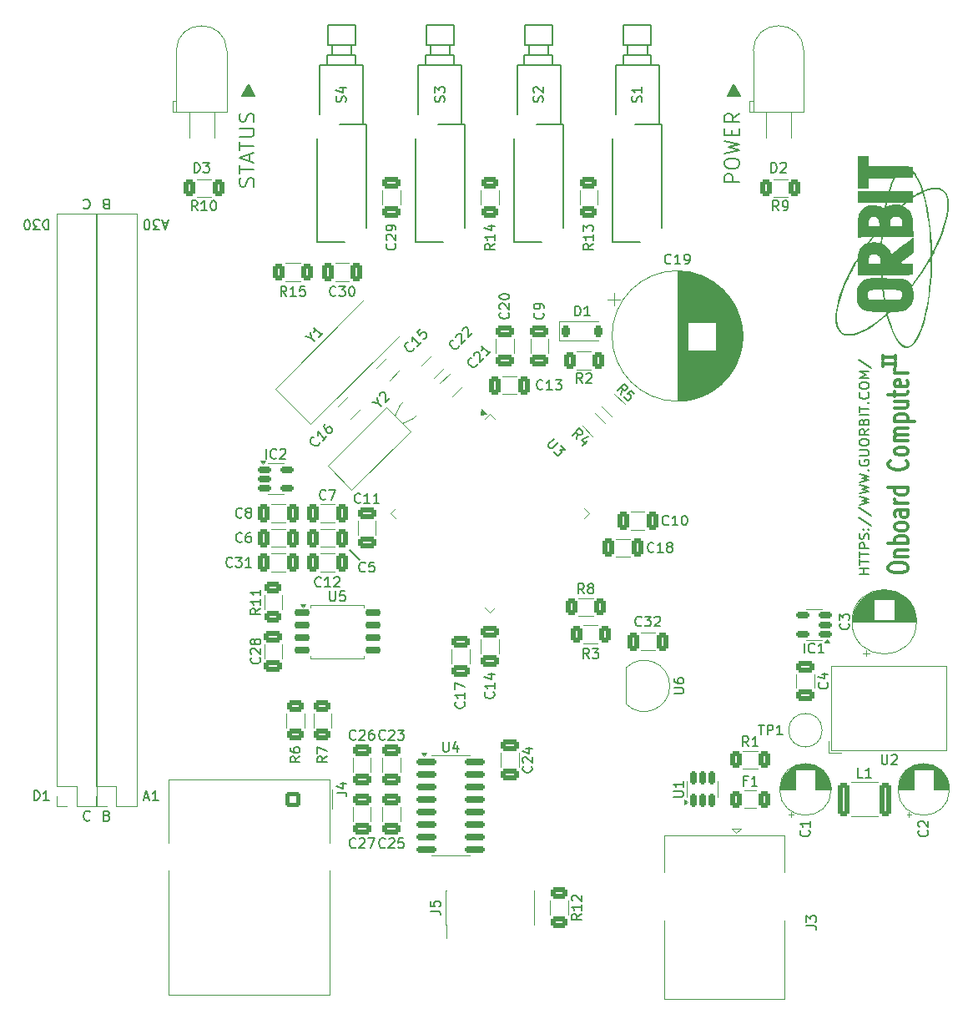
<source format=gto>
%TF.GenerationSoftware,KiCad,Pcbnew,8.0.5*%
%TF.CreationDate,2025-04-09T01:02:25+01:00*%
%TF.ProjectId,OBC2,4f424332-2e6b-4696-9361-645f70636258,A*%
%TF.SameCoordinates,Original*%
%TF.FileFunction,Legend,Top*%
%TF.FilePolarity,Positive*%
%FSLAX46Y46*%
G04 Gerber Fmt 4.6, Leading zero omitted, Abs format (unit mm)*
G04 Created by KiCad (PCBNEW 8.0.5) date 2025-04-09 01:02:25*
%MOMM*%
%LPD*%
G01*
G04 APERTURE LIST*
G04 Aperture macros list*
%AMRoundRect*
0 Rectangle with rounded corners*
0 $1 Rounding radius*
0 $2 $3 $4 $5 $6 $7 $8 $9 X,Y pos of 4 corners*
0 Add a 4 corners polygon primitive as box body*
4,1,4,$2,$3,$4,$5,$6,$7,$8,$9,$2,$3,0*
0 Add four circle primitives for the rounded corners*
1,1,$1+$1,$2,$3*
1,1,$1+$1,$4,$5*
1,1,$1+$1,$6,$7*
1,1,$1+$1,$8,$9*
0 Add four rect primitives between the rounded corners*
20,1,$1+$1,$2,$3,$4,$5,0*
20,1,$1+$1,$4,$5,$6,$7,0*
20,1,$1+$1,$6,$7,$8,$9,0*
20,1,$1+$1,$8,$9,$2,$3,0*%
%AMRotRect*
0 Rectangle, with rotation*
0 The origin of the aperture is its center*
0 $1 length*
0 $2 width*
0 $3 Rotation angle, in degrees counterclockwise*
0 Add horizontal line*
21,1,$1,$2,0,0,$3*%
G04 Aperture macros list end*
%ADD10C,0.150000*%
%ADD11C,0.200000*%
%ADD12C,0.300000*%
%ADD13C,0.120000*%
%ADD14C,0.000000*%
%ADD15RoundRect,0.250000X0.625000X-0.312500X0.625000X0.312500X-0.625000X0.312500X-0.625000X-0.312500X0*%
%ADD16RoundRect,0.150000X-0.512500X-0.150000X0.512500X-0.150000X0.512500X0.150000X-0.512500X0.150000X0*%
%ADD17RoundRect,0.150000X0.512500X0.150000X-0.512500X0.150000X-0.512500X-0.150000X0.512500X-0.150000X0*%
%ADD18C,1.000000*%
%ADD19RoundRect,0.250000X0.650000X-0.325000X0.650000X0.325000X-0.650000X0.325000X-0.650000X-0.325000X0*%
%ADD20RoundRect,0.250000X-0.312500X-0.625000X0.312500X-0.625000X0.312500X0.625000X-0.312500X0.625000X0*%
%ADD21R,2.400000X2.400000*%
%ADD22C,2.400000*%
%ADD23RoundRect,0.250000X-0.325000X-0.650000X0.325000X-0.650000X0.325000X0.650000X-0.325000X0.650000X0*%
%ADD24RoundRect,0.225000X-0.225000X-0.375000X0.225000X-0.375000X0.225000X0.375000X-0.225000X0.375000X0*%
%ADD25C,2.000000*%
%ADD26RoundRect,0.250000X0.325000X0.650000X-0.325000X0.650000X-0.325000X-0.650000X0.325000X-0.650000X0*%
%ADD27C,3.600000*%
%ADD28C,6.400000*%
%ADD29RoundRect,0.250000X-0.650000X0.325000X-0.650000X-0.325000X0.650000X-0.325000X0.650000X0.325000X0*%
%ADD30R,1.600000X1.600000*%
%ADD31C,1.600000*%
%ADD32O,1.350000X1.350000*%
%ADD33R,1.350000X1.350000*%
%ADD34RoundRect,0.250000X0.312500X0.625000X-0.312500X0.625000X-0.312500X-0.625000X0.312500X-0.625000X0*%
%ADD35C,4.000000*%
%ADD36RoundRect,0.250000X-0.625000X0.312500X-0.625000X-0.312500X0.625000X-0.312500X0.625000X0.312500X0*%
%ADD37R,1.500000X2.300000*%
%ADD38O,1.500000X2.300000*%
%ADD39C,3.250000*%
%ADD40RoundRect,0.248000X-0.552000X-0.552000X0.552000X-0.552000X0.552000X0.552000X-0.552000X0.552000X0*%
%ADD41C,2.200000*%
%ADD42RoundRect,0.250000X0.229810X-0.689429X0.689429X-0.229810X-0.229810X0.689429X-0.689429X0.229810X0*%
%ADD43R,1.800000X1.800000*%
%ADD44C,1.800000*%
%ADD45C,3.000000*%
%ADD46RoundRect,0.250000X-0.375000X-0.625000X0.375000X-0.625000X0.375000X0.625000X-0.375000X0.625000X0*%
%ADD47C,1.400000*%
%ADD48R,0.740000X2.400000*%
%ADD49RotRect,4.500000X2.000000X45.000000*%
%ADD50RoundRect,0.075000X-0.565685X0.459619X0.459619X-0.565685X0.565685X-0.459619X-0.459619X0.565685X0*%
%ADD51RoundRect,0.075000X-0.565685X-0.459619X-0.459619X-0.565685X0.565685X0.459619X0.459619X0.565685X0*%
%ADD52RoundRect,0.250000X-0.229810X0.689429X-0.689429X0.229810X0.229810X-0.689429X0.689429X-0.229810X0*%
%ADD53RoundRect,0.250000X0.662913X0.220971X0.220971X0.662913X-0.662913X-0.220971X-0.220971X-0.662913X0*%
%ADD54RoundRect,0.150000X0.150000X-0.512500X0.150000X0.512500X-0.150000X0.512500X-0.150000X-0.512500X0*%
%ADD55RoundRect,0.250000X-0.312500X-1.450000X0.312500X-1.450000X0.312500X1.450000X-0.312500X1.450000X0*%
%ADD56RoundRect,0.150000X-0.825000X-0.150000X0.825000X-0.150000X0.825000X0.150000X-0.825000X0.150000X0*%
%ADD57RoundRect,0.150000X-0.650000X-0.150000X0.650000X-0.150000X0.650000X0.150000X-0.650000X0.150000X0*%
%ADD58O,1.500000X1.050000*%
%ADD59R,1.500000X1.050000*%
%ADD60C,0.600000*%
G04 APERTURE END LIST*
D10*
X84750000Y-99750000D02*
X83750000Y-98750000D01*
D11*
X65283006Y-65493495D02*
X64806816Y-65493495D01*
X65378244Y-65207780D02*
X65044911Y-66207780D01*
X65044911Y-66207780D02*
X64711578Y-65207780D01*
X64473482Y-66207780D02*
X63854435Y-66207780D01*
X63854435Y-66207780D02*
X64187768Y-65826828D01*
X64187768Y-65826828D02*
X64044911Y-65826828D01*
X64044911Y-65826828D02*
X63949673Y-65779209D01*
X63949673Y-65779209D02*
X63902054Y-65731590D01*
X63902054Y-65731590D02*
X63854435Y-65636352D01*
X63854435Y-65636352D02*
X63854435Y-65398257D01*
X63854435Y-65398257D02*
X63902054Y-65303019D01*
X63902054Y-65303019D02*
X63949673Y-65255400D01*
X63949673Y-65255400D02*
X64044911Y-65207780D01*
X64044911Y-65207780D02*
X64330625Y-65207780D01*
X64330625Y-65207780D02*
X64425863Y-65255400D01*
X64425863Y-65255400D02*
X64473482Y-65303019D01*
X63235387Y-66207780D02*
X63140149Y-66207780D01*
X63140149Y-66207780D02*
X63044911Y-66160161D01*
X63044911Y-66160161D02*
X62997292Y-66112542D01*
X62997292Y-66112542D02*
X62949673Y-66017304D01*
X62949673Y-66017304D02*
X62902054Y-65826828D01*
X62902054Y-65826828D02*
X62902054Y-65588733D01*
X62902054Y-65588733D02*
X62949673Y-65398257D01*
X62949673Y-65398257D02*
X62997292Y-65303019D01*
X62997292Y-65303019D02*
X63044911Y-65255400D01*
X63044911Y-65255400D02*
X63140149Y-65207780D01*
X63140149Y-65207780D02*
X63235387Y-65207780D01*
X63235387Y-65207780D02*
X63330625Y-65255400D01*
X63330625Y-65255400D02*
X63378244Y-65303019D01*
X63378244Y-65303019D02*
X63425863Y-65398257D01*
X63425863Y-65398257D02*
X63473482Y-65588733D01*
X63473482Y-65588733D02*
X63473482Y-65826828D01*
X63473482Y-65826828D02*
X63425863Y-66017304D01*
X63425863Y-66017304D02*
X63378244Y-66112542D01*
X63378244Y-66112542D02*
X63330625Y-66160161D01*
X63330625Y-66160161D02*
X63235387Y-66207780D01*
X51734136Y-124112219D02*
X51734136Y-123112219D01*
X51734136Y-123112219D02*
X51972231Y-123112219D01*
X51972231Y-123112219D02*
X52115088Y-123159838D01*
X52115088Y-123159838D02*
X52210326Y-123255076D01*
X52210326Y-123255076D02*
X52257945Y-123350314D01*
X52257945Y-123350314D02*
X52305564Y-123540790D01*
X52305564Y-123540790D02*
X52305564Y-123683647D01*
X52305564Y-123683647D02*
X52257945Y-123874123D01*
X52257945Y-123874123D02*
X52210326Y-123969361D01*
X52210326Y-123969361D02*
X52115088Y-124064600D01*
X52115088Y-124064600D02*
X51972231Y-124112219D01*
X51972231Y-124112219D02*
X51734136Y-124112219D01*
X53257945Y-124112219D02*
X52686517Y-124112219D01*
X52972231Y-124112219D02*
X52972231Y-123112219D01*
X52972231Y-123112219D02*
X52876993Y-123255076D01*
X52876993Y-123255076D02*
X52781755Y-123350314D01*
X52781755Y-123350314D02*
X52686517Y-123397933D01*
X53210326Y-65207780D02*
X53210326Y-66207780D01*
X53210326Y-66207780D02*
X52972231Y-66207780D01*
X52972231Y-66207780D02*
X52829374Y-66160161D01*
X52829374Y-66160161D02*
X52734136Y-66064923D01*
X52734136Y-66064923D02*
X52686517Y-65969685D01*
X52686517Y-65969685D02*
X52638898Y-65779209D01*
X52638898Y-65779209D02*
X52638898Y-65636352D01*
X52638898Y-65636352D02*
X52686517Y-65445876D01*
X52686517Y-65445876D02*
X52734136Y-65350638D01*
X52734136Y-65350638D02*
X52829374Y-65255400D01*
X52829374Y-65255400D02*
X52972231Y-65207780D01*
X52972231Y-65207780D02*
X53210326Y-65207780D01*
X52305564Y-66207780D02*
X51686517Y-66207780D01*
X51686517Y-66207780D02*
X52019850Y-65826828D01*
X52019850Y-65826828D02*
X51876993Y-65826828D01*
X51876993Y-65826828D02*
X51781755Y-65779209D01*
X51781755Y-65779209D02*
X51734136Y-65731590D01*
X51734136Y-65731590D02*
X51686517Y-65636352D01*
X51686517Y-65636352D02*
X51686517Y-65398257D01*
X51686517Y-65398257D02*
X51734136Y-65303019D01*
X51734136Y-65303019D02*
X51781755Y-65255400D01*
X51781755Y-65255400D02*
X51876993Y-65207780D01*
X51876993Y-65207780D02*
X52162707Y-65207780D01*
X52162707Y-65207780D02*
X52257945Y-65255400D01*
X52257945Y-65255400D02*
X52305564Y-65303019D01*
X51067469Y-66207780D02*
X50972231Y-66207780D01*
X50972231Y-66207780D02*
X50876993Y-66160161D01*
X50876993Y-66160161D02*
X50829374Y-66112542D01*
X50829374Y-66112542D02*
X50781755Y-66017304D01*
X50781755Y-66017304D02*
X50734136Y-65826828D01*
X50734136Y-65826828D02*
X50734136Y-65588733D01*
X50734136Y-65588733D02*
X50781755Y-65398257D01*
X50781755Y-65398257D02*
X50829374Y-65303019D01*
X50829374Y-65303019D02*
X50876993Y-65255400D01*
X50876993Y-65255400D02*
X50972231Y-65207780D01*
X50972231Y-65207780D02*
X51067469Y-65207780D01*
X51067469Y-65207780D02*
X51162707Y-65255400D01*
X51162707Y-65255400D02*
X51210326Y-65303019D01*
X51210326Y-65303019D02*
X51257945Y-65398257D01*
X51257945Y-65398257D02*
X51305564Y-65588733D01*
X51305564Y-65588733D02*
X51305564Y-65826828D01*
X51305564Y-65826828D02*
X51257945Y-66017304D01*
X51257945Y-66017304D02*
X51210326Y-66112542D01*
X51210326Y-66112542D02*
X51162707Y-66160161D01*
X51162707Y-66160161D02*
X51067469Y-66207780D01*
X57389523Y-126101980D02*
X57341904Y-126149600D01*
X57341904Y-126149600D02*
X57199047Y-126197219D01*
X57199047Y-126197219D02*
X57103809Y-126197219D01*
X57103809Y-126197219D02*
X56960952Y-126149600D01*
X56960952Y-126149600D02*
X56865714Y-126054361D01*
X56865714Y-126054361D02*
X56818095Y-125959123D01*
X56818095Y-125959123D02*
X56770476Y-125768647D01*
X56770476Y-125768647D02*
X56770476Y-125625790D01*
X56770476Y-125625790D02*
X56818095Y-125435314D01*
X56818095Y-125435314D02*
X56865714Y-125340076D01*
X56865714Y-125340076D02*
X56960952Y-125244838D01*
X56960952Y-125244838D02*
X57103809Y-125197219D01*
X57103809Y-125197219D02*
X57199047Y-125197219D01*
X57199047Y-125197219D02*
X57341904Y-125244838D01*
X57341904Y-125244838D02*
X57389523Y-125292457D01*
D12*
X138409638Y-100659774D02*
X138409638Y-100374060D01*
X138409638Y-100374060D02*
X138504876Y-100231203D01*
X138504876Y-100231203D02*
X138695352Y-100088346D01*
X138695352Y-100088346D02*
X139076304Y-100016917D01*
X139076304Y-100016917D02*
X139742971Y-100016917D01*
X139742971Y-100016917D02*
X140123923Y-100088346D01*
X140123923Y-100088346D02*
X140314400Y-100231203D01*
X140314400Y-100231203D02*
X140409638Y-100374060D01*
X140409638Y-100374060D02*
X140409638Y-100659774D01*
X140409638Y-100659774D02*
X140314400Y-100802632D01*
X140314400Y-100802632D02*
X140123923Y-100945489D01*
X140123923Y-100945489D02*
X139742971Y-101016917D01*
X139742971Y-101016917D02*
X139076304Y-101016917D01*
X139076304Y-101016917D02*
X138695352Y-100945489D01*
X138695352Y-100945489D02*
X138504876Y-100802632D01*
X138504876Y-100802632D02*
X138409638Y-100659774D01*
X139076304Y-99374060D02*
X140409638Y-99374060D01*
X139266780Y-99374060D02*
X139171542Y-99302631D01*
X139171542Y-99302631D02*
X139076304Y-99159774D01*
X139076304Y-99159774D02*
X139076304Y-98945488D01*
X139076304Y-98945488D02*
X139171542Y-98802631D01*
X139171542Y-98802631D02*
X139362019Y-98731203D01*
X139362019Y-98731203D02*
X140409638Y-98731203D01*
X140409638Y-98016917D02*
X138409638Y-98016917D01*
X139171542Y-98016917D02*
X139076304Y-97874060D01*
X139076304Y-97874060D02*
X139076304Y-97588345D01*
X139076304Y-97588345D02*
X139171542Y-97445488D01*
X139171542Y-97445488D02*
X139266780Y-97374060D01*
X139266780Y-97374060D02*
X139457257Y-97302631D01*
X139457257Y-97302631D02*
X140028685Y-97302631D01*
X140028685Y-97302631D02*
X140219161Y-97374060D01*
X140219161Y-97374060D02*
X140314400Y-97445488D01*
X140314400Y-97445488D02*
X140409638Y-97588345D01*
X140409638Y-97588345D02*
X140409638Y-97874060D01*
X140409638Y-97874060D02*
X140314400Y-98016917D01*
X140409638Y-96445488D02*
X140314400Y-96588345D01*
X140314400Y-96588345D02*
X140219161Y-96659774D01*
X140219161Y-96659774D02*
X140028685Y-96731202D01*
X140028685Y-96731202D02*
X139457257Y-96731202D01*
X139457257Y-96731202D02*
X139266780Y-96659774D01*
X139266780Y-96659774D02*
X139171542Y-96588345D01*
X139171542Y-96588345D02*
X139076304Y-96445488D01*
X139076304Y-96445488D02*
X139076304Y-96231202D01*
X139076304Y-96231202D02*
X139171542Y-96088345D01*
X139171542Y-96088345D02*
X139266780Y-96016917D01*
X139266780Y-96016917D02*
X139457257Y-95945488D01*
X139457257Y-95945488D02*
X140028685Y-95945488D01*
X140028685Y-95945488D02*
X140219161Y-96016917D01*
X140219161Y-96016917D02*
X140314400Y-96088345D01*
X140314400Y-96088345D02*
X140409638Y-96231202D01*
X140409638Y-96231202D02*
X140409638Y-96445488D01*
X140409638Y-94659774D02*
X139362019Y-94659774D01*
X139362019Y-94659774D02*
X139171542Y-94731202D01*
X139171542Y-94731202D02*
X139076304Y-94874059D01*
X139076304Y-94874059D02*
X139076304Y-95159774D01*
X139076304Y-95159774D02*
X139171542Y-95302631D01*
X140314400Y-94659774D02*
X140409638Y-94802631D01*
X140409638Y-94802631D02*
X140409638Y-95159774D01*
X140409638Y-95159774D02*
X140314400Y-95302631D01*
X140314400Y-95302631D02*
X140123923Y-95374059D01*
X140123923Y-95374059D02*
X139933447Y-95374059D01*
X139933447Y-95374059D02*
X139742971Y-95302631D01*
X139742971Y-95302631D02*
X139647733Y-95159774D01*
X139647733Y-95159774D02*
X139647733Y-94802631D01*
X139647733Y-94802631D02*
X139552495Y-94659774D01*
X140409638Y-93945488D02*
X139076304Y-93945488D01*
X139457257Y-93945488D02*
X139266780Y-93874059D01*
X139266780Y-93874059D02*
X139171542Y-93802631D01*
X139171542Y-93802631D02*
X139076304Y-93659773D01*
X139076304Y-93659773D02*
X139076304Y-93516916D01*
X140409638Y-92374060D02*
X138409638Y-92374060D01*
X140314400Y-92374060D02*
X140409638Y-92516917D01*
X140409638Y-92516917D02*
X140409638Y-92802631D01*
X140409638Y-92802631D02*
X140314400Y-92945488D01*
X140314400Y-92945488D02*
X140219161Y-93016917D01*
X140219161Y-93016917D02*
X140028685Y-93088345D01*
X140028685Y-93088345D02*
X139457257Y-93088345D01*
X139457257Y-93088345D02*
X139266780Y-93016917D01*
X139266780Y-93016917D02*
X139171542Y-92945488D01*
X139171542Y-92945488D02*
X139076304Y-92802631D01*
X139076304Y-92802631D02*
X139076304Y-92516917D01*
X139076304Y-92516917D02*
X139171542Y-92374060D01*
X140219161Y-89659774D02*
X140314400Y-89731202D01*
X140314400Y-89731202D02*
X140409638Y-89945488D01*
X140409638Y-89945488D02*
X140409638Y-90088345D01*
X140409638Y-90088345D02*
X140314400Y-90302631D01*
X140314400Y-90302631D02*
X140123923Y-90445488D01*
X140123923Y-90445488D02*
X139933447Y-90516917D01*
X139933447Y-90516917D02*
X139552495Y-90588345D01*
X139552495Y-90588345D02*
X139266780Y-90588345D01*
X139266780Y-90588345D02*
X138885828Y-90516917D01*
X138885828Y-90516917D02*
X138695352Y-90445488D01*
X138695352Y-90445488D02*
X138504876Y-90302631D01*
X138504876Y-90302631D02*
X138409638Y-90088345D01*
X138409638Y-90088345D02*
X138409638Y-89945488D01*
X138409638Y-89945488D02*
X138504876Y-89731202D01*
X138504876Y-89731202D02*
X138600114Y-89659774D01*
X140409638Y-88802631D02*
X140314400Y-88945488D01*
X140314400Y-88945488D02*
X140219161Y-89016917D01*
X140219161Y-89016917D02*
X140028685Y-89088345D01*
X140028685Y-89088345D02*
X139457257Y-89088345D01*
X139457257Y-89088345D02*
X139266780Y-89016917D01*
X139266780Y-89016917D02*
X139171542Y-88945488D01*
X139171542Y-88945488D02*
X139076304Y-88802631D01*
X139076304Y-88802631D02*
X139076304Y-88588345D01*
X139076304Y-88588345D02*
X139171542Y-88445488D01*
X139171542Y-88445488D02*
X139266780Y-88374060D01*
X139266780Y-88374060D02*
X139457257Y-88302631D01*
X139457257Y-88302631D02*
X140028685Y-88302631D01*
X140028685Y-88302631D02*
X140219161Y-88374060D01*
X140219161Y-88374060D02*
X140314400Y-88445488D01*
X140314400Y-88445488D02*
X140409638Y-88588345D01*
X140409638Y-88588345D02*
X140409638Y-88802631D01*
X140409638Y-87659774D02*
X139076304Y-87659774D01*
X139266780Y-87659774D02*
X139171542Y-87588345D01*
X139171542Y-87588345D02*
X139076304Y-87445488D01*
X139076304Y-87445488D02*
X139076304Y-87231202D01*
X139076304Y-87231202D02*
X139171542Y-87088345D01*
X139171542Y-87088345D02*
X139362019Y-87016917D01*
X139362019Y-87016917D02*
X140409638Y-87016917D01*
X139362019Y-87016917D02*
X139171542Y-86945488D01*
X139171542Y-86945488D02*
X139076304Y-86802631D01*
X139076304Y-86802631D02*
X139076304Y-86588345D01*
X139076304Y-86588345D02*
X139171542Y-86445488D01*
X139171542Y-86445488D02*
X139362019Y-86374059D01*
X139362019Y-86374059D02*
X140409638Y-86374059D01*
X139076304Y-85659774D02*
X141076304Y-85659774D01*
X139171542Y-85659774D02*
X139076304Y-85516917D01*
X139076304Y-85516917D02*
X139076304Y-85231202D01*
X139076304Y-85231202D02*
X139171542Y-85088345D01*
X139171542Y-85088345D02*
X139266780Y-85016917D01*
X139266780Y-85016917D02*
X139457257Y-84945488D01*
X139457257Y-84945488D02*
X140028685Y-84945488D01*
X140028685Y-84945488D02*
X140219161Y-85016917D01*
X140219161Y-85016917D02*
X140314400Y-85088345D01*
X140314400Y-85088345D02*
X140409638Y-85231202D01*
X140409638Y-85231202D02*
X140409638Y-85516917D01*
X140409638Y-85516917D02*
X140314400Y-85659774D01*
X139076304Y-83659774D02*
X140409638Y-83659774D01*
X139076304Y-84302631D02*
X140123923Y-84302631D01*
X140123923Y-84302631D02*
X140314400Y-84231202D01*
X140314400Y-84231202D02*
X140409638Y-84088345D01*
X140409638Y-84088345D02*
X140409638Y-83874059D01*
X140409638Y-83874059D02*
X140314400Y-83731202D01*
X140314400Y-83731202D02*
X140219161Y-83659774D01*
X139076304Y-83159773D02*
X139076304Y-82588345D01*
X138409638Y-82945488D02*
X140123923Y-82945488D01*
X140123923Y-82945488D02*
X140314400Y-82874059D01*
X140314400Y-82874059D02*
X140409638Y-82731202D01*
X140409638Y-82731202D02*
X140409638Y-82588345D01*
X140314400Y-81516916D02*
X140409638Y-81659773D01*
X140409638Y-81659773D02*
X140409638Y-81945488D01*
X140409638Y-81945488D02*
X140314400Y-82088345D01*
X140314400Y-82088345D02*
X140123923Y-82159773D01*
X140123923Y-82159773D02*
X139362019Y-82159773D01*
X139362019Y-82159773D02*
X139171542Y-82088345D01*
X139171542Y-82088345D02*
X139076304Y-81945488D01*
X139076304Y-81945488D02*
X139076304Y-81659773D01*
X139076304Y-81659773D02*
X139171542Y-81516916D01*
X139171542Y-81516916D02*
X139362019Y-81445488D01*
X139362019Y-81445488D02*
X139552495Y-81445488D01*
X139552495Y-81445488D02*
X139742971Y-82159773D01*
X140409638Y-80802631D02*
X139076304Y-80802631D01*
X139457257Y-80802631D02*
X139266780Y-80731202D01*
X139266780Y-80731202D02*
X139171542Y-80659774D01*
X139171542Y-80659774D02*
X139076304Y-80516916D01*
X139076304Y-80516916D02*
X139076304Y-80374059D01*
X139171542Y-79874060D02*
X137838209Y-79874060D01*
X139171542Y-79659774D02*
X139171542Y-80088345D01*
X137838209Y-79659774D02*
X137838209Y-80088345D01*
X139171542Y-79159774D02*
X137838209Y-79159774D01*
X139171542Y-78945488D02*
X139171542Y-79374059D01*
X137838209Y-78945488D02*
X137838209Y-79374059D01*
D11*
X59008571Y-63646590D02*
X58865714Y-63598971D01*
X58865714Y-63598971D02*
X58818095Y-63551352D01*
X58818095Y-63551352D02*
X58770476Y-63456114D01*
X58770476Y-63456114D02*
X58770476Y-63313257D01*
X58770476Y-63313257D02*
X58818095Y-63218019D01*
X58818095Y-63218019D02*
X58865714Y-63170400D01*
X58865714Y-63170400D02*
X58960952Y-63122780D01*
X58960952Y-63122780D02*
X59341904Y-63122780D01*
X59341904Y-63122780D02*
X59341904Y-64122780D01*
X59341904Y-64122780D02*
X59008571Y-64122780D01*
X59008571Y-64122780D02*
X58913333Y-64075161D01*
X58913333Y-64075161D02*
X58865714Y-64027542D01*
X58865714Y-64027542D02*
X58818095Y-63932304D01*
X58818095Y-63932304D02*
X58818095Y-63837066D01*
X58818095Y-63837066D02*
X58865714Y-63741828D01*
X58865714Y-63741828D02*
X58913333Y-63694209D01*
X58913333Y-63694209D02*
X59008571Y-63646590D01*
X59008571Y-63646590D02*
X59341904Y-63646590D01*
X56770476Y-63218019D02*
X56818095Y-63170400D01*
X56818095Y-63170400D02*
X56960952Y-63122780D01*
X56960952Y-63122780D02*
X57056190Y-63122780D01*
X57056190Y-63122780D02*
X57199047Y-63170400D01*
X57199047Y-63170400D02*
X57294285Y-63265638D01*
X57294285Y-63265638D02*
X57341904Y-63360876D01*
X57341904Y-63360876D02*
X57389523Y-63551352D01*
X57389523Y-63551352D02*
X57389523Y-63694209D01*
X57389523Y-63694209D02*
X57341904Y-63884685D01*
X57341904Y-63884685D02*
X57294285Y-63979923D01*
X57294285Y-63979923D02*
X57199047Y-64075161D01*
X57199047Y-64075161D02*
X57056190Y-64122780D01*
X57056190Y-64122780D02*
X56960952Y-64122780D01*
X56960952Y-64122780D02*
X56818095Y-64075161D01*
X56818095Y-64075161D02*
X56770476Y-64027542D01*
X136452219Y-101130326D02*
X135452219Y-101130326D01*
X135928409Y-101130326D02*
X135928409Y-100558898D01*
X136452219Y-100558898D02*
X135452219Y-100558898D01*
X135452219Y-100225564D02*
X135452219Y-99654136D01*
X136452219Y-99939850D02*
X135452219Y-99939850D01*
X135452219Y-99463659D02*
X135452219Y-98892231D01*
X136452219Y-99177945D02*
X135452219Y-99177945D01*
X136452219Y-98558897D02*
X135452219Y-98558897D01*
X135452219Y-98558897D02*
X135452219Y-98177945D01*
X135452219Y-98177945D02*
X135499838Y-98082707D01*
X135499838Y-98082707D02*
X135547457Y-98035088D01*
X135547457Y-98035088D02*
X135642695Y-97987469D01*
X135642695Y-97987469D02*
X135785552Y-97987469D01*
X135785552Y-97987469D02*
X135880790Y-98035088D01*
X135880790Y-98035088D02*
X135928409Y-98082707D01*
X135928409Y-98082707D02*
X135976028Y-98177945D01*
X135976028Y-98177945D02*
X135976028Y-98558897D01*
X136404600Y-97606516D02*
X136452219Y-97463659D01*
X136452219Y-97463659D02*
X136452219Y-97225564D01*
X136452219Y-97225564D02*
X136404600Y-97130326D01*
X136404600Y-97130326D02*
X136356980Y-97082707D01*
X136356980Y-97082707D02*
X136261742Y-97035088D01*
X136261742Y-97035088D02*
X136166504Y-97035088D01*
X136166504Y-97035088D02*
X136071266Y-97082707D01*
X136071266Y-97082707D02*
X136023647Y-97130326D01*
X136023647Y-97130326D02*
X135976028Y-97225564D01*
X135976028Y-97225564D02*
X135928409Y-97416040D01*
X135928409Y-97416040D02*
X135880790Y-97511278D01*
X135880790Y-97511278D02*
X135833171Y-97558897D01*
X135833171Y-97558897D02*
X135737933Y-97606516D01*
X135737933Y-97606516D02*
X135642695Y-97606516D01*
X135642695Y-97606516D02*
X135547457Y-97558897D01*
X135547457Y-97558897D02*
X135499838Y-97511278D01*
X135499838Y-97511278D02*
X135452219Y-97416040D01*
X135452219Y-97416040D02*
X135452219Y-97177945D01*
X135452219Y-97177945D02*
X135499838Y-97035088D01*
X136356980Y-96606516D02*
X136404600Y-96558897D01*
X136404600Y-96558897D02*
X136452219Y-96606516D01*
X136452219Y-96606516D02*
X136404600Y-96654135D01*
X136404600Y-96654135D02*
X136356980Y-96606516D01*
X136356980Y-96606516D02*
X136452219Y-96606516D01*
X135833171Y-96606516D02*
X135880790Y-96558897D01*
X135880790Y-96558897D02*
X135928409Y-96606516D01*
X135928409Y-96606516D02*
X135880790Y-96654135D01*
X135880790Y-96654135D02*
X135833171Y-96606516D01*
X135833171Y-96606516D02*
X135928409Y-96606516D01*
X135404600Y-95416041D02*
X136690314Y-96273183D01*
X135404600Y-94368422D02*
X136690314Y-95225564D01*
X135452219Y-94130326D02*
X136452219Y-93892231D01*
X136452219Y-93892231D02*
X135737933Y-93701755D01*
X135737933Y-93701755D02*
X136452219Y-93511279D01*
X136452219Y-93511279D02*
X135452219Y-93273184D01*
X135452219Y-92987469D02*
X136452219Y-92749374D01*
X136452219Y-92749374D02*
X135737933Y-92558898D01*
X135737933Y-92558898D02*
X136452219Y-92368422D01*
X136452219Y-92368422D02*
X135452219Y-92130327D01*
X135452219Y-91844612D02*
X136452219Y-91606517D01*
X136452219Y-91606517D02*
X135737933Y-91416041D01*
X135737933Y-91416041D02*
X136452219Y-91225565D01*
X136452219Y-91225565D02*
X135452219Y-90987470D01*
X136356980Y-90606517D02*
X136404600Y-90558898D01*
X136404600Y-90558898D02*
X136452219Y-90606517D01*
X136452219Y-90606517D02*
X136404600Y-90654136D01*
X136404600Y-90654136D02*
X136356980Y-90606517D01*
X136356980Y-90606517D02*
X136452219Y-90606517D01*
X135499838Y-89606518D02*
X135452219Y-89701756D01*
X135452219Y-89701756D02*
X135452219Y-89844613D01*
X135452219Y-89844613D02*
X135499838Y-89987470D01*
X135499838Y-89987470D02*
X135595076Y-90082708D01*
X135595076Y-90082708D02*
X135690314Y-90130327D01*
X135690314Y-90130327D02*
X135880790Y-90177946D01*
X135880790Y-90177946D02*
X136023647Y-90177946D01*
X136023647Y-90177946D02*
X136214123Y-90130327D01*
X136214123Y-90130327D02*
X136309361Y-90082708D01*
X136309361Y-90082708D02*
X136404600Y-89987470D01*
X136404600Y-89987470D02*
X136452219Y-89844613D01*
X136452219Y-89844613D02*
X136452219Y-89749375D01*
X136452219Y-89749375D02*
X136404600Y-89606518D01*
X136404600Y-89606518D02*
X136356980Y-89558899D01*
X136356980Y-89558899D02*
X136023647Y-89558899D01*
X136023647Y-89558899D02*
X136023647Y-89749375D01*
X135452219Y-89130327D02*
X136261742Y-89130327D01*
X136261742Y-89130327D02*
X136356980Y-89082708D01*
X136356980Y-89082708D02*
X136404600Y-89035089D01*
X136404600Y-89035089D02*
X136452219Y-88939851D01*
X136452219Y-88939851D02*
X136452219Y-88749375D01*
X136452219Y-88749375D02*
X136404600Y-88654137D01*
X136404600Y-88654137D02*
X136356980Y-88606518D01*
X136356980Y-88606518D02*
X136261742Y-88558899D01*
X136261742Y-88558899D02*
X135452219Y-88558899D01*
X135452219Y-87892232D02*
X135452219Y-87701756D01*
X135452219Y-87701756D02*
X135499838Y-87606518D01*
X135499838Y-87606518D02*
X135595076Y-87511280D01*
X135595076Y-87511280D02*
X135785552Y-87463661D01*
X135785552Y-87463661D02*
X136118885Y-87463661D01*
X136118885Y-87463661D02*
X136309361Y-87511280D01*
X136309361Y-87511280D02*
X136404600Y-87606518D01*
X136404600Y-87606518D02*
X136452219Y-87701756D01*
X136452219Y-87701756D02*
X136452219Y-87892232D01*
X136452219Y-87892232D02*
X136404600Y-87987470D01*
X136404600Y-87987470D02*
X136309361Y-88082708D01*
X136309361Y-88082708D02*
X136118885Y-88130327D01*
X136118885Y-88130327D02*
X135785552Y-88130327D01*
X135785552Y-88130327D02*
X135595076Y-88082708D01*
X135595076Y-88082708D02*
X135499838Y-87987470D01*
X135499838Y-87987470D02*
X135452219Y-87892232D01*
X136452219Y-86463661D02*
X135976028Y-86796994D01*
X136452219Y-87035089D02*
X135452219Y-87035089D01*
X135452219Y-87035089D02*
X135452219Y-86654137D01*
X135452219Y-86654137D02*
X135499838Y-86558899D01*
X135499838Y-86558899D02*
X135547457Y-86511280D01*
X135547457Y-86511280D02*
X135642695Y-86463661D01*
X135642695Y-86463661D02*
X135785552Y-86463661D01*
X135785552Y-86463661D02*
X135880790Y-86511280D01*
X135880790Y-86511280D02*
X135928409Y-86558899D01*
X135928409Y-86558899D02*
X135976028Y-86654137D01*
X135976028Y-86654137D02*
X135976028Y-87035089D01*
X135928409Y-85701756D02*
X135976028Y-85558899D01*
X135976028Y-85558899D02*
X136023647Y-85511280D01*
X136023647Y-85511280D02*
X136118885Y-85463661D01*
X136118885Y-85463661D02*
X136261742Y-85463661D01*
X136261742Y-85463661D02*
X136356980Y-85511280D01*
X136356980Y-85511280D02*
X136404600Y-85558899D01*
X136404600Y-85558899D02*
X136452219Y-85654137D01*
X136452219Y-85654137D02*
X136452219Y-86035089D01*
X136452219Y-86035089D02*
X135452219Y-86035089D01*
X135452219Y-86035089D02*
X135452219Y-85701756D01*
X135452219Y-85701756D02*
X135499838Y-85606518D01*
X135499838Y-85606518D02*
X135547457Y-85558899D01*
X135547457Y-85558899D02*
X135642695Y-85511280D01*
X135642695Y-85511280D02*
X135737933Y-85511280D01*
X135737933Y-85511280D02*
X135833171Y-85558899D01*
X135833171Y-85558899D02*
X135880790Y-85606518D01*
X135880790Y-85606518D02*
X135928409Y-85701756D01*
X135928409Y-85701756D02*
X135928409Y-86035089D01*
X136452219Y-85035089D02*
X135452219Y-85035089D01*
X135452219Y-84701756D02*
X135452219Y-84130328D01*
X136452219Y-84416042D02*
X135452219Y-84416042D01*
X136356980Y-83796994D02*
X136404600Y-83749375D01*
X136404600Y-83749375D02*
X136452219Y-83796994D01*
X136452219Y-83796994D02*
X136404600Y-83844613D01*
X136404600Y-83844613D02*
X136356980Y-83796994D01*
X136356980Y-83796994D02*
X136452219Y-83796994D01*
X136356980Y-82749376D02*
X136404600Y-82796995D01*
X136404600Y-82796995D02*
X136452219Y-82939852D01*
X136452219Y-82939852D02*
X136452219Y-83035090D01*
X136452219Y-83035090D02*
X136404600Y-83177947D01*
X136404600Y-83177947D02*
X136309361Y-83273185D01*
X136309361Y-83273185D02*
X136214123Y-83320804D01*
X136214123Y-83320804D02*
X136023647Y-83368423D01*
X136023647Y-83368423D02*
X135880790Y-83368423D01*
X135880790Y-83368423D02*
X135690314Y-83320804D01*
X135690314Y-83320804D02*
X135595076Y-83273185D01*
X135595076Y-83273185D02*
X135499838Y-83177947D01*
X135499838Y-83177947D02*
X135452219Y-83035090D01*
X135452219Y-83035090D02*
X135452219Y-82939852D01*
X135452219Y-82939852D02*
X135499838Y-82796995D01*
X135499838Y-82796995D02*
X135547457Y-82749376D01*
X135452219Y-82130328D02*
X135452219Y-81939852D01*
X135452219Y-81939852D02*
X135499838Y-81844614D01*
X135499838Y-81844614D02*
X135595076Y-81749376D01*
X135595076Y-81749376D02*
X135785552Y-81701757D01*
X135785552Y-81701757D02*
X136118885Y-81701757D01*
X136118885Y-81701757D02*
X136309361Y-81749376D01*
X136309361Y-81749376D02*
X136404600Y-81844614D01*
X136404600Y-81844614D02*
X136452219Y-81939852D01*
X136452219Y-81939852D02*
X136452219Y-82130328D01*
X136452219Y-82130328D02*
X136404600Y-82225566D01*
X136404600Y-82225566D02*
X136309361Y-82320804D01*
X136309361Y-82320804D02*
X136118885Y-82368423D01*
X136118885Y-82368423D02*
X135785552Y-82368423D01*
X135785552Y-82368423D02*
X135595076Y-82320804D01*
X135595076Y-82320804D02*
X135499838Y-82225566D01*
X135499838Y-82225566D02*
X135452219Y-82130328D01*
X136452219Y-81273185D02*
X135452219Y-81273185D01*
X135452219Y-81273185D02*
X136166504Y-80939852D01*
X136166504Y-80939852D02*
X135452219Y-80606519D01*
X135452219Y-80606519D02*
X136452219Y-80606519D01*
X135404600Y-79416043D02*
X136690314Y-80273185D01*
X59151428Y-125673409D02*
X59294285Y-125721028D01*
X59294285Y-125721028D02*
X59341904Y-125768647D01*
X59341904Y-125768647D02*
X59389523Y-125863885D01*
X59389523Y-125863885D02*
X59389523Y-126006742D01*
X59389523Y-126006742D02*
X59341904Y-126101980D01*
X59341904Y-126101980D02*
X59294285Y-126149600D01*
X59294285Y-126149600D02*
X59199047Y-126197219D01*
X59199047Y-126197219D02*
X58818095Y-126197219D01*
X58818095Y-126197219D02*
X58818095Y-125197219D01*
X58818095Y-125197219D02*
X59151428Y-125197219D01*
X59151428Y-125197219D02*
X59246666Y-125244838D01*
X59246666Y-125244838D02*
X59294285Y-125292457D01*
X59294285Y-125292457D02*
X59341904Y-125387695D01*
X59341904Y-125387695D02*
X59341904Y-125482933D01*
X59341904Y-125482933D02*
X59294285Y-125578171D01*
X59294285Y-125578171D02*
X59246666Y-125625790D01*
X59246666Y-125625790D02*
X59151428Y-125673409D01*
X59151428Y-125673409D02*
X58818095Y-125673409D01*
X123306028Y-61417293D02*
X121806028Y-61417293D01*
X121806028Y-61417293D02*
X121806028Y-60845864D01*
X121806028Y-60845864D02*
X121877457Y-60703007D01*
X121877457Y-60703007D02*
X121948885Y-60631578D01*
X121948885Y-60631578D02*
X122091742Y-60560150D01*
X122091742Y-60560150D02*
X122306028Y-60560150D01*
X122306028Y-60560150D02*
X122448885Y-60631578D01*
X122448885Y-60631578D02*
X122520314Y-60703007D01*
X122520314Y-60703007D02*
X122591742Y-60845864D01*
X122591742Y-60845864D02*
X122591742Y-61417293D01*
X121806028Y-59631578D02*
X121806028Y-59345864D01*
X121806028Y-59345864D02*
X121877457Y-59203007D01*
X121877457Y-59203007D02*
X122020314Y-59060150D01*
X122020314Y-59060150D02*
X122306028Y-58988721D01*
X122306028Y-58988721D02*
X122806028Y-58988721D01*
X122806028Y-58988721D02*
X123091742Y-59060150D01*
X123091742Y-59060150D02*
X123234600Y-59203007D01*
X123234600Y-59203007D02*
X123306028Y-59345864D01*
X123306028Y-59345864D02*
X123306028Y-59631578D01*
X123306028Y-59631578D02*
X123234600Y-59774436D01*
X123234600Y-59774436D02*
X123091742Y-59917293D01*
X123091742Y-59917293D02*
X122806028Y-59988721D01*
X122806028Y-59988721D02*
X122306028Y-59988721D01*
X122306028Y-59988721D02*
X122020314Y-59917293D01*
X122020314Y-59917293D02*
X121877457Y-59774436D01*
X121877457Y-59774436D02*
X121806028Y-59631578D01*
X121806028Y-58488721D02*
X123306028Y-58131578D01*
X123306028Y-58131578D02*
X122234600Y-57845864D01*
X122234600Y-57845864D02*
X123306028Y-57560149D01*
X123306028Y-57560149D02*
X121806028Y-57203007D01*
X122520314Y-56631578D02*
X122520314Y-56131578D01*
X123306028Y-55917292D02*
X123306028Y-56631578D01*
X123306028Y-56631578D02*
X121806028Y-56631578D01*
X121806028Y-56631578D02*
X121806028Y-55917292D01*
X123306028Y-54417292D02*
X122591742Y-54917292D01*
X123306028Y-55274435D02*
X121806028Y-55274435D01*
X121806028Y-55274435D02*
X121806028Y-54703006D01*
X121806028Y-54703006D02*
X121877457Y-54560149D01*
X121877457Y-54560149D02*
X121948885Y-54488720D01*
X121948885Y-54488720D02*
X122091742Y-54417292D01*
X122091742Y-54417292D02*
X122306028Y-54417292D01*
X122306028Y-54417292D02*
X122448885Y-54488720D01*
X122448885Y-54488720D02*
X122520314Y-54560149D01*
X122520314Y-54560149D02*
X122591742Y-54703006D01*
X122591742Y-54703006D02*
X122591742Y-55274435D01*
X122163171Y-52560149D02*
X123306028Y-52560149D01*
X122234600Y-52488721D02*
X123234600Y-52488721D01*
X122234600Y-52417292D02*
X123234600Y-52417292D01*
X122306028Y-52345863D02*
X123163171Y-52345863D01*
X122306028Y-52274435D02*
X123163171Y-52274435D01*
X122377457Y-52203006D02*
X123091742Y-52203006D01*
X122377457Y-52131578D02*
X123091742Y-52131578D01*
X122448885Y-52060149D02*
X123020314Y-52060149D01*
X122520314Y-51988721D02*
X122948885Y-51988721D01*
X122520314Y-51917292D02*
X122948885Y-51917292D01*
X122591742Y-51845863D02*
X122877457Y-51845863D01*
X122591742Y-51774435D02*
X122877457Y-51774435D01*
X122734600Y-51703006D02*
X122734600Y-51631578D01*
X122663171Y-51703006D02*
X122806028Y-51703006D01*
X122163171Y-52631578D02*
X122734600Y-51560149D01*
X122734600Y-51560149D02*
X123306028Y-52631578D01*
X122734600Y-51488721D02*
X123377457Y-52631578D01*
X123377457Y-52631578D02*
X122091742Y-52631578D01*
X122091742Y-52631578D02*
X122734600Y-51488721D01*
X73989600Y-61845862D02*
X74061028Y-61631577D01*
X74061028Y-61631577D02*
X74061028Y-61274434D01*
X74061028Y-61274434D02*
X73989600Y-61131577D01*
X73989600Y-61131577D02*
X73918171Y-61060148D01*
X73918171Y-61060148D02*
X73775314Y-60988719D01*
X73775314Y-60988719D02*
X73632457Y-60988719D01*
X73632457Y-60988719D02*
X73489600Y-61060148D01*
X73489600Y-61060148D02*
X73418171Y-61131577D01*
X73418171Y-61131577D02*
X73346742Y-61274434D01*
X73346742Y-61274434D02*
X73275314Y-61560148D01*
X73275314Y-61560148D02*
X73203885Y-61703005D01*
X73203885Y-61703005D02*
X73132457Y-61774434D01*
X73132457Y-61774434D02*
X72989600Y-61845862D01*
X72989600Y-61845862D02*
X72846742Y-61845862D01*
X72846742Y-61845862D02*
X72703885Y-61774434D01*
X72703885Y-61774434D02*
X72632457Y-61703005D01*
X72632457Y-61703005D02*
X72561028Y-61560148D01*
X72561028Y-61560148D02*
X72561028Y-61203005D01*
X72561028Y-61203005D02*
X72632457Y-60988719D01*
X72561028Y-60560148D02*
X72561028Y-59703006D01*
X74061028Y-60131577D02*
X72561028Y-60131577D01*
X73632457Y-59274434D02*
X73632457Y-58560149D01*
X74061028Y-59417291D02*
X72561028Y-58917291D01*
X72561028Y-58917291D02*
X74061028Y-58417291D01*
X72561028Y-58131577D02*
X72561028Y-57274435D01*
X74061028Y-57703006D02*
X72561028Y-57703006D01*
X72561028Y-56774435D02*
X73775314Y-56774435D01*
X73775314Y-56774435D02*
X73918171Y-56703006D01*
X73918171Y-56703006D02*
X73989600Y-56631578D01*
X73989600Y-56631578D02*
X74061028Y-56488720D01*
X74061028Y-56488720D02*
X74061028Y-56203006D01*
X74061028Y-56203006D02*
X73989600Y-56060149D01*
X73989600Y-56060149D02*
X73918171Y-55988720D01*
X73918171Y-55988720D02*
X73775314Y-55917292D01*
X73775314Y-55917292D02*
X72561028Y-55917292D01*
X73989600Y-55274434D02*
X74061028Y-55060149D01*
X74061028Y-55060149D02*
X74061028Y-54703006D01*
X74061028Y-54703006D02*
X73989600Y-54560149D01*
X73989600Y-54560149D02*
X73918171Y-54488720D01*
X73918171Y-54488720D02*
X73775314Y-54417291D01*
X73775314Y-54417291D02*
X73632457Y-54417291D01*
X73632457Y-54417291D02*
X73489600Y-54488720D01*
X73489600Y-54488720D02*
X73418171Y-54560149D01*
X73418171Y-54560149D02*
X73346742Y-54703006D01*
X73346742Y-54703006D02*
X73275314Y-54988720D01*
X73275314Y-54988720D02*
X73203885Y-55131577D01*
X73203885Y-55131577D02*
X73132457Y-55203006D01*
X73132457Y-55203006D02*
X72989600Y-55274434D01*
X72989600Y-55274434D02*
X72846742Y-55274434D01*
X72846742Y-55274434D02*
X72703885Y-55203006D01*
X72703885Y-55203006D02*
X72632457Y-55131577D01*
X72632457Y-55131577D02*
X72561028Y-54988720D01*
X72561028Y-54988720D02*
X72561028Y-54631577D01*
X72561028Y-54631577D02*
X72632457Y-54417291D01*
X72918171Y-52560149D02*
X74061028Y-52560149D01*
X72989600Y-52488721D02*
X73989600Y-52488721D01*
X72989600Y-52417292D02*
X73989600Y-52417292D01*
X73061028Y-52345863D02*
X73918171Y-52345863D01*
X73061028Y-52274435D02*
X73918171Y-52274435D01*
X73132457Y-52203006D02*
X73846742Y-52203006D01*
X73132457Y-52131578D02*
X73846742Y-52131578D01*
X73203885Y-52060149D02*
X73775314Y-52060149D01*
X73275314Y-51988721D02*
X73703885Y-51988721D01*
X73275314Y-51917292D02*
X73703885Y-51917292D01*
X73346742Y-51845863D02*
X73632457Y-51845863D01*
X73346742Y-51774435D02*
X73632457Y-51774435D01*
X73489600Y-51703006D02*
X73489600Y-51631578D01*
X73418171Y-51703006D02*
X73561028Y-51703006D01*
X72918171Y-52631578D02*
X73489600Y-51560149D01*
X73489600Y-51560149D02*
X74061028Y-52631578D01*
X73489600Y-51488721D02*
X74132457Y-52631578D01*
X74132457Y-52631578D02*
X72846742Y-52631578D01*
X72846742Y-52631578D02*
X73489600Y-51488721D01*
X62902054Y-123826504D02*
X63378244Y-123826504D01*
X62806816Y-124112219D02*
X63140149Y-123112219D01*
X63140149Y-123112219D02*
X63473482Y-124112219D01*
X64330625Y-124112219D02*
X63759197Y-124112219D01*
X64044911Y-124112219D02*
X64044911Y-123112219D01*
X64044911Y-123112219D02*
X63949673Y-123255076D01*
X63949673Y-123255076D02*
X63854435Y-123350314D01*
X63854435Y-123350314D02*
X63759197Y-123397933D01*
D10*
X98454819Y-67642857D02*
X97978628Y-67976190D01*
X98454819Y-68214285D02*
X97454819Y-68214285D01*
X97454819Y-68214285D02*
X97454819Y-67833333D01*
X97454819Y-67833333D02*
X97502438Y-67738095D01*
X97502438Y-67738095D02*
X97550057Y-67690476D01*
X97550057Y-67690476D02*
X97645295Y-67642857D01*
X97645295Y-67642857D02*
X97788152Y-67642857D01*
X97788152Y-67642857D02*
X97883390Y-67690476D01*
X97883390Y-67690476D02*
X97931009Y-67738095D01*
X97931009Y-67738095D02*
X97978628Y-67833333D01*
X97978628Y-67833333D02*
X97978628Y-68214285D01*
X98454819Y-66690476D02*
X98454819Y-67261904D01*
X98454819Y-66976190D02*
X97454819Y-66976190D01*
X97454819Y-66976190D02*
X97597676Y-67071428D01*
X97597676Y-67071428D02*
X97692914Y-67166666D01*
X97692914Y-67166666D02*
X97740533Y-67261904D01*
X97788152Y-65833333D02*
X98454819Y-65833333D01*
X97407200Y-66071428D02*
X98121485Y-66309523D01*
X98121485Y-66309523D02*
X98121485Y-65690476D01*
X108454819Y-67642857D02*
X107978628Y-67976190D01*
X108454819Y-68214285D02*
X107454819Y-68214285D01*
X107454819Y-68214285D02*
X107454819Y-67833333D01*
X107454819Y-67833333D02*
X107502438Y-67738095D01*
X107502438Y-67738095D02*
X107550057Y-67690476D01*
X107550057Y-67690476D02*
X107645295Y-67642857D01*
X107645295Y-67642857D02*
X107788152Y-67642857D01*
X107788152Y-67642857D02*
X107883390Y-67690476D01*
X107883390Y-67690476D02*
X107931009Y-67738095D01*
X107931009Y-67738095D02*
X107978628Y-67833333D01*
X107978628Y-67833333D02*
X107978628Y-68214285D01*
X108454819Y-66690476D02*
X108454819Y-67261904D01*
X108454819Y-66976190D02*
X107454819Y-66976190D01*
X107454819Y-66976190D02*
X107597676Y-67071428D01*
X107597676Y-67071428D02*
X107692914Y-67166666D01*
X107692914Y-67166666D02*
X107740533Y-67261904D01*
X107454819Y-66357142D02*
X107454819Y-65738095D01*
X107454819Y-65738095D02*
X107835771Y-66071428D01*
X107835771Y-66071428D02*
X107835771Y-65928571D01*
X107835771Y-65928571D02*
X107883390Y-65833333D01*
X107883390Y-65833333D02*
X107931009Y-65785714D01*
X107931009Y-65785714D02*
X108026247Y-65738095D01*
X108026247Y-65738095D02*
X108264342Y-65738095D01*
X108264342Y-65738095D02*
X108359580Y-65785714D01*
X108359580Y-65785714D02*
X108407200Y-65833333D01*
X108407200Y-65833333D02*
X108454819Y-65928571D01*
X108454819Y-65928571D02*
X108454819Y-66214285D01*
X108454819Y-66214285D02*
X108407200Y-66309523D01*
X108407200Y-66309523D02*
X108359580Y-66357142D01*
X75273810Y-89454819D02*
X75273810Y-88454819D01*
X76321428Y-89359580D02*
X76273809Y-89407200D01*
X76273809Y-89407200D02*
X76130952Y-89454819D01*
X76130952Y-89454819D02*
X76035714Y-89454819D01*
X76035714Y-89454819D02*
X75892857Y-89407200D01*
X75892857Y-89407200D02*
X75797619Y-89311961D01*
X75797619Y-89311961D02*
X75750000Y-89216723D01*
X75750000Y-89216723D02*
X75702381Y-89026247D01*
X75702381Y-89026247D02*
X75702381Y-88883390D01*
X75702381Y-88883390D02*
X75750000Y-88692914D01*
X75750000Y-88692914D02*
X75797619Y-88597676D01*
X75797619Y-88597676D02*
X75892857Y-88502438D01*
X75892857Y-88502438D02*
X76035714Y-88454819D01*
X76035714Y-88454819D02*
X76130952Y-88454819D01*
X76130952Y-88454819D02*
X76273809Y-88502438D01*
X76273809Y-88502438D02*
X76321428Y-88550057D01*
X76702381Y-88550057D02*
X76750000Y-88502438D01*
X76750000Y-88502438D02*
X76845238Y-88454819D01*
X76845238Y-88454819D02*
X77083333Y-88454819D01*
X77083333Y-88454819D02*
X77178571Y-88502438D01*
X77178571Y-88502438D02*
X77226190Y-88550057D01*
X77226190Y-88550057D02*
X77273809Y-88645295D01*
X77273809Y-88645295D02*
X77273809Y-88740533D01*
X77273809Y-88740533D02*
X77226190Y-88883390D01*
X77226190Y-88883390D02*
X76654762Y-89454819D01*
X76654762Y-89454819D02*
X77273809Y-89454819D01*
X129886310Y-109154819D02*
X129886310Y-108154819D01*
X130933928Y-109059580D02*
X130886309Y-109107200D01*
X130886309Y-109107200D02*
X130743452Y-109154819D01*
X130743452Y-109154819D02*
X130648214Y-109154819D01*
X130648214Y-109154819D02*
X130505357Y-109107200D01*
X130505357Y-109107200D02*
X130410119Y-109011961D01*
X130410119Y-109011961D02*
X130362500Y-108916723D01*
X130362500Y-108916723D02*
X130314881Y-108726247D01*
X130314881Y-108726247D02*
X130314881Y-108583390D01*
X130314881Y-108583390D02*
X130362500Y-108392914D01*
X130362500Y-108392914D02*
X130410119Y-108297676D01*
X130410119Y-108297676D02*
X130505357Y-108202438D01*
X130505357Y-108202438D02*
X130648214Y-108154819D01*
X130648214Y-108154819D02*
X130743452Y-108154819D01*
X130743452Y-108154819D02*
X130886309Y-108202438D01*
X130886309Y-108202438D02*
X130933928Y-108250057D01*
X131886309Y-109154819D02*
X131314881Y-109154819D01*
X131600595Y-109154819D02*
X131600595Y-108154819D01*
X131600595Y-108154819D02*
X131505357Y-108297676D01*
X131505357Y-108297676D02*
X131410119Y-108392914D01*
X131410119Y-108392914D02*
X131314881Y-108440533D01*
X86648170Y-83821605D02*
X86984888Y-84158323D01*
X86042079Y-83686918D02*
X86648170Y-83821605D01*
X86648170Y-83821605D02*
X86513483Y-83215514D01*
X86782857Y-83080827D02*
X86782857Y-83013483D01*
X86782857Y-83013483D02*
X86816529Y-82912468D01*
X86816529Y-82912468D02*
X86984888Y-82744109D01*
X86984888Y-82744109D02*
X87085903Y-82710437D01*
X87085903Y-82710437D02*
X87153246Y-82710437D01*
X87153246Y-82710437D02*
X87254262Y-82744109D01*
X87254262Y-82744109D02*
X87321605Y-82811453D01*
X87321605Y-82811453D02*
X87388949Y-82946140D01*
X87388949Y-82946140D02*
X87388949Y-83754262D01*
X87388949Y-83754262D02*
X87826681Y-83316529D01*
X98359580Y-113142857D02*
X98407200Y-113190476D01*
X98407200Y-113190476D02*
X98454819Y-113333333D01*
X98454819Y-113333333D02*
X98454819Y-113428571D01*
X98454819Y-113428571D02*
X98407200Y-113571428D01*
X98407200Y-113571428D02*
X98311961Y-113666666D01*
X98311961Y-113666666D02*
X98216723Y-113714285D01*
X98216723Y-113714285D02*
X98026247Y-113761904D01*
X98026247Y-113761904D02*
X97883390Y-113761904D01*
X97883390Y-113761904D02*
X97692914Y-113714285D01*
X97692914Y-113714285D02*
X97597676Y-113666666D01*
X97597676Y-113666666D02*
X97502438Y-113571428D01*
X97502438Y-113571428D02*
X97454819Y-113428571D01*
X97454819Y-113428571D02*
X97454819Y-113333333D01*
X97454819Y-113333333D02*
X97502438Y-113190476D01*
X97502438Y-113190476D02*
X97550057Y-113142857D01*
X98454819Y-112190476D02*
X98454819Y-112761904D01*
X98454819Y-112476190D02*
X97454819Y-112476190D01*
X97454819Y-112476190D02*
X97597676Y-112571428D01*
X97597676Y-112571428D02*
X97692914Y-112666666D01*
X97692914Y-112666666D02*
X97740533Y-112761904D01*
X97788152Y-111333333D02*
X98454819Y-111333333D01*
X97407200Y-111571428D02*
X98121485Y-111809523D01*
X98121485Y-111809523D02*
X98121485Y-111190476D01*
X108045833Y-109704819D02*
X107712500Y-109228628D01*
X107474405Y-109704819D02*
X107474405Y-108704819D01*
X107474405Y-108704819D02*
X107855357Y-108704819D01*
X107855357Y-108704819D02*
X107950595Y-108752438D01*
X107950595Y-108752438D02*
X107998214Y-108800057D01*
X107998214Y-108800057D02*
X108045833Y-108895295D01*
X108045833Y-108895295D02*
X108045833Y-109038152D01*
X108045833Y-109038152D02*
X107998214Y-109133390D01*
X107998214Y-109133390D02*
X107950595Y-109181009D01*
X107950595Y-109181009D02*
X107855357Y-109228628D01*
X107855357Y-109228628D02*
X107474405Y-109228628D01*
X108379167Y-108704819D02*
X108998214Y-108704819D01*
X108998214Y-108704819D02*
X108664881Y-109085771D01*
X108664881Y-109085771D02*
X108807738Y-109085771D01*
X108807738Y-109085771D02*
X108902976Y-109133390D01*
X108902976Y-109133390D02*
X108950595Y-109181009D01*
X108950595Y-109181009D02*
X108998214Y-109276247D01*
X108998214Y-109276247D02*
X108998214Y-109514342D01*
X108998214Y-109514342D02*
X108950595Y-109609580D01*
X108950595Y-109609580D02*
X108902976Y-109657200D01*
X108902976Y-109657200D02*
X108807738Y-109704819D01*
X108807738Y-109704819D02*
X108522024Y-109704819D01*
X108522024Y-109704819D02*
X108426786Y-109657200D01*
X108426786Y-109657200D02*
X108379167Y-109609580D01*
X107545833Y-103134819D02*
X107212500Y-102658628D01*
X106974405Y-103134819D02*
X106974405Y-102134819D01*
X106974405Y-102134819D02*
X107355357Y-102134819D01*
X107355357Y-102134819D02*
X107450595Y-102182438D01*
X107450595Y-102182438D02*
X107498214Y-102230057D01*
X107498214Y-102230057D02*
X107545833Y-102325295D01*
X107545833Y-102325295D02*
X107545833Y-102468152D01*
X107545833Y-102468152D02*
X107498214Y-102563390D01*
X107498214Y-102563390D02*
X107450595Y-102611009D01*
X107450595Y-102611009D02*
X107355357Y-102658628D01*
X107355357Y-102658628D02*
X106974405Y-102658628D01*
X108117262Y-102563390D02*
X108022024Y-102515771D01*
X108022024Y-102515771D02*
X107974405Y-102468152D01*
X107974405Y-102468152D02*
X107926786Y-102372914D01*
X107926786Y-102372914D02*
X107926786Y-102325295D01*
X107926786Y-102325295D02*
X107974405Y-102230057D01*
X107974405Y-102230057D02*
X108022024Y-102182438D01*
X108022024Y-102182438D02*
X108117262Y-102134819D01*
X108117262Y-102134819D02*
X108307738Y-102134819D01*
X108307738Y-102134819D02*
X108402976Y-102182438D01*
X108402976Y-102182438D02*
X108450595Y-102230057D01*
X108450595Y-102230057D02*
X108498214Y-102325295D01*
X108498214Y-102325295D02*
X108498214Y-102372914D01*
X108498214Y-102372914D02*
X108450595Y-102468152D01*
X108450595Y-102468152D02*
X108402976Y-102515771D01*
X108402976Y-102515771D02*
X108307738Y-102563390D01*
X108307738Y-102563390D02*
X108117262Y-102563390D01*
X108117262Y-102563390D02*
X108022024Y-102611009D01*
X108022024Y-102611009D02*
X107974405Y-102658628D01*
X107974405Y-102658628D02*
X107926786Y-102753866D01*
X107926786Y-102753866D02*
X107926786Y-102944342D01*
X107926786Y-102944342D02*
X107974405Y-103039580D01*
X107974405Y-103039580D02*
X108022024Y-103087200D01*
X108022024Y-103087200D02*
X108117262Y-103134819D01*
X108117262Y-103134819D02*
X108307738Y-103134819D01*
X108307738Y-103134819D02*
X108402976Y-103087200D01*
X108402976Y-103087200D02*
X108450595Y-103039580D01*
X108450595Y-103039580D02*
X108498214Y-102944342D01*
X108498214Y-102944342D02*
X108498214Y-102753866D01*
X108498214Y-102753866D02*
X108450595Y-102658628D01*
X108450595Y-102658628D02*
X108402976Y-102611009D01*
X108402976Y-102611009D02*
X108307738Y-102563390D01*
X116357142Y-69609580D02*
X116309523Y-69657200D01*
X116309523Y-69657200D02*
X116166666Y-69704819D01*
X116166666Y-69704819D02*
X116071428Y-69704819D01*
X116071428Y-69704819D02*
X115928571Y-69657200D01*
X115928571Y-69657200D02*
X115833333Y-69561961D01*
X115833333Y-69561961D02*
X115785714Y-69466723D01*
X115785714Y-69466723D02*
X115738095Y-69276247D01*
X115738095Y-69276247D02*
X115738095Y-69133390D01*
X115738095Y-69133390D02*
X115785714Y-68942914D01*
X115785714Y-68942914D02*
X115833333Y-68847676D01*
X115833333Y-68847676D02*
X115928571Y-68752438D01*
X115928571Y-68752438D02*
X116071428Y-68704819D01*
X116071428Y-68704819D02*
X116166666Y-68704819D01*
X116166666Y-68704819D02*
X116309523Y-68752438D01*
X116309523Y-68752438D02*
X116357142Y-68800057D01*
X117309523Y-69704819D02*
X116738095Y-69704819D01*
X117023809Y-69704819D02*
X117023809Y-68704819D01*
X117023809Y-68704819D02*
X116928571Y-68847676D01*
X116928571Y-68847676D02*
X116833333Y-68942914D01*
X116833333Y-68942914D02*
X116738095Y-68990533D01*
X117785714Y-69704819D02*
X117976190Y-69704819D01*
X117976190Y-69704819D02*
X118071428Y-69657200D01*
X118071428Y-69657200D02*
X118119047Y-69609580D01*
X118119047Y-69609580D02*
X118214285Y-69466723D01*
X118214285Y-69466723D02*
X118261904Y-69276247D01*
X118261904Y-69276247D02*
X118261904Y-68895295D01*
X118261904Y-68895295D02*
X118214285Y-68800057D01*
X118214285Y-68800057D02*
X118166666Y-68752438D01*
X118166666Y-68752438D02*
X118071428Y-68704819D01*
X118071428Y-68704819D02*
X117880952Y-68704819D01*
X117880952Y-68704819D02*
X117785714Y-68752438D01*
X117785714Y-68752438D02*
X117738095Y-68800057D01*
X117738095Y-68800057D02*
X117690476Y-68895295D01*
X117690476Y-68895295D02*
X117690476Y-69133390D01*
X117690476Y-69133390D02*
X117738095Y-69228628D01*
X117738095Y-69228628D02*
X117785714Y-69276247D01*
X117785714Y-69276247D02*
X117880952Y-69323866D01*
X117880952Y-69323866D02*
X118071428Y-69323866D01*
X118071428Y-69323866D02*
X118166666Y-69276247D01*
X118166666Y-69276247D02*
X118214285Y-69228628D01*
X118214285Y-69228628D02*
X118261904Y-69133390D01*
X81333333Y-93509580D02*
X81285714Y-93557200D01*
X81285714Y-93557200D02*
X81142857Y-93604819D01*
X81142857Y-93604819D02*
X81047619Y-93604819D01*
X81047619Y-93604819D02*
X80904762Y-93557200D01*
X80904762Y-93557200D02*
X80809524Y-93461961D01*
X80809524Y-93461961D02*
X80761905Y-93366723D01*
X80761905Y-93366723D02*
X80714286Y-93176247D01*
X80714286Y-93176247D02*
X80714286Y-93033390D01*
X80714286Y-93033390D02*
X80761905Y-92842914D01*
X80761905Y-92842914D02*
X80809524Y-92747676D01*
X80809524Y-92747676D02*
X80904762Y-92652438D01*
X80904762Y-92652438D02*
X81047619Y-92604819D01*
X81047619Y-92604819D02*
X81142857Y-92604819D01*
X81142857Y-92604819D02*
X81285714Y-92652438D01*
X81285714Y-92652438D02*
X81333333Y-92700057D01*
X81666667Y-92604819D02*
X82333333Y-92604819D01*
X82333333Y-92604819D02*
X81904762Y-93604819D01*
X106611905Y-74954819D02*
X106611905Y-73954819D01*
X106611905Y-73954819D02*
X106850000Y-73954819D01*
X106850000Y-73954819D02*
X106992857Y-74002438D01*
X106992857Y-74002438D02*
X107088095Y-74097676D01*
X107088095Y-74097676D02*
X107135714Y-74192914D01*
X107135714Y-74192914D02*
X107183333Y-74383390D01*
X107183333Y-74383390D02*
X107183333Y-74526247D01*
X107183333Y-74526247D02*
X107135714Y-74716723D01*
X107135714Y-74716723D02*
X107088095Y-74811961D01*
X107088095Y-74811961D02*
X106992857Y-74907200D01*
X106992857Y-74907200D02*
X106850000Y-74954819D01*
X106850000Y-74954819D02*
X106611905Y-74954819D01*
X108135714Y-74954819D02*
X107564286Y-74954819D01*
X107850000Y-74954819D02*
X107850000Y-73954819D01*
X107850000Y-73954819D02*
X107754762Y-74097676D01*
X107754762Y-74097676D02*
X107659524Y-74192914D01*
X107659524Y-74192914D02*
X107564286Y-74240533D01*
X88359580Y-67642857D02*
X88407200Y-67690476D01*
X88407200Y-67690476D02*
X88454819Y-67833333D01*
X88454819Y-67833333D02*
X88454819Y-67928571D01*
X88454819Y-67928571D02*
X88407200Y-68071428D01*
X88407200Y-68071428D02*
X88311961Y-68166666D01*
X88311961Y-68166666D02*
X88216723Y-68214285D01*
X88216723Y-68214285D02*
X88026247Y-68261904D01*
X88026247Y-68261904D02*
X87883390Y-68261904D01*
X87883390Y-68261904D02*
X87692914Y-68214285D01*
X87692914Y-68214285D02*
X87597676Y-68166666D01*
X87597676Y-68166666D02*
X87502438Y-68071428D01*
X87502438Y-68071428D02*
X87454819Y-67928571D01*
X87454819Y-67928571D02*
X87454819Y-67833333D01*
X87454819Y-67833333D02*
X87502438Y-67690476D01*
X87502438Y-67690476D02*
X87550057Y-67642857D01*
X87550057Y-67261904D02*
X87502438Y-67214285D01*
X87502438Y-67214285D02*
X87454819Y-67119047D01*
X87454819Y-67119047D02*
X87454819Y-66880952D01*
X87454819Y-66880952D02*
X87502438Y-66785714D01*
X87502438Y-66785714D02*
X87550057Y-66738095D01*
X87550057Y-66738095D02*
X87645295Y-66690476D01*
X87645295Y-66690476D02*
X87740533Y-66690476D01*
X87740533Y-66690476D02*
X87883390Y-66738095D01*
X87883390Y-66738095D02*
X88454819Y-67309523D01*
X88454819Y-67309523D02*
X88454819Y-66690476D01*
X88454819Y-66214285D02*
X88454819Y-66023809D01*
X88454819Y-66023809D02*
X88407200Y-65928571D01*
X88407200Y-65928571D02*
X88359580Y-65880952D01*
X88359580Y-65880952D02*
X88216723Y-65785714D01*
X88216723Y-65785714D02*
X88026247Y-65738095D01*
X88026247Y-65738095D02*
X87645295Y-65738095D01*
X87645295Y-65738095D02*
X87550057Y-65785714D01*
X87550057Y-65785714D02*
X87502438Y-65833333D01*
X87502438Y-65833333D02*
X87454819Y-65928571D01*
X87454819Y-65928571D02*
X87454819Y-66119047D01*
X87454819Y-66119047D02*
X87502438Y-66214285D01*
X87502438Y-66214285D02*
X87550057Y-66261904D01*
X87550057Y-66261904D02*
X87645295Y-66309523D01*
X87645295Y-66309523D02*
X87883390Y-66309523D01*
X87883390Y-66309523D02*
X87978628Y-66261904D01*
X87978628Y-66261904D02*
X88026247Y-66214285D01*
X88026247Y-66214285D02*
X88073866Y-66119047D01*
X88073866Y-66119047D02*
X88073866Y-65928571D01*
X88073866Y-65928571D02*
X88026247Y-65833333D01*
X88026247Y-65833333D02*
X87978628Y-65785714D01*
X87978628Y-65785714D02*
X87883390Y-65738095D01*
X113357142Y-106359580D02*
X113309523Y-106407200D01*
X113309523Y-106407200D02*
X113166666Y-106454819D01*
X113166666Y-106454819D02*
X113071428Y-106454819D01*
X113071428Y-106454819D02*
X112928571Y-106407200D01*
X112928571Y-106407200D02*
X112833333Y-106311961D01*
X112833333Y-106311961D02*
X112785714Y-106216723D01*
X112785714Y-106216723D02*
X112738095Y-106026247D01*
X112738095Y-106026247D02*
X112738095Y-105883390D01*
X112738095Y-105883390D02*
X112785714Y-105692914D01*
X112785714Y-105692914D02*
X112833333Y-105597676D01*
X112833333Y-105597676D02*
X112928571Y-105502438D01*
X112928571Y-105502438D02*
X113071428Y-105454819D01*
X113071428Y-105454819D02*
X113166666Y-105454819D01*
X113166666Y-105454819D02*
X113309523Y-105502438D01*
X113309523Y-105502438D02*
X113357142Y-105550057D01*
X113690476Y-105454819D02*
X114309523Y-105454819D01*
X114309523Y-105454819D02*
X113976190Y-105835771D01*
X113976190Y-105835771D02*
X114119047Y-105835771D01*
X114119047Y-105835771D02*
X114214285Y-105883390D01*
X114214285Y-105883390D02*
X114261904Y-105931009D01*
X114261904Y-105931009D02*
X114309523Y-106026247D01*
X114309523Y-106026247D02*
X114309523Y-106264342D01*
X114309523Y-106264342D02*
X114261904Y-106359580D01*
X114261904Y-106359580D02*
X114214285Y-106407200D01*
X114214285Y-106407200D02*
X114119047Y-106454819D01*
X114119047Y-106454819D02*
X113833333Y-106454819D01*
X113833333Y-106454819D02*
X113738095Y-106407200D01*
X113738095Y-106407200D02*
X113690476Y-106359580D01*
X114690476Y-105550057D02*
X114738095Y-105502438D01*
X114738095Y-105502438D02*
X114833333Y-105454819D01*
X114833333Y-105454819D02*
X115071428Y-105454819D01*
X115071428Y-105454819D02*
X115166666Y-105502438D01*
X115166666Y-105502438D02*
X115214285Y-105550057D01*
X115214285Y-105550057D02*
X115261904Y-105645295D01*
X115261904Y-105645295D02*
X115261904Y-105740533D01*
X115261904Y-105740533D02*
X115214285Y-105883390D01*
X115214285Y-105883390D02*
X114642857Y-106454819D01*
X114642857Y-106454819D02*
X115261904Y-106454819D01*
X84857142Y-93859580D02*
X84809523Y-93907200D01*
X84809523Y-93907200D02*
X84666666Y-93954819D01*
X84666666Y-93954819D02*
X84571428Y-93954819D01*
X84571428Y-93954819D02*
X84428571Y-93907200D01*
X84428571Y-93907200D02*
X84333333Y-93811961D01*
X84333333Y-93811961D02*
X84285714Y-93716723D01*
X84285714Y-93716723D02*
X84238095Y-93526247D01*
X84238095Y-93526247D02*
X84238095Y-93383390D01*
X84238095Y-93383390D02*
X84285714Y-93192914D01*
X84285714Y-93192914D02*
X84333333Y-93097676D01*
X84333333Y-93097676D02*
X84428571Y-93002438D01*
X84428571Y-93002438D02*
X84571428Y-92954819D01*
X84571428Y-92954819D02*
X84666666Y-92954819D01*
X84666666Y-92954819D02*
X84809523Y-93002438D01*
X84809523Y-93002438D02*
X84857142Y-93050057D01*
X85809523Y-93954819D02*
X85238095Y-93954819D01*
X85523809Y-93954819D02*
X85523809Y-92954819D01*
X85523809Y-92954819D02*
X85428571Y-93097676D01*
X85428571Y-93097676D02*
X85333333Y-93192914D01*
X85333333Y-93192914D02*
X85238095Y-93240533D01*
X86761904Y-93954819D02*
X86190476Y-93954819D01*
X86476190Y-93954819D02*
X86476190Y-92954819D01*
X86476190Y-92954819D02*
X86380952Y-93097676D01*
X86380952Y-93097676D02*
X86285714Y-93192914D01*
X86285714Y-93192914D02*
X86190476Y-93240533D01*
X132209580Y-112166666D02*
X132257200Y-112214285D01*
X132257200Y-112214285D02*
X132304819Y-112357142D01*
X132304819Y-112357142D02*
X132304819Y-112452380D01*
X132304819Y-112452380D02*
X132257200Y-112595237D01*
X132257200Y-112595237D02*
X132161961Y-112690475D01*
X132161961Y-112690475D02*
X132066723Y-112738094D01*
X132066723Y-112738094D02*
X131876247Y-112785713D01*
X131876247Y-112785713D02*
X131733390Y-112785713D01*
X131733390Y-112785713D02*
X131542914Y-112738094D01*
X131542914Y-112738094D02*
X131447676Y-112690475D01*
X131447676Y-112690475D02*
X131352438Y-112595237D01*
X131352438Y-112595237D02*
X131304819Y-112452380D01*
X131304819Y-112452380D02*
X131304819Y-112357142D01*
X131304819Y-112357142D02*
X131352438Y-112214285D01*
X131352438Y-112214285D02*
X131400057Y-112166666D01*
X131638152Y-111309523D02*
X132304819Y-111309523D01*
X131257200Y-111547618D02*
X131971485Y-111785713D01*
X131971485Y-111785713D02*
X131971485Y-111166666D01*
X130359580Y-127166666D02*
X130407200Y-127214285D01*
X130407200Y-127214285D02*
X130454819Y-127357142D01*
X130454819Y-127357142D02*
X130454819Y-127452380D01*
X130454819Y-127452380D02*
X130407200Y-127595237D01*
X130407200Y-127595237D02*
X130311961Y-127690475D01*
X130311961Y-127690475D02*
X130216723Y-127738094D01*
X130216723Y-127738094D02*
X130026247Y-127785713D01*
X130026247Y-127785713D02*
X129883390Y-127785713D01*
X129883390Y-127785713D02*
X129692914Y-127738094D01*
X129692914Y-127738094D02*
X129597676Y-127690475D01*
X129597676Y-127690475D02*
X129502438Y-127595237D01*
X129502438Y-127595237D02*
X129454819Y-127452380D01*
X129454819Y-127452380D02*
X129454819Y-127357142D01*
X129454819Y-127357142D02*
X129502438Y-127214285D01*
X129502438Y-127214285D02*
X129550057Y-127166666D01*
X130454819Y-126214285D02*
X130454819Y-126785713D01*
X130454819Y-126499999D02*
X129454819Y-126499999D01*
X129454819Y-126499999D02*
X129597676Y-126595237D01*
X129597676Y-126595237D02*
X129692914Y-126690475D01*
X129692914Y-126690475D02*
X129740533Y-126785713D01*
X116107142Y-96109580D02*
X116059523Y-96157200D01*
X116059523Y-96157200D02*
X115916666Y-96204819D01*
X115916666Y-96204819D02*
X115821428Y-96204819D01*
X115821428Y-96204819D02*
X115678571Y-96157200D01*
X115678571Y-96157200D02*
X115583333Y-96061961D01*
X115583333Y-96061961D02*
X115535714Y-95966723D01*
X115535714Y-95966723D02*
X115488095Y-95776247D01*
X115488095Y-95776247D02*
X115488095Y-95633390D01*
X115488095Y-95633390D02*
X115535714Y-95442914D01*
X115535714Y-95442914D02*
X115583333Y-95347676D01*
X115583333Y-95347676D02*
X115678571Y-95252438D01*
X115678571Y-95252438D02*
X115821428Y-95204819D01*
X115821428Y-95204819D02*
X115916666Y-95204819D01*
X115916666Y-95204819D02*
X116059523Y-95252438D01*
X116059523Y-95252438D02*
X116107142Y-95300057D01*
X117059523Y-96204819D02*
X116488095Y-96204819D01*
X116773809Y-96204819D02*
X116773809Y-95204819D01*
X116773809Y-95204819D02*
X116678571Y-95347676D01*
X116678571Y-95347676D02*
X116583333Y-95442914D01*
X116583333Y-95442914D02*
X116488095Y-95490533D01*
X117678571Y-95204819D02*
X117773809Y-95204819D01*
X117773809Y-95204819D02*
X117869047Y-95252438D01*
X117869047Y-95252438D02*
X117916666Y-95300057D01*
X117916666Y-95300057D02*
X117964285Y-95395295D01*
X117964285Y-95395295D02*
X118011904Y-95585771D01*
X118011904Y-95585771D02*
X118011904Y-95823866D01*
X118011904Y-95823866D02*
X117964285Y-96014342D01*
X117964285Y-96014342D02*
X117916666Y-96109580D01*
X117916666Y-96109580D02*
X117869047Y-96157200D01*
X117869047Y-96157200D02*
X117773809Y-96204819D01*
X117773809Y-96204819D02*
X117678571Y-96204819D01*
X117678571Y-96204819D02*
X117583333Y-96157200D01*
X117583333Y-96157200D02*
X117535714Y-96109580D01*
X117535714Y-96109580D02*
X117488095Y-96014342D01*
X117488095Y-96014342D02*
X117440476Y-95823866D01*
X117440476Y-95823866D02*
X117440476Y-95585771D01*
X117440476Y-95585771D02*
X117488095Y-95395295D01*
X117488095Y-95395295D02*
X117535714Y-95300057D01*
X117535714Y-95300057D02*
X117583333Y-95252438D01*
X117583333Y-95252438D02*
X117678571Y-95204819D01*
X80857142Y-102359580D02*
X80809523Y-102407200D01*
X80809523Y-102407200D02*
X80666666Y-102454819D01*
X80666666Y-102454819D02*
X80571428Y-102454819D01*
X80571428Y-102454819D02*
X80428571Y-102407200D01*
X80428571Y-102407200D02*
X80333333Y-102311961D01*
X80333333Y-102311961D02*
X80285714Y-102216723D01*
X80285714Y-102216723D02*
X80238095Y-102026247D01*
X80238095Y-102026247D02*
X80238095Y-101883390D01*
X80238095Y-101883390D02*
X80285714Y-101692914D01*
X80285714Y-101692914D02*
X80333333Y-101597676D01*
X80333333Y-101597676D02*
X80428571Y-101502438D01*
X80428571Y-101502438D02*
X80571428Y-101454819D01*
X80571428Y-101454819D02*
X80666666Y-101454819D01*
X80666666Y-101454819D02*
X80809523Y-101502438D01*
X80809523Y-101502438D02*
X80857142Y-101550057D01*
X81809523Y-102454819D02*
X81238095Y-102454819D01*
X81523809Y-102454819D02*
X81523809Y-101454819D01*
X81523809Y-101454819D02*
X81428571Y-101597676D01*
X81428571Y-101597676D02*
X81333333Y-101692914D01*
X81333333Y-101692914D02*
X81238095Y-101740533D01*
X82190476Y-101550057D02*
X82238095Y-101502438D01*
X82238095Y-101502438D02*
X82333333Y-101454819D01*
X82333333Y-101454819D02*
X82571428Y-101454819D01*
X82571428Y-101454819D02*
X82666666Y-101502438D01*
X82666666Y-101502438D02*
X82714285Y-101550057D01*
X82714285Y-101550057D02*
X82761904Y-101645295D01*
X82761904Y-101645295D02*
X82761904Y-101740533D01*
X82761904Y-101740533D02*
X82714285Y-101883390D01*
X82714285Y-101883390D02*
X82142857Y-102454819D01*
X82142857Y-102454819D02*
X82761904Y-102454819D01*
X107370833Y-81774819D02*
X107037500Y-81298628D01*
X106799405Y-81774819D02*
X106799405Y-80774819D01*
X106799405Y-80774819D02*
X107180357Y-80774819D01*
X107180357Y-80774819D02*
X107275595Y-80822438D01*
X107275595Y-80822438D02*
X107323214Y-80870057D01*
X107323214Y-80870057D02*
X107370833Y-80965295D01*
X107370833Y-80965295D02*
X107370833Y-81108152D01*
X107370833Y-81108152D02*
X107323214Y-81203390D01*
X107323214Y-81203390D02*
X107275595Y-81251009D01*
X107275595Y-81251009D02*
X107180357Y-81298628D01*
X107180357Y-81298628D02*
X106799405Y-81298628D01*
X107751786Y-80870057D02*
X107799405Y-80822438D01*
X107799405Y-80822438D02*
X107894643Y-80774819D01*
X107894643Y-80774819D02*
X108132738Y-80774819D01*
X108132738Y-80774819D02*
X108227976Y-80822438D01*
X108227976Y-80822438D02*
X108275595Y-80870057D01*
X108275595Y-80870057D02*
X108323214Y-80965295D01*
X108323214Y-80965295D02*
X108323214Y-81060533D01*
X108323214Y-81060533D02*
X108275595Y-81203390D01*
X108275595Y-81203390D02*
X107704167Y-81774819D01*
X107704167Y-81774819D02*
X108323214Y-81774819D01*
X72833333Y-97859580D02*
X72785714Y-97907200D01*
X72785714Y-97907200D02*
X72642857Y-97954819D01*
X72642857Y-97954819D02*
X72547619Y-97954819D01*
X72547619Y-97954819D02*
X72404762Y-97907200D01*
X72404762Y-97907200D02*
X72309524Y-97811961D01*
X72309524Y-97811961D02*
X72261905Y-97716723D01*
X72261905Y-97716723D02*
X72214286Y-97526247D01*
X72214286Y-97526247D02*
X72214286Y-97383390D01*
X72214286Y-97383390D02*
X72261905Y-97192914D01*
X72261905Y-97192914D02*
X72309524Y-97097676D01*
X72309524Y-97097676D02*
X72404762Y-97002438D01*
X72404762Y-97002438D02*
X72547619Y-96954819D01*
X72547619Y-96954819D02*
X72642857Y-96954819D01*
X72642857Y-96954819D02*
X72785714Y-97002438D01*
X72785714Y-97002438D02*
X72833333Y-97050057D01*
X73690476Y-96954819D02*
X73500000Y-96954819D01*
X73500000Y-96954819D02*
X73404762Y-97002438D01*
X73404762Y-97002438D02*
X73357143Y-97050057D01*
X73357143Y-97050057D02*
X73261905Y-97192914D01*
X73261905Y-97192914D02*
X73214286Y-97383390D01*
X73214286Y-97383390D02*
X73214286Y-97764342D01*
X73214286Y-97764342D02*
X73261905Y-97859580D01*
X73261905Y-97859580D02*
X73309524Y-97907200D01*
X73309524Y-97907200D02*
X73404762Y-97954819D01*
X73404762Y-97954819D02*
X73595238Y-97954819D01*
X73595238Y-97954819D02*
X73690476Y-97907200D01*
X73690476Y-97907200D02*
X73738095Y-97859580D01*
X73738095Y-97859580D02*
X73785714Y-97764342D01*
X73785714Y-97764342D02*
X73785714Y-97526247D01*
X73785714Y-97526247D02*
X73738095Y-97431009D01*
X73738095Y-97431009D02*
X73690476Y-97383390D01*
X73690476Y-97383390D02*
X73595238Y-97335771D01*
X73595238Y-97335771D02*
X73404762Y-97335771D01*
X73404762Y-97335771D02*
X73309524Y-97383390D01*
X73309524Y-97383390D02*
X73261905Y-97431009D01*
X73261905Y-97431009D02*
X73214286Y-97526247D01*
X71857142Y-100359580D02*
X71809523Y-100407200D01*
X71809523Y-100407200D02*
X71666666Y-100454819D01*
X71666666Y-100454819D02*
X71571428Y-100454819D01*
X71571428Y-100454819D02*
X71428571Y-100407200D01*
X71428571Y-100407200D02*
X71333333Y-100311961D01*
X71333333Y-100311961D02*
X71285714Y-100216723D01*
X71285714Y-100216723D02*
X71238095Y-100026247D01*
X71238095Y-100026247D02*
X71238095Y-99883390D01*
X71238095Y-99883390D02*
X71285714Y-99692914D01*
X71285714Y-99692914D02*
X71333333Y-99597676D01*
X71333333Y-99597676D02*
X71428571Y-99502438D01*
X71428571Y-99502438D02*
X71571428Y-99454819D01*
X71571428Y-99454819D02*
X71666666Y-99454819D01*
X71666666Y-99454819D02*
X71809523Y-99502438D01*
X71809523Y-99502438D02*
X71857142Y-99550057D01*
X72190476Y-99454819D02*
X72809523Y-99454819D01*
X72809523Y-99454819D02*
X72476190Y-99835771D01*
X72476190Y-99835771D02*
X72619047Y-99835771D01*
X72619047Y-99835771D02*
X72714285Y-99883390D01*
X72714285Y-99883390D02*
X72761904Y-99931009D01*
X72761904Y-99931009D02*
X72809523Y-100026247D01*
X72809523Y-100026247D02*
X72809523Y-100264342D01*
X72809523Y-100264342D02*
X72761904Y-100359580D01*
X72761904Y-100359580D02*
X72714285Y-100407200D01*
X72714285Y-100407200D02*
X72619047Y-100454819D01*
X72619047Y-100454819D02*
X72333333Y-100454819D01*
X72333333Y-100454819D02*
X72238095Y-100407200D01*
X72238095Y-100407200D02*
X72190476Y-100359580D01*
X73761904Y-100454819D02*
X73190476Y-100454819D01*
X73476190Y-100454819D02*
X73476190Y-99454819D01*
X73476190Y-99454819D02*
X73380952Y-99597676D01*
X73380952Y-99597676D02*
X73285714Y-99692914D01*
X73285714Y-99692914D02*
X73190476Y-99740533D01*
X130104819Y-136833333D02*
X130819104Y-136833333D01*
X130819104Y-136833333D02*
X130961961Y-136880952D01*
X130961961Y-136880952D02*
X131057200Y-136976190D01*
X131057200Y-136976190D02*
X131104819Y-137119047D01*
X131104819Y-137119047D02*
X131104819Y-137214285D01*
X130104819Y-136452380D02*
X130104819Y-135833333D01*
X130104819Y-135833333D02*
X130485771Y-136166666D01*
X130485771Y-136166666D02*
X130485771Y-136023809D01*
X130485771Y-136023809D02*
X130533390Y-135928571D01*
X130533390Y-135928571D02*
X130581009Y-135880952D01*
X130581009Y-135880952D02*
X130676247Y-135833333D01*
X130676247Y-135833333D02*
X130914342Y-135833333D01*
X130914342Y-135833333D02*
X131009580Y-135880952D01*
X131009580Y-135880952D02*
X131057200Y-135928571D01*
X131057200Y-135928571D02*
X131104819Y-136023809D01*
X131104819Y-136023809D02*
X131104819Y-136309523D01*
X131104819Y-136309523D02*
X131057200Y-136404761D01*
X131057200Y-136404761D02*
X131009580Y-136452380D01*
X107274819Y-135642857D02*
X106798628Y-135976190D01*
X107274819Y-136214285D02*
X106274819Y-136214285D01*
X106274819Y-136214285D02*
X106274819Y-135833333D01*
X106274819Y-135833333D02*
X106322438Y-135738095D01*
X106322438Y-135738095D02*
X106370057Y-135690476D01*
X106370057Y-135690476D02*
X106465295Y-135642857D01*
X106465295Y-135642857D02*
X106608152Y-135642857D01*
X106608152Y-135642857D02*
X106703390Y-135690476D01*
X106703390Y-135690476D02*
X106751009Y-135738095D01*
X106751009Y-135738095D02*
X106798628Y-135833333D01*
X106798628Y-135833333D02*
X106798628Y-136214285D01*
X107274819Y-134690476D02*
X107274819Y-135261904D01*
X107274819Y-134976190D02*
X106274819Y-134976190D01*
X106274819Y-134976190D02*
X106417676Y-135071428D01*
X106417676Y-135071428D02*
X106512914Y-135166666D01*
X106512914Y-135166666D02*
X106560533Y-135261904D01*
X106370057Y-134309523D02*
X106322438Y-134261904D01*
X106322438Y-134261904D02*
X106274819Y-134166666D01*
X106274819Y-134166666D02*
X106274819Y-133928571D01*
X106274819Y-133928571D02*
X106322438Y-133833333D01*
X106322438Y-133833333D02*
X106370057Y-133785714D01*
X106370057Y-133785714D02*
X106465295Y-133738095D01*
X106465295Y-133738095D02*
X106560533Y-133738095D01*
X106560533Y-133738095D02*
X106703390Y-133785714D01*
X106703390Y-133785714D02*
X107274819Y-134357142D01*
X107274819Y-134357142D02*
X107274819Y-133738095D01*
X137738095Y-119454819D02*
X137738095Y-120264342D01*
X137738095Y-120264342D02*
X137785714Y-120359580D01*
X137785714Y-120359580D02*
X137833333Y-120407200D01*
X137833333Y-120407200D02*
X137928571Y-120454819D01*
X137928571Y-120454819D02*
X138119047Y-120454819D01*
X138119047Y-120454819D02*
X138214285Y-120407200D01*
X138214285Y-120407200D02*
X138261904Y-120359580D01*
X138261904Y-120359580D02*
X138309523Y-120264342D01*
X138309523Y-120264342D02*
X138309523Y-119454819D01*
X138738095Y-119550057D02*
X138785714Y-119502438D01*
X138785714Y-119502438D02*
X138880952Y-119454819D01*
X138880952Y-119454819D02*
X139119047Y-119454819D01*
X139119047Y-119454819D02*
X139214285Y-119502438D01*
X139214285Y-119502438D02*
X139261904Y-119550057D01*
X139261904Y-119550057D02*
X139309523Y-119645295D01*
X139309523Y-119645295D02*
X139309523Y-119740533D01*
X139309523Y-119740533D02*
X139261904Y-119883390D01*
X139261904Y-119883390D02*
X138690476Y-120454819D01*
X138690476Y-120454819D02*
X139309523Y-120454819D01*
X82454819Y-123333333D02*
X83169104Y-123333333D01*
X83169104Y-123333333D02*
X83311961Y-123380952D01*
X83311961Y-123380952D02*
X83407200Y-123476190D01*
X83407200Y-123476190D02*
X83454819Y-123619047D01*
X83454819Y-123619047D02*
X83454819Y-123714285D01*
X82788152Y-122428571D02*
X83454819Y-122428571D01*
X82407200Y-122666666D02*
X83121485Y-122904761D01*
X83121485Y-122904761D02*
X83121485Y-122285714D01*
X80678283Y-87830240D02*
X80678283Y-87897584D01*
X80678283Y-87897584D02*
X80610939Y-88032271D01*
X80610939Y-88032271D02*
X80543596Y-88099614D01*
X80543596Y-88099614D02*
X80408909Y-88166958D01*
X80408909Y-88166958D02*
X80274222Y-88166958D01*
X80274222Y-88166958D02*
X80173207Y-88133286D01*
X80173207Y-88133286D02*
X80004848Y-88032271D01*
X80004848Y-88032271D02*
X79903833Y-87931256D01*
X79903833Y-87931256D02*
X79802817Y-87762897D01*
X79802817Y-87762897D02*
X79769146Y-87661882D01*
X79769146Y-87661882D02*
X79769146Y-87527195D01*
X79769146Y-87527195D02*
X79836489Y-87392508D01*
X79836489Y-87392508D02*
X79903833Y-87325164D01*
X79903833Y-87325164D02*
X80038520Y-87257821D01*
X80038520Y-87257821D02*
X80105863Y-87257821D01*
X81419061Y-87224149D02*
X81015000Y-87628210D01*
X81217031Y-87426179D02*
X80509924Y-86719073D01*
X80509924Y-86719073D02*
X80543596Y-86887431D01*
X80543596Y-86887431D02*
X80543596Y-87022118D01*
X80543596Y-87022118D02*
X80509924Y-87123134D01*
X81318046Y-85910950D02*
X81183359Y-86045637D01*
X81183359Y-86045637D02*
X81149688Y-86146653D01*
X81149688Y-86146653D02*
X81149688Y-86213996D01*
X81149688Y-86213996D02*
X81183359Y-86382355D01*
X81183359Y-86382355D02*
X81284375Y-86550714D01*
X81284375Y-86550714D02*
X81553749Y-86820088D01*
X81553749Y-86820088D02*
X81654764Y-86853759D01*
X81654764Y-86853759D02*
X81722107Y-86853759D01*
X81722107Y-86853759D02*
X81823123Y-86820088D01*
X81823123Y-86820088D02*
X81957810Y-86685401D01*
X81957810Y-86685401D02*
X81991481Y-86584385D01*
X81991481Y-86584385D02*
X81991481Y-86517042D01*
X81991481Y-86517042D02*
X81957810Y-86416027D01*
X81957810Y-86416027D02*
X81789451Y-86247668D01*
X81789451Y-86247668D02*
X81688436Y-86213996D01*
X81688436Y-86213996D02*
X81621092Y-86213996D01*
X81621092Y-86213996D02*
X81520077Y-86247668D01*
X81520077Y-86247668D02*
X81385390Y-86382355D01*
X81385390Y-86382355D02*
X81351718Y-86483370D01*
X81351718Y-86483370D02*
X81351718Y-86550714D01*
X81351718Y-86550714D02*
X81385390Y-86651729D01*
X96671103Y-79837420D02*
X96671103Y-79904764D01*
X96671103Y-79904764D02*
X96603759Y-80039451D01*
X96603759Y-80039451D02*
X96536416Y-80106794D01*
X96536416Y-80106794D02*
X96401729Y-80174138D01*
X96401729Y-80174138D02*
X96267042Y-80174138D01*
X96267042Y-80174138D02*
X96166027Y-80140466D01*
X96166027Y-80140466D02*
X95997668Y-80039451D01*
X95997668Y-80039451D02*
X95896653Y-79938436D01*
X95896653Y-79938436D02*
X95795637Y-79770077D01*
X95795637Y-79770077D02*
X95761966Y-79669062D01*
X95761966Y-79669062D02*
X95761966Y-79534375D01*
X95761966Y-79534375D02*
X95829309Y-79399688D01*
X95829309Y-79399688D02*
X95896653Y-79332344D01*
X95896653Y-79332344D02*
X96031340Y-79265001D01*
X96031340Y-79265001D02*
X96098683Y-79265001D01*
X96368057Y-78995627D02*
X96368057Y-78928283D01*
X96368057Y-78928283D02*
X96401729Y-78827268D01*
X96401729Y-78827268D02*
X96570088Y-78658909D01*
X96570088Y-78658909D02*
X96671103Y-78625237D01*
X96671103Y-78625237D02*
X96738446Y-78625237D01*
X96738446Y-78625237D02*
X96839462Y-78658909D01*
X96839462Y-78658909D02*
X96906805Y-78726253D01*
X96906805Y-78726253D02*
X96974149Y-78860940D01*
X96974149Y-78860940D02*
X96974149Y-79669062D01*
X96974149Y-79669062D02*
X97411881Y-79231329D01*
X98085317Y-78557894D02*
X97681256Y-78961955D01*
X97883286Y-78759924D02*
X97176179Y-78052817D01*
X97176179Y-78052817D02*
X97209851Y-78221176D01*
X97209851Y-78221176D02*
X97209851Y-78355863D01*
X97209851Y-78355863D02*
X97176179Y-78456878D01*
X84357142Y-128859580D02*
X84309523Y-128907200D01*
X84309523Y-128907200D02*
X84166666Y-128954819D01*
X84166666Y-128954819D02*
X84071428Y-128954819D01*
X84071428Y-128954819D02*
X83928571Y-128907200D01*
X83928571Y-128907200D02*
X83833333Y-128811961D01*
X83833333Y-128811961D02*
X83785714Y-128716723D01*
X83785714Y-128716723D02*
X83738095Y-128526247D01*
X83738095Y-128526247D02*
X83738095Y-128383390D01*
X83738095Y-128383390D02*
X83785714Y-128192914D01*
X83785714Y-128192914D02*
X83833333Y-128097676D01*
X83833333Y-128097676D02*
X83928571Y-128002438D01*
X83928571Y-128002438D02*
X84071428Y-127954819D01*
X84071428Y-127954819D02*
X84166666Y-127954819D01*
X84166666Y-127954819D02*
X84309523Y-128002438D01*
X84309523Y-128002438D02*
X84357142Y-128050057D01*
X84738095Y-128050057D02*
X84785714Y-128002438D01*
X84785714Y-128002438D02*
X84880952Y-127954819D01*
X84880952Y-127954819D02*
X85119047Y-127954819D01*
X85119047Y-127954819D02*
X85214285Y-128002438D01*
X85214285Y-128002438D02*
X85261904Y-128050057D01*
X85261904Y-128050057D02*
X85309523Y-128145295D01*
X85309523Y-128145295D02*
X85309523Y-128240533D01*
X85309523Y-128240533D02*
X85261904Y-128383390D01*
X85261904Y-128383390D02*
X84690476Y-128954819D01*
X84690476Y-128954819D02*
X85309523Y-128954819D01*
X85642857Y-127954819D02*
X86309523Y-127954819D01*
X86309523Y-127954819D02*
X85880952Y-128954819D01*
X126531905Y-60414819D02*
X126531905Y-59414819D01*
X126531905Y-59414819D02*
X126770000Y-59414819D01*
X126770000Y-59414819D02*
X126912857Y-59462438D01*
X126912857Y-59462438D02*
X127008095Y-59557676D01*
X127008095Y-59557676D02*
X127055714Y-59652914D01*
X127055714Y-59652914D02*
X127103333Y-59843390D01*
X127103333Y-59843390D02*
X127103333Y-59986247D01*
X127103333Y-59986247D02*
X127055714Y-60176723D01*
X127055714Y-60176723D02*
X127008095Y-60271961D01*
X127008095Y-60271961D02*
X126912857Y-60367200D01*
X126912857Y-60367200D02*
X126770000Y-60414819D01*
X126770000Y-60414819D02*
X126531905Y-60414819D01*
X127484286Y-59510057D02*
X127531905Y-59462438D01*
X127531905Y-59462438D02*
X127627143Y-59414819D01*
X127627143Y-59414819D02*
X127865238Y-59414819D01*
X127865238Y-59414819D02*
X127960476Y-59462438D01*
X127960476Y-59462438D02*
X128008095Y-59510057D01*
X128008095Y-59510057D02*
X128055714Y-59605295D01*
X128055714Y-59605295D02*
X128055714Y-59700533D01*
X128055714Y-59700533D02*
X128008095Y-59843390D01*
X128008095Y-59843390D02*
X127436667Y-60414819D01*
X127436667Y-60414819D02*
X128055714Y-60414819D01*
X81454819Y-119666666D02*
X80978628Y-119999999D01*
X81454819Y-120238094D02*
X80454819Y-120238094D01*
X80454819Y-120238094D02*
X80454819Y-119857142D01*
X80454819Y-119857142D02*
X80502438Y-119761904D01*
X80502438Y-119761904D02*
X80550057Y-119714285D01*
X80550057Y-119714285D02*
X80645295Y-119666666D01*
X80645295Y-119666666D02*
X80788152Y-119666666D01*
X80788152Y-119666666D02*
X80883390Y-119714285D01*
X80883390Y-119714285D02*
X80931009Y-119761904D01*
X80931009Y-119761904D02*
X80978628Y-119857142D01*
X80978628Y-119857142D02*
X80978628Y-120238094D01*
X80454819Y-119333332D02*
X80454819Y-118666666D01*
X80454819Y-118666666D02*
X81454819Y-119095237D01*
X125238095Y-116454819D02*
X125809523Y-116454819D01*
X125523809Y-117454819D02*
X125523809Y-116454819D01*
X126142857Y-117454819D02*
X126142857Y-116454819D01*
X126142857Y-116454819D02*
X126523809Y-116454819D01*
X126523809Y-116454819D02*
X126619047Y-116502438D01*
X126619047Y-116502438D02*
X126666666Y-116550057D01*
X126666666Y-116550057D02*
X126714285Y-116645295D01*
X126714285Y-116645295D02*
X126714285Y-116788152D01*
X126714285Y-116788152D02*
X126666666Y-116883390D01*
X126666666Y-116883390D02*
X126619047Y-116931009D01*
X126619047Y-116931009D02*
X126523809Y-116978628D01*
X126523809Y-116978628D02*
X126142857Y-116978628D01*
X127666666Y-117454819D02*
X127095238Y-117454819D01*
X127380952Y-117454819D02*
X127380952Y-116454819D01*
X127380952Y-116454819D02*
X127285714Y-116597676D01*
X127285714Y-116597676D02*
X127190476Y-116692914D01*
X127190476Y-116692914D02*
X127095238Y-116740533D01*
X124066666Y-122111009D02*
X123733333Y-122111009D01*
X123733333Y-122634819D02*
X123733333Y-121634819D01*
X123733333Y-121634819D02*
X124209523Y-121634819D01*
X125114285Y-122634819D02*
X124542857Y-122634819D01*
X124828571Y-122634819D02*
X124828571Y-121634819D01*
X124828571Y-121634819D02*
X124733333Y-121777676D01*
X124733333Y-121777676D02*
X124638095Y-121872914D01*
X124638095Y-121872914D02*
X124542857Y-121920533D01*
X67991905Y-60414819D02*
X67991905Y-59414819D01*
X67991905Y-59414819D02*
X68230000Y-59414819D01*
X68230000Y-59414819D02*
X68372857Y-59462438D01*
X68372857Y-59462438D02*
X68468095Y-59557676D01*
X68468095Y-59557676D02*
X68515714Y-59652914D01*
X68515714Y-59652914D02*
X68563333Y-59843390D01*
X68563333Y-59843390D02*
X68563333Y-59986247D01*
X68563333Y-59986247D02*
X68515714Y-60176723D01*
X68515714Y-60176723D02*
X68468095Y-60271961D01*
X68468095Y-60271961D02*
X68372857Y-60367200D01*
X68372857Y-60367200D02*
X68230000Y-60414819D01*
X68230000Y-60414819D02*
X67991905Y-60414819D01*
X68896667Y-59414819D02*
X69515714Y-59414819D01*
X69515714Y-59414819D02*
X69182381Y-59795771D01*
X69182381Y-59795771D02*
X69325238Y-59795771D01*
X69325238Y-59795771D02*
X69420476Y-59843390D01*
X69420476Y-59843390D02*
X69468095Y-59891009D01*
X69468095Y-59891009D02*
X69515714Y-59986247D01*
X69515714Y-59986247D02*
X69515714Y-60224342D01*
X69515714Y-60224342D02*
X69468095Y-60319580D01*
X69468095Y-60319580D02*
X69420476Y-60367200D01*
X69420476Y-60367200D02*
X69325238Y-60414819D01*
X69325238Y-60414819D02*
X69039524Y-60414819D01*
X69039524Y-60414819D02*
X68944286Y-60367200D01*
X68944286Y-60367200D02*
X68896667Y-60319580D01*
X113349700Y-53261904D02*
X113397319Y-53119047D01*
X113397319Y-53119047D02*
X113397319Y-52880952D01*
X113397319Y-52880952D02*
X113349700Y-52785714D01*
X113349700Y-52785714D02*
X113302080Y-52738095D01*
X113302080Y-52738095D02*
X113206842Y-52690476D01*
X113206842Y-52690476D02*
X113111604Y-52690476D01*
X113111604Y-52690476D02*
X113016366Y-52738095D01*
X113016366Y-52738095D02*
X112968747Y-52785714D01*
X112968747Y-52785714D02*
X112921128Y-52880952D01*
X112921128Y-52880952D02*
X112873509Y-53071428D01*
X112873509Y-53071428D02*
X112825890Y-53166666D01*
X112825890Y-53166666D02*
X112778271Y-53214285D01*
X112778271Y-53214285D02*
X112683033Y-53261904D01*
X112683033Y-53261904D02*
X112587795Y-53261904D01*
X112587795Y-53261904D02*
X112492557Y-53214285D01*
X112492557Y-53214285D02*
X112444938Y-53166666D01*
X112444938Y-53166666D02*
X112397319Y-53071428D01*
X112397319Y-53071428D02*
X112397319Y-52833333D01*
X112397319Y-52833333D02*
X112444938Y-52690476D01*
X113397319Y-51738095D02*
X113397319Y-52309523D01*
X113397319Y-52023809D02*
X112397319Y-52023809D01*
X112397319Y-52023809D02*
X112540176Y-52119047D01*
X112540176Y-52119047D02*
X112635414Y-52214285D01*
X112635414Y-52214285D02*
X112683033Y-52309523D01*
X85333333Y-100859580D02*
X85285714Y-100907200D01*
X85285714Y-100907200D02*
X85142857Y-100954819D01*
X85142857Y-100954819D02*
X85047619Y-100954819D01*
X85047619Y-100954819D02*
X84904762Y-100907200D01*
X84904762Y-100907200D02*
X84809524Y-100811961D01*
X84809524Y-100811961D02*
X84761905Y-100716723D01*
X84761905Y-100716723D02*
X84714286Y-100526247D01*
X84714286Y-100526247D02*
X84714286Y-100383390D01*
X84714286Y-100383390D02*
X84761905Y-100192914D01*
X84761905Y-100192914D02*
X84809524Y-100097676D01*
X84809524Y-100097676D02*
X84904762Y-100002438D01*
X84904762Y-100002438D02*
X85047619Y-99954819D01*
X85047619Y-99954819D02*
X85142857Y-99954819D01*
X85142857Y-99954819D02*
X85285714Y-100002438D01*
X85285714Y-100002438D02*
X85333333Y-100050057D01*
X86238095Y-99954819D02*
X85761905Y-99954819D01*
X85761905Y-99954819D02*
X85714286Y-100431009D01*
X85714286Y-100431009D02*
X85761905Y-100383390D01*
X85761905Y-100383390D02*
X85857143Y-100335771D01*
X85857143Y-100335771D02*
X86095238Y-100335771D01*
X86095238Y-100335771D02*
X86190476Y-100383390D01*
X86190476Y-100383390D02*
X86238095Y-100431009D01*
X86238095Y-100431009D02*
X86285714Y-100526247D01*
X86285714Y-100526247D02*
X86285714Y-100764342D01*
X86285714Y-100764342D02*
X86238095Y-100859580D01*
X86238095Y-100859580D02*
X86190476Y-100907200D01*
X86190476Y-100907200D02*
X86095238Y-100954819D01*
X86095238Y-100954819D02*
X85857143Y-100954819D01*
X85857143Y-100954819D02*
X85761905Y-100907200D01*
X85761905Y-100907200D02*
X85714286Y-100859580D01*
X91949819Y-135333333D02*
X92664104Y-135333333D01*
X92664104Y-135333333D02*
X92806961Y-135380952D01*
X92806961Y-135380952D02*
X92902200Y-135476190D01*
X92902200Y-135476190D02*
X92949819Y-135619047D01*
X92949819Y-135619047D02*
X92949819Y-135714285D01*
X91949819Y-134380952D02*
X91949819Y-134857142D01*
X91949819Y-134857142D02*
X92426009Y-134904761D01*
X92426009Y-134904761D02*
X92378390Y-134857142D01*
X92378390Y-134857142D02*
X92330771Y-134761904D01*
X92330771Y-134761904D02*
X92330771Y-134523809D01*
X92330771Y-134523809D02*
X92378390Y-134428571D01*
X92378390Y-134428571D02*
X92426009Y-134380952D01*
X92426009Y-134380952D02*
X92521247Y-134333333D01*
X92521247Y-134333333D02*
X92759342Y-134333333D01*
X92759342Y-134333333D02*
X92854580Y-134380952D01*
X92854580Y-134380952D02*
X92902200Y-134428571D01*
X92902200Y-134428571D02*
X92949819Y-134523809D01*
X92949819Y-134523809D02*
X92949819Y-134761904D01*
X92949819Y-134761904D02*
X92902200Y-134857142D01*
X92902200Y-134857142D02*
X92854580Y-134904761D01*
X103359580Y-74666666D02*
X103407200Y-74714285D01*
X103407200Y-74714285D02*
X103454819Y-74857142D01*
X103454819Y-74857142D02*
X103454819Y-74952380D01*
X103454819Y-74952380D02*
X103407200Y-75095237D01*
X103407200Y-75095237D02*
X103311961Y-75190475D01*
X103311961Y-75190475D02*
X103216723Y-75238094D01*
X103216723Y-75238094D02*
X103026247Y-75285713D01*
X103026247Y-75285713D02*
X102883390Y-75285713D01*
X102883390Y-75285713D02*
X102692914Y-75238094D01*
X102692914Y-75238094D02*
X102597676Y-75190475D01*
X102597676Y-75190475D02*
X102502438Y-75095237D01*
X102502438Y-75095237D02*
X102454819Y-74952380D01*
X102454819Y-74952380D02*
X102454819Y-74857142D01*
X102454819Y-74857142D02*
X102502438Y-74714285D01*
X102502438Y-74714285D02*
X102550057Y-74666666D01*
X103454819Y-74190475D02*
X103454819Y-73999999D01*
X103454819Y-73999999D02*
X103407200Y-73904761D01*
X103407200Y-73904761D02*
X103359580Y-73857142D01*
X103359580Y-73857142D02*
X103216723Y-73761904D01*
X103216723Y-73761904D02*
X103026247Y-73714285D01*
X103026247Y-73714285D02*
X102645295Y-73714285D01*
X102645295Y-73714285D02*
X102550057Y-73761904D01*
X102550057Y-73761904D02*
X102502438Y-73809523D01*
X102502438Y-73809523D02*
X102454819Y-73904761D01*
X102454819Y-73904761D02*
X102454819Y-74095237D01*
X102454819Y-74095237D02*
X102502438Y-74190475D01*
X102502438Y-74190475D02*
X102550057Y-74238094D01*
X102550057Y-74238094D02*
X102645295Y-74285713D01*
X102645295Y-74285713D02*
X102883390Y-74285713D01*
X102883390Y-74285713D02*
X102978628Y-74238094D01*
X102978628Y-74238094D02*
X103026247Y-74190475D01*
X103026247Y-74190475D02*
X103073866Y-74095237D01*
X103073866Y-74095237D02*
X103073866Y-73904761D01*
X103073866Y-73904761D02*
X103026247Y-73809523D01*
X103026247Y-73809523D02*
X102978628Y-73761904D01*
X102978628Y-73761904D02*
X102883390Y-73714285D01*
X77357142Y-72954819D02*
X77023809Y-72478628D01*
X76785714Y-72954819D02*
X76785714Y-71954819D01*
X76785714Y-71954819D02*
X77166666Y-71954819D01*
X77166666Y-71954819D02*
X77261904Y-72002438D01*
X77261904Y-72002438D02*
X77309523Y-72050057D01*
X77309523Y-72050057D02*
X77357142Y-72145295D01*
X77357142Y-72145295D02*
X77357142Y-72288152D01*
X77357142Y-72288152D02*
X77309523Y-72383390D01*
X77309523Y-72383390D02*
X77261904Y-72431009D01*
X77261904Y-72431009D02*
X77166666Y-72478628D01*
X77166666Y-72478628D02*
X76785714Y-72478628D01*
X78309523Y-72954819D02*
X77738095Y-72954819D01*
X78023809Y-72954819D02*
X78023809Y-71954819D01*
X78023809Y-71954819D02*
X77928571Y-72097676D01*
X77928571Y-72097676D02*
X77833333Y-72192914D01*
X77833333Y-72192914D02*
X77738095Y-72240533D01*
X79214285Y-71954819D02*
X78738095Y-71954819D01*
X78738095Y-71954819D02*
X78690476Y-72431009D01*
X78690476Y-72431009D02*
X78738095Y-72383390D01*
X78738095Y-72383390D02*
X78833333Y-72335771D01*
X78833333Y-72335771D02*
X79071428Y-72335771D01*
X79071428Y-72335771D02*
X79166666Y-72383390D01*
X79166666Y-72383390D02*
X79214285Y-72431009D01*
X79214285Y-72431009D02*
X79261904Y-72526247D01*
X79261904Y-72526247D02*
X79261904Y-72764342D01*
X79261904Y-72764342D02*
X79214285Y-72859580D01*
X79214285Y-72859580D02*
X79166666Y-72907200D01*
X79166666Y-72907200D02*
X79071428Y-72954819D01*
X79071428Y-72954819D02*
X78833333Y-72954819D01*
X78833333Y-72954819D02*
X78738095Y-72907200D01*
X78738095Y-72907200D02*
X78690476Y-72859580D01*
X79887941Y-77211376D02*
X80224659Y-77548094D01*
X79281850Y-77076689D02*
X79887941Y-77211376D01*
X79887941Y-77211376D02*
X79753254Y-76605285D01*
X81066452Y-76706300D02*
X80662391Y-77110361D01*
X80864422Y-76908330D02*
X80157315Y-76201224D01*
X80157315Y-76201224D02*
X80190987Y-76369582D01*
X80190987Y-76369582D02*
X80190987Y-76504269D01*
X80190987Y-76504269D02*
X80157315Y-76605285D01*
X103357142Y-82359580D02*
X103309523Y-82407200D01*
X103309523Y-82407200D02*
X103166666Y-82454819D01*
X103166666Y-82454819D02*
X103071428Y-82454819D01*
X103071428Y-82454819D02*
X102928571Y-82407200D01*
X102928571Y-82407200D02*
X102833333Y-82311961D01*
X102833333Y-82311961D02*
X102785714Y-82216723D01*
X102785714Y-82216723D02*
X102738095Y-82026247D01*
X102738095Y-82026247D02*
X102738095Y-81883390D01*
X102738095Y-81883390D02*
X102785714Y-81692914D01*
X102785714Y-81692914D02*
X102833333Y-81597676D01*
X102833333Y-81597676D02*
X102928571Y-81502438D01*
X102928571Y-81502438D02*
X103071428Y-81454819D01*
X103071428Y-81454819D02*
X103166666Y-81454819D01*
X103166666Y-81454819D02*
X103309523Y-81502438D01*
X103309523Y-81502438D02*
X103357142Y-81550057D01*
X104309523Y-82454819D02*
X103738095Y-82454819D01*
X104023809Y-82454819D02*
X104023809Y-81454819D01*
X104023809Y-81454819D02*
X103928571Y-81597676D01*
X103928571Y-81597676D02*
X103833333Y-81692914D01*
X103833333Y-81692914D02*
X103738095Y-81740533D01*
X104642857Y-81454819D02*
X105261904Y-81454819D01*
X105261904Y-81454819D02*
X104928571Y-81835771D01*
X104928571Y-81835771D02*
X105071428Y-81835771D01*
X105071428Y-81835771D02*
X105166666Y-81883390D01*
X105166666Y-81883390D02*
X105214285Y-81931009D01*
X105214285Y-81931009D02*
X105261904Y-82026247D01*
X105261904Y-82026247D02*
X105261904Y-82264342D01*
X105261904Y-82264342D02*
X105214285Y-82359580D01*
X105214285Y-82359580D02*
X105166666Y-82407200D01*
X105166666Y-82407200D02*
X105071428Y-82454819D01*
X105071428Y-82454819D02*
X104785714Y-82454819D01*
X104785714Y-82454819D02*
X104690476Y-82407200D01*
X104690476Y-82407200D02*
X104642857Y-82359580D01*
X84357142Y-117884580D02*
X84309523Y-117932200D01*
X84309523Y-117932200D02*
X84166666Y-117979819D01*
X84166666Y-117979819D02*
X84071428Y-117979819D01*
X84071428Y-117979819D02*
X83928571Y-117932200D01*
X83928571Y-117932200D02*
X83833333Y-117836961D01*
X83833333Y-117836961D02*
X83785714Y-117741723D01*
X83785714Y-117741723D02*
X83738095Y-117551247D01*
X83738095Y-117551247D02*
X83738095Y-117408390D01*
X83738095Y-117408390D02*
X83785714Y-117217914D01*
X83785714Y-117217914D02*
X83833333Y-117122676D01*
X83833333Y-117122676D02*
X83928571Y-117027438D01*
X83928571Y-117027438D02*
X84071428Y-116979819D01*
X84071428Y-116979819D02*
X84166666Y-116979819D01*
X84166666Y-116979819D02*
X84309523Y-117027438D01*
X84309523Y-117027438D02*
X84357142Y-117075057D01*
X84738095Y-117075057D02*
X84785714Y-117027438D01*
X84785714Y-117027438D02*
X84880952Y-116979819D01*
X84880952Y-116979819D02*
X85119047Y-116979819D01*
X85119047Y-116979819D02*
X85214285Y-117027438D01*
X85214285Y-117027438D02*
X85261904Y-117075057D01*
X85261904Y-117075057D02*
X85309523Y-117170295D01*
X85309523Y-117170295D02*
X85309523Y-117265533D01*
X85309523Y-117265533D02*
X85261904Y-117408390D01*
X85261904Y-117408390D02*
X84690476Y-117979819D01*
X84690476Y-117979819D02*
X85309523Y-117979819D01*
X86166666Y-116979819D02*
X85976190Y-116979819D01*
X85976190Y-116979819D02*
X85880952Y-117027438D01*
X85880952Y-117027438D02*
X85833333Y-117075057D01*
X85833333Y-117075057D02*
X85738095Y-117217914D01*
X85738095Y-117217914D02*
X85690476Y-117408390D01*
X85690476Y-117408390D02*
X85690476Y-117789342D01*
X85690476Y-117789342D02*
X85738095Y-117884580D01*
X85738095Y-117884580D02*
X85785714Y-117932200D01*
X85785714Y-117932200D02*
X85880952Y-117979819D01*
X85880952Y-117979819D02*
X86071428Y-117979819D01*
X86071428Y-117979819D02*
X86166666Y-117932200D01*
X86166666Y-117932200D02*
X86214285Y-117884580D01*
X86214285Y-117884580D02*
X86261904Y-117789342D01*
X86261904Y-117789342D02*
X86261904Y-117551247D01*
X86261904Y-117551247D02*
X86214285Y-117456009D01*
X86214285Y-117456009D02*
X86166666Y-117408390D01*
X86166666Y-117408390D02*
X86071428Y-117360771D01*
X86071428Y-117360771D02*
X85880952Y-117360771D01*
X85880952Y-117360771D02*
X85785714Y-117408390D01*
X85785714Y-117408390D02*
X85738095Y-117456009D01*
X85738095Y-117456009D02*
X85690476Y-117551247D01*
X93349700Y-53261904D02*
X93397319Y-53119047D01*
X93397319Y-53119047D02*
X93397319Y-52880952D01*
X93397319Y-52880952D02*
X93349700Y-52785714D01*
X93349700Y-52785714D02*
X93302080Y-52738095D01*
X93302080Y-52738095D02*
X93206842Y-52690476D01*
X93206842Y-52690476D02*
X93111604Y-52690476D01*
X93111604Y-52690476D02*
X93016366Y-52738095D01*
X93016366Y-52738095D02*
X92968747Y-52785714D01*
X92968747Y-52785714D02*
X92921128Y-52880952D01*
X92921128Y-52880952D02*
X92873509Y-53071428D01*
X92873509Y-53071428D02*
X92825890Y-53166666D01*
X92825890Y-53166666D02*
X92778271Y-53214285D01*
X92778271Y-53214285D02*
X92683033Y-53261904D01*
X92683033Y-53261904D02*
X92587795Y-53261904D01*
X92587795Y-53261904D02*
X92492557Y-53214285D01*
X92492557Y-53214285D02*
X92444938Y-53166666D01*
X92444938Y-53166666D02*
X92397319Y-53071428D01*
X92397319Y-53071428D02*
X92397319Y-52833333D01*
X92397319Y-52833333D02*
X92444938Y-52690476D01*
X92397319Y-52357142D02*
X92397319Y-51738095D01*
X92397319Y-51738095D02*
X92778271Y-52071428D01*
X92778271Y-52071428D02*
X92778271Y-51928571D01*
X92778271Y-51928571D02*
X92825890Y-51833333D01*
X92825890Y-51833333D02*
X92873509Y-51785714D01*
X92873509Y-51785714D02*
X92968747Y-51738095D01*
X92968747Y-51738095D02*
X93206842Y-51738095D01*
X93206842Y-51738095D02*
X93302080Y-51785714D01*
X93302080Y-51785714D02*
X93349700Y-51833333D01*
X93349700Y-51833333D02*
X93397319Y-51928571D01*
X93397319Y-51928571D02*
X93397319Y-52214285D01*
X93397319Y-52214285D02*
X93349700Y-52309523D01*
X93349700Y-52309523D02*
X93302080Y-52357142D01*
X134359580Y-106166666D02*
X134407200Y-106214285D01*
X134407200Y-106214285D02*
X134454819Y-106357142D01*
X134454819Y-106357142D02*
X134454819Y-106452380D01*
X134454819Y-106452380D02*
X134407200Y-106595237D01*
X134407200Y-106595237D02*
X134311961Y-106690475D01*
X134311961Y-106690475D02*
X134216723Y-106738094D01*
X134216723Y-106738094D02*
X134026247Y-106785713D01*
X134026247Y-106785713D02*
X133883390Y-106785713D01*
X133883390Y-106785713D02*
X133692914Y-106738094D01*
X133692914Y-106738094D02*
X133597676Y-106690475D01*
X133597676Y-106690475D02*
X133502438Y-106595237D01*
X133502438Y-106595237D02*
X133454819Y-106452380D01*
X133454819Y-106452380D02*
X133454819Y-106357142D01*
X133454819Y-106357142D02*
X133502438Y-106214285D01*
X133502438Y-106214285D02*
X133550057Y-106166666D01*
X133454819Y-105833332D02*
X133454819Y-105214285D01*
X133454819Y-105214285D02*
X133835771Y-105547618D01*
X133835771Y-105547618D02*
X133835771Y-105404761D01*
X133835771Y-105404761D02*
X133883390Y-105309523D01*
X133883390Y-105309523D02*
X133931009Y-105261904D01*
X133931009Y-105261904D02*
X134026247Y-105214285D01*
X134026247Y-105214285D02*
X134264342Y-105214285D01*
X134264342Y-105214285D02*
X134359580Y-105261904D01*
X134359580Y-105261904D02*
X134407200Y-105309523D01*
X134407200Y-105309523D02*
X134454819Y-105404761D01*
X134454819Y-105404761D02*
X134454819Y-105690475D01*
X134454819Y-105690475D02*
X134407200Y-105785713D01*
X134407200Y-105785713D02*
X134359580Y-105833332D01*
X72833333Y-95359580D02*
X72785714Y-95407200D01*
X72785714Y-95407200D02*
X72642857Y-95454819D01*
X72642857Y-95454819D02*
X72547619Y-95454819D01*
X72547619Y-95454819D02*
X72404762Y-95407200D01*
X72404762Y-95407200D02*
X72309524Y-95311961D01*
X72309524Y-95311961D02*
X72261905Y-95216723D01*
X72261905Y-95216723D02*
X72214286Y-95026247D01*
X72214286Y-95026247D02*
X72214286Y-94883390D01*
X72214286Y-94883390D02*
X72261905Y-94692914D01*
X72261905Y-94692914D02*
X72309524Y-94597676D01*
X72309524Y-94597676D02*
X72404762Y-94502438D01*
X72404762Y-94502438D02*
X72547619Y-94454819D01*
X72547619Y-94454819D02*
X72642857Y-94454819D01*
X72642857Y-94454819D02*
X72785714Y-94502438D01*
X72785714Y-94502438D02*
X72833333Y-94550057D01*
X73404762Y-94883390D02*
X73309524Y-94835771D01*
X73309524Y-94835771D02*
X73261905Y-94788152D01*
X73261905Y-94788152D02*
X73214286Y-94692914D01*
X73214286Y-94692914D02*
X73214286Y-94645295D01*
X73214286Y-94645295D02*
X73261905Y-94550057D01*
X73261905Y-94550057D02*
X73309524Y-94502438D01*
X73309524Y-94502438D02*
X73404762Y-94454819D01*
X73404762Y-94454819D02*
X73595238Y-94454819D01*
X73595238Y-94454819D02*
X73690476Y-94502438D01*
X73690476Y-94502438D02*
X73738095Y-94550057D01*
X73738095Y-94550057D02*
X73785714Y-94645295D01*
X73785714Y-94645295D02*
X73785714Y-94692914D01*
X73785714Y-94692914D02*
X73738095Y-94788152D01*
X73738095Y-94788152D02*
X73690476Y-94835771D01*
X73690476Y-94835771D02*
X73595238Y-94883390D01*
X73595238Y-94883390D02*
X73404762Y-94883390D01*
X73404762Y-94883390D02*
X73309524Y-94931009D01*
X73309524Y-94931009D02*
X73261905Y-94978628D01*
X73261905Y-94978628D02*
X73214286Y-95073866D01*
X73214286Y-95073866D02*
X73214286Y-95264342D01*
X73214286Y-95264342D02*
X73261905Y-95359580D01*
X73261905Y-95359580D02*
X73309524Y-95407200D01*
X73309524Y-95407200D02*
X73404762Y-95454819D01*
X73404762Y-95454819D02*
X73595238Y-95454819D01*
X73595238Y-95454819D02*
X73690476Y-95407200D01*
X73690476Y-95407200D02*
X73738095Y-95359580D01*
X73738095Y-95359580D02*
X73785714Y-95264342D01*
X73785714Y-95264342D02*
X73785714Y-95073866D01*
X73785714Y-95073866D02*
X73738095Y-94978628D01*
X73738095Y-94978628D02*
X73690476Y-94931009D01*
X73690476Y-94931009D02*
X73595238Y-94883390D01*
X104507699Y-87414804D02*
X103935279Y-87987224D01*
X103935279Y-87987224D02*
X103901607Y-88088239D01*
X103901607Y-88088239D02*
X103901607Y-88155583D01*
X103901607Y-88155583D02*
X103935279Y-88256598D01*
X103935279Y-88256598D02*
X104069966Y-88391285D01*
X104069966Y-88391285D02*
X104170981Y-88424957D01*
X104170981Y-88424957D02*
X104238325Y-88424957D01*
X104238325Y-88424957D02*
X104339340Y-88391285D01*
X104339340Y-88391285D02*
X104911760Y-87818865D01*
X105181134Y-88088239D02*
X105618866Y-88525972D01*
X105618866Y-88525972D02*
X105113790Y-88559644D01*
X105113790Y-88559644D02*
X105214805Y-88660659D01*
X105214805Y-88660659D02*
X105248477Y-88761674D01*
X105248477Y-88761674D02*
X105248477Y-88829018D01*
X105248477Y-88829018D02*
X105214805Y-88930033D01*
X105214805Y-88930033D02*
X105046447Y-89098392D01*
X105046447Y-89098392D02*
X104945431Y-89132064D01*
X104945431Y-89132064D02*
X104878088Y-89132064D01*
X104878088Y-89132064D02*
X104777073Y-89098392D01*
X104777073Y-89098392D02*
X104575042Y-88896361D01*
X104575042Y-88896361D02*
X104541370Y-88795346D01*
X104541370Y-88795346D02*
X104541370Y-88728003D01*
X114607142Y-98859580D02*
X114559523Y-98907200D01*
X114559523Y-98907200D02*
X114416666Y-98954819D01*
X114416666Y-98954819D02*
X114321428Y-98954819D01*
X114321428Y-98954819D02*
X114178571Y-98907200D01*
X114178571Y-98907200D02*
X114083333Y-98811961D01*
X114083333Y-98811961D02*
X114035714Y-98716723D01*
X114035714Y-98716723D02*
X113988095Y-98526247D01*
X113988095Y-98526247D02*
X113988095Y-98383390D01*
X113988095Y-98383390D02*
X114035714Y-98192914D01*
X114035714Y-98192914D02*
X114083333Y-98097676D01*
X114083333Y-98097676D02*
X114178571Y-98002438D01*
X114178571Y-98002438D02*
X114321428Y-97954819D01*
X114321428Y-97954819D02*
X114416666Y-97954819D01*
X114416666Y-97954819D02*
X114559523Y-98002438D01*
X114559523Y-98002438D02*
X114607142Y-98050057D01*
X115559523Y-98954819D02*
X114988095Y-98954819D01*
X115273809Y-98954819D02*
X115273809Y-97954819D01*
X115273809Y-97954819D02*
X115178571Y-98097676D01*
X115178571Y-98097676D02*
X115083333Y-98192914D01*
X115083333Y-98192914D02*
X114988095Y-98240533D01*
X116130952Y-98383390D02*
X116035714Y-98335771D01*
X116035714Y-98335771D02*
X115988095Y-98288152D01*
X115988095Y-98288152D02*
X115940476Y-98192914D01*
X115940476Y-98192914D02*
X115940476Y-98145295D01*
X115940476Y-98145295D02*
X115988095Y-98050057D01*
X115988095Y-98050057D02*
X116035714Y-98002438D01*
X116035714Y-98002438D02*
X116130952Y-97954819D01*
X116130952Y-97954819D02*
X116321428Y-97954819D01*
X116321428Y-97954819D02*
X116416666Y-98002438D01*
X116416666Y-98002438D02*
X116464285Y-98050057D01*
X116464285Y-98050057D02*
X116511904Y-98145295D01*
X116511904Y-98145295D02*
X116511904Y-98192914D01*
X116511904Y-98192914D02*
X116464285Y-98288152D01*
X116464285Y-98288152D02*
X116416666Y-98335771D01*
X116416666Y-98335771D02*
X116321428Y-98383390D01*
X116321428Y-98383390D02*
X116130952Y-98383390D01*
X116130952Y-98383390D02*
X116035714Y-98431009D01*
X116035714Y-98431009D02*
X115988095Y-98478628D01*
X115988095Y-98478628D02*
X115940476Y-98573866D01*
X115940476Y-98573866D02*
X115940476Y-98764342D01*
X115940476Y-98764342D02*
X115988095Y-98859580D01*
X115988095Y-98859580D02*
X116035714Y-98907200D01*
X116035714Y-98907200D02*
X116130952Y-98954819D01*
X116130952Y-98954819D02*
X116321428Y-98954819D01*
X116321428Y-98954819D02*
X116416666Y-98907200D01*
X116416666Y-98907200D02*
X116464285Y-98859580D01*
X116464285Y-98859580D02*
X116511904Y-98764342D01*
X116511904Y-98764342D02*
X116511904Y-98573866D01*
X116511904Y-98573866D02*
X116464285Y-98478628D01*
X116464285Y-98478628D02*
X116416666Y-98431009D01*
X116416666Y-98431009D02*
X116321428Y-98383390D01*
X78704819Y-119666666D02*
X78228628Y-119999999D01*
X78704819Y-120238094D02*
X77704819Y-120238094D01*
X77704819Y-120238094D02*
X77704819Y-119857142D01*
X77704819Y-119857142D02*
X77752438Y-119761904D01*
X77752438Y-119761904D02*
X77800057Y-119714285D01*
X77800057Y-119714285D02*
X77895295Y-119666666D01*
X77895295Y-119666666D02*
X78038152Y-119666666D01*
X78038152Y-119666666D02*
X78133390Y-119714285D01*
X78133390Y-119714285D02*
X78181009Y-119761904D01*
X78181009Y-119761904D02*
X78228628Y-119857142D01*
X78228628Y-119857142D02*
X78228628Y-120238094D01*
X77704819Y-118809523D02*
X77704819Y-118999999D01*
X77704819Y-118999999D02*
X77752438Y-119095237D01*
X77752438Y-119095237D02*
X77800057Y-119142856D01*
X77800057Y-119142856D02*
X77942914Y-119238094D01*
X77942914Y-119238094D02*
X78133390Y-119285713D01*
X78133390Y-119285713D02*
X78514342Y-119285713D01*
X78514342Y-119285713D02*
X78609580Y-119238094D01*
X78609580Y-119238094D02*
X78657200Y-119190475D01*
X78657200Y-119190475D02*
X78704819Y-119095237D01*
X78704819Y-119095237D02*
X78704819Y-118904761D01*
X78704819Y-118904761D02*
X78657200Y-118809523D01*
X78657200Y-118809523D02*
X78609580Y-118761904D01*
X78609580Y-118761904D02*
X78514342Y-118714285D01*
X78514342Y-118714285D02*
X78276247Y-118714285D01*
X78276247Y-118714285D02*
X78181009Y-118761904D01*
X78181009Y-118761904D02*
X78133390Y-118809523D01*
X78133390Y-118809523D02*
X78085771Y-118904761D01*
X78085771Y-118904761D02*
X78085771Y-119095237D01*
X78085771Y-119095237D02*
X78133390Y-119190475D01*
X78133390Y-119190475D02*
X78181009Y-119238094D01*
X78181009Y-119238094D02*
X78276247Y-119285713D01*
X95359580Y-114142857D02*
X95407200Y-114190476D01*
X95407200Y-114190476D02*
X95454819Y-114333333D01*
X95454819Y-114333333D02*
X95454819Y-114428571D01*
X95454819Y-114428571D02*
X95407200Y-114571428D01*
X95407200Y-114571428D02*
X95311961Y-114666666D01*
X95311961Y-114666666D02*
X95216723Y-114714285D01*
X95216723Y-114714285D02*
X95026247Y-114761904D01*
X95026247Y-114761904D02*
X94883390Y-114761904D01*
X94883390Y-114761904D02*
X94692914Y-114714285D01*
X94692914Y-114714285D02*
X94597676Y-114666666D01*
X94597676Y-114666666D02*
X94502438Y-114571428D01*
X94502438Y-114571428D02*
X94454819Y-114428571D01*
X94454819Y-114428571D02*
X94454819Y-114333333D01*
X94454819Y-114333333D02*
X94502438Y-114190476D01*
X94502438Y-114190476D02*
X94550057Y-114142857D01*
X95454819Y-113190476D02*
X95454819Y-113761904D01*
X95454819Y-113476190D02*
X94454819Y-113476190D01*
X94454819Y-113476190D02*
X94597676Y-113571428D01*
X94597676Y-113571428D02*
X94692914Y-113666666D01*
X94692914Y-113666666D02*
X94740533Y-113761904D01*
X94454819Y-112857142D02*
X94454819Y-112190476D01*
X94454819Y-112190476D02*
X95454819Y-112619047D01*
X94827600Y-77993917D02*
X94827600Y-78061261D01*
X94827600Y-78061261D02*
X94760256Y-78195948D01*
X94760256Y-78195948D02*
X94692913Y-78263291D01*
X94692913Y-78263291D02*
X94558226Y-78330635D01*
X94558226Y-78330635D02*
X94423539Y-78330635D01*
X94423539Y-78330635D02*
X94322524Y-78296963D01*
X94322524Y-78296963D02*
X94154165Y-78195948D01*
X94154165Y-78195948D02*
X94053150Y-78094933D01*
X94053150Y-78094933D02*
X93952134Y-77926574D01*
X93952134Y-77926574D02*
X93918463Y-77825559D01*
X93918463Y-77825559D02*
X93918463Y-77690872D01*
X93918463Y-77690872D02*
X93985806Y-77556185D01*
X93985806Y-77556185D02*
X94053150Y-77488841D01*
X94053150Y-77488841D02*
X94187837Y-77421498D01*
X94187837Y-77421498D02*
X94255180Y-77421498D01*
X94524554Y-77152124D02*
X94524554Y-77084780D01*
X94524554Y-77084780D02*
X94558226Y-76983765D01*
X94558226Y-76983765D02*
X94726585Y-76815406D01*
X94726585Y-76815406D02*
X94827600Y-76781734D01*
X94827600Y-76781734D02*
X94894943Y-76781734D01*
X94894943Y-76781734D02*
X94995959Y-76815406D01*
X94995959Y-76815406D02*
X95063302Y-76882750D01*
X95063302Y-76882750D02*
X95130646Y-77017437D01*
X95130646Y-77017437D02*
X95130646Y-77825559D01*
X95130646Y-77825559D02*
X95568378Y-77387826D01*
X95197989Y-76478688D02*
X95197989Y-76411345D01*
X95197989Y-76411345D02*
X95231661Y-76310330D01*
X95231661Y-76310330D02*
X95400020Y-76141971D01*
X95400020Y-76141971D02*
X95501035Y-76108299D01*
X95501035Y-76108299D02*
X95568379Y-76108299D01*
X95568379Y-76108299D02*
X95669394Y-76141971D01*
X95669394Y-76141971D02*
X95736737Y-76209314D01*
X95736737Y-76209314D02*
X95804081Y-76344001D01*
X95804081Y-76344001D02*
X95804081Y-77152123D01*
X95804081Y-77152123D02*
X96241814Y-76714391D01*
X103349700Y-53261904D02*
X103397319Y-53119047D01*
X103397319Y-53119047D02*
X103397319Y-52880952D01*
X103397319Y-52880952D02*
X103349700Y-52785714D01*
X103349700Y-52785714D02*
X103302080Y-52738095D01*
X103302080Y-52738095D02*
X103206842Y-52690476D01*
X103206842Y-52690476D02*
X103111604Y-52690476D01*
X103111604Y-52690476D02*
X103016366Y-52738095D01*
X103016366Y-52738095D02*
X102968747Y-52785714D01*
X102968747Y-52785714D02*
X102921128Y-52880952D01*
X102921128Y-52880952D02*
X102873509Y-53071428D01*
X102873509Y-53071428D02*
X102825890Y-53166666D01*
X102825890Y-53166666D02*
X102778271Y-53214285D01*
X102778271Y-53214285D02*
X102683033Y-53261904D01*
X102683033Y-53261904D02*
X102587795Y-53261904D01*
X102587795Y-53261904D02*
X102492557Y-53214285D01*
X102492557Y-53214285D02*
X102444938Y-53166666D01*
X102444938Y-53166666D02*
X102397319Y-53071428D01*
X102397319Y-53071428D02*
X102397319Y-52833333D01*
X102397319Y-52833333D02*
X102444938Y-52690476D01*
X102492557Y-52309523D02*
X102444938Y-52261904D01*
X102444938Y-52261904D02*
X102397319Y-52166666D01*
X102397319Y-52166666D02*
X102397319Y-51928571D01*
X102397319Y-51928571D02*
X102444938Y-51833333D01*
X102444938Y-51833333D02*
X102492557Y-51785714D01*
X102492557Y-51785714D02*
X102587795Y-51738095D01*
X102587795Y-51738095D02*
X102683033Y-51738095D01*
X102683033Y-51738095D02*
X102825890Y-51785714D01*
X102825890Y-51785714D02*
X103397319Y-52357142D01*
X103397319Y-52357142D02*
X103397319Y-51738095D01*
X87357142Y-128859580D02*
X87309523Y-128907200D01*
X87309523Y-128907200D02*
X87166666Y-128954819D01*
X87166666Y-128954819D02*
X87071428Y-128954819D01*
X87071428Y-128954819D02*
X86928571Y-128907200D01*
X86928571Y-128907200D02*
X86833333Y-128811961D01*
X86833333Y-128811961D02*
X86785714Y-128716723D01*
X86785714Y-128716723D02*
X86738095Y-128526247D01*
X86738095Y-128526247D02*
X86738095Y-128383390D01*
X86738095Y-128383390D02*
X86785714Y-128192914D01*
X86785714Y-128192914D02*
X86833333Y-128097676D01*
X86833333Y-128097676D02*
X86928571Y-128002438D01*
X86928571Y-128002438D02*
X87071428Y-127954819D01*
X87071428Y-127954819D02*
X87166666Y-127954819D01*
X87166666Y-127954819D02*
X87309523Y-128002438D01*
X87309523Y-128002438D02*
X87357142Y-128050057D01*
X87738095Y-128050057D02*
X87785714Y-128002438D01*
X87785714Y-128002438D02*
X87880952Y-127954819D01*
X87880952Y-127954819D02*
X88119047Y-127954819D01*
X88119047Y-127954819D02*
X88214285Y-128002438D01*
X88214285Y-128002438D02*
X88261904Y-128050057D01*
X88261904Y-128050057D02*
X88309523Y-128145295D01*
X88309523Y-128145295D02*
X88309523Y-128240533D01*
X88309523Y-128240533D02*
X88261904Y-128383390D01*
X88261904Y-128383390D02*
X87690476Y-128954819D01*
X87690476Y-128954819D02*
X88309523Y-128954819D01*
X89214285Y-127954819D02*
X88738095Y-127954819D01*
X88738095Y-127954819D02*
X88690476Y-128431009D01*
X88690476Y-128431009D02*
X88738095Y-128383390D01*
X88738095Y-128383390D02*
X88833333Y-128335771D01*
X88833333Y-128335771D02*
X89071428Y-128335771D01*
X89071428Y-128335771D02*
X89166666Y-128383390D01*
X89166666Y-128383390D02*
X89214285Y-128431009D01*
X89214285Y-128431009D02*
X89261904Y-128526247D01*
X89261904Y-128526247D02*
X89261904Y-128764342D01*
X89261904Y-128764342D02*
X89214285Y-128859580D01*
X89214285Y-128859580D02*
X89166666Y-128907200D01*
X89166666Y-128907200D02*
X89071428Y-128954819D01*
X89071428Y-128954819D02*
X88833333Y-128954819D01*
X88833333Y-128954819D02*
X88738095Y-128907200D01*
X88738095Y-128907200D02*
X88690476Y-128859580D01*
X90271103Y-78237420D02*
X90271103Y-78304764D01*
X90271103Y-78304764D02*
X90203759Y-78439451D01*
X90203759Y-78439451D02*
X90136416Y-78506794D01*
X90136416Y-78506794D02*
X90001729Y-78574138D01*
X90001729Y-78574138D02*
X89867042Y-78574138D01*
X89867042Y-78574138D02*
X89766027Y-78540466D01*
X89766027Y-78540466D02*
X89597668Y-78439451D01*
X89597668Y-78439451D02*
X89496653Y-78338436D01*
X89496653Y-78338436D02*
X89395637Y-78170077D01*
X89395637Y-78170077D02*
X89361966Y-78069062D01*
X89361966Y-78069062D02*
X89361966Y-77934375D01*
X89361966Y-77934375D02*
X89429309Y-77799688D01*
X89429309Y-77799688D02*
X89496653Y-77732344D01*
X89496653Y-77732344D02*
X89631340Y-77665001D01*
X89631340Y-77665001D02*
X89698683Y-77665001D01*
X91011881Y-77631329D02*
X90607820Y-78035390D01*
X90809851Y-77833359D02*
X90102744Y-77126253D01*
X90102744Y-77126253D02*
X90136416Y-77294611D01*
X90136416Y-77294611D02*
X90136416Y-77429298D01*
X90136416Y-77429298D02*
X90102744Y-77530314D01*
X90944538Y-76284459D02*
X90607820Y-76621176D01*
X90607820Y-76621176D02*
X90910866Y-76991565D01*
X90910866Y-76991565D02*
X90910866Y-76924222D01*
X90910866Y-76924222D02*
X90944538Y-76823207D01*
X90944538Y-76823207D02*
X91112897Y-76654848D01*
X91112897Y-76654848D02*
X91213912Y-76621176D01*
X91213912Y-76621176D02*
X91281256Y-76621176D01*
X91281256Y-76621176D02*
X91382271Y-76654848D01*
X91382271Y-76654848D02*
X91550630Y-76823207D01*
X91550630Y-76823207D02*
X91584301Y-76924222D01*
X91584301Y-76924222D02*
X91584301Y-76991565D01*
X91584301Y-76991565D02*
X91550630Y-77092581D01*
X91550630Y-77092581D02*
X91382271Y-77260939D01*
X91382271Y-77260939D02*
X91281256Y-77294611D01*
X91281256Y-77294611D02*
X91213912Y-77294611D01*
X106773609Y-87490688D02*
X106874624Y-86918269D01*
X106369548Y-87086627D02*
X107076655Y-86379521D01*
X107076655Y-86379521D02*
X107346029Y-86648895D01*
X107346029Y-86648895D02*
X107379701Y-86749910D01*
X107379701Y-86749910D02*
X107379701Y-86817253D01*
X107379701Y-86817253D02*
X107346029Y-86918269D01*
X107346029Y-86918269D02*
X107245014Y-87019284D01*
X107245014Y-87019284D02*
X107143998Y-87052956D01*
X107143998Y-87052956D02*
X107076655Y-87052956D01*
X107076655Y-87052956D02*
X106975640Y-87019284D01*
X106975640Y-87019284D02*
X106706266Y-86749910D01*
X107851105Y-87625375D02*
X107379701Y-88096780D01*
X107952120Y-87187643D02*
X107278685Y-87524360D01*
X107278685Y-87524360D02*
X107716418Y-87962093D01*
X99859580Y-74642857D02*
X99907200Y-74690476D01*
X99907200Y-74690476D02*
X99954819Y-74833333D01*
X99954819Y-74833333D02*
X99954819Y-74928571D01*
X99954819Y-74928571D02*
X99907200Y-75071428D01*
X99907200Y-75071428D02*
X99811961Y-75166666D01*
X99811961Y-75166666D02*
X99716723Y-75214285D01*
X99716723Y-75214285D02*
X99526247Y-75261904D01*
X99526247Y-75261904D02*
X99383390Y-75261904D01*
X99383390Y-75261904D02*
X99192914Y-75214285D01*
X99192914Y-75214285D02*
X99097676Y-75166666D01*
X99097676Y-75166666D02*
X99002438Y-75071428D01*
X99002438Y-75071428D02*
X98954819Y-74928571D01*
X98954819Y-74928571D02*
X98954819Y-74833333D01*
X98954819Y-74833333D02*
X99002438Y-74690476D01*
X99002438Y-74690476D02*
X99050057Y-74642857D01*
X99050057Y-74261904D02*
X99002438Y-74214285D01*
X99002438Y-74214285D02*
X98954819Y-74119047D01*
X98954819Y-74119047D02*
X98954819Y-73880952D01*
X98954819Y-73880952D02*
X99002438Y-73785714D01*
X99002438Y-73785714D02*
X99050057Y-73738095D01*
X99050057Y-73738095D02*
X99145295Y-73690476D01*
X99145295Y-73690476D02*
X99240533Y-73690476D01*
X99240533Y-73690476D02*
X99383390Y-73738095D01*
X99383390Y-73738095D02*
X99954819Y-74309523D01*
X99954819Y-74309523D02*
X99954819Y-73690476D01*
X98954819Y-73071428D02*
X98954819Y-72976190D01*
X98954819Y-72976190D02*
X99002438Y-72880952D01*
X99002438Y-72880952D02*
X99050057Y-72833333D01*
X99050057Y-72833333D02*
X99145295Y-72785714D01*
X99145295Y-72785714D02*
X99335771Y-72738095D01*
X99335771Y-72738095D02*
X99573866Y-72738095D01*
X99573866Y-72738095D02*
X99764342Y-72785714D01*
X99764342Y-72785714D02*
X99859580Y-72833333D01*
X99859580Y-72833333D02*
X99907200Y-72880952D01*
X99907200Y-72880952D02*
X99954819Y-72976190D01*
X99954819Y-72976190D02*
X99954819Y-73071428D01*
X99954819Y-73071428D02*
X99907200Y-73166666D01*
X99907200Y-73166666D02*
X99859580Y-73214285D01*
X99859580Y-73214285D02*
X99764342Y-73261904D01*
X99764342Y-73261904D02*
X99573866Y-73309523D01*
X99573866Y-73309523D02*
X99335771Y-73309523D01*
X99335771Y-73309523D02*
X99145295Y-73261904D01*
X99145295Y-73261904D02*
X99050057Y-73214285D01*
X99050057Y-73214285D02*
X99002438Y-73166666D01*
X99002438Y-73166666D02*
X98954819Y-73071428D01*
X87357142Y-117884580D02*
X87309523Y-117932200D01*
X87309523Y-117932200D02*
X87166666Y-117979819D01*
X87166666Y-117979819D02*
X87071428Y-117979819D01*
X87071428Y-117979819D02*
X86928571Y-117932200D01*
X86928571Y-117932200D02*
X86833333Y-117836961D01*
X86833333Y-117836961D02*
X86785714Y-117741723D01*
X86785714Y-117741723D02*
X86738095Y-117551247D01*
X86738095Y-117551247D02*
X86738095Y-117408390D01*
X86738095Y-117408390D02*
X86785714Y-117217914D01*
X86785714Y-117217914D02*
X86833333Y-117122676D01*
X86833333Y-117122676D02*
X86928571Y-117027438D01*
X86928571Y-117027438D02*
X87071428Y-116979819D01*
X87071428Y-116979819D02*
X87166666Y-116979819D01*
X87166666Y-116979819D02*
X87309523Y-117027438D01*
X87309523Y-117027438D02*
X87357142Y-117075057D01*
X87738095Y-117075057D02*
X87785714Y-117027438D01*
X87785714Y-117027438D02*
X87880952Y-116979819D01*
X87880952Y-116979819D02*
X88119047Y-116979819D01*
X88119047Y-116979819D02*
X88214285Y-117027438D01*
X88214285Y-117027438D02*
X88261904Y-117075057D01*
X88261904Y-117075057D02*
X88309523Y-117170295D01*
X88309523Y-117170295D02*
X88309523Y-117265533D01*
X88309523Y-117265533D02*
X88261904Y-117408390D01*
X88261904Y-117408390D02*
X87690476Y-117979819D01*
X87690476Y-117979819D02*
X88309523Y-117979819D01*
X88642857Y-116979819D02*
X89261904Y-116979819D01*
X89261904Y-116979819D02*
X88928571Y-117360771D01*
X88928571Y-117360771D02*
X89071428Y-117360771D01*
X89071428Y-117360771D02*
X89166666Y-117408390D01*
X89166666Y-117408390D02*
X89214285Y-117456009D01*
X89214285Y-117456009D02*
X89261904Y-117551247D01*
X89261904Y-117551247D02*
X89261904Y-117789342D01*
X89261904Y-117789342D02*
X89214285Y-117884580D01*
X89214285Y-117884580D02*
X89166666Y-117932200D01*
X89166666Y-117932200D02*
X89071428Y-117979819D01*
X89071428Y-117979819D02*
X88785714Y-117979819D01*
X88785714Y-117979819D02*
X88690476Y-117932200D01*
X88690476Y-117932200D02*
X88642857Y-117884580D01*
X116604819Y-123761904D02*
X117414342Y-123761904D01*
X117414342Y-123761904D02*
X117509580Y-123714285D01*
X117509580Y-123714285D02*
X117557200Y-123666666D01*
X117557200Y-123666666D02*
X117604819Y-123571428D01*
X117604819Y-123571428D02*
X117604819Y-123380952D01*
X117604819Y-123380952D02*
X117557200Y-123285714D01*
X117557200Y-123285714D02*
X117509580Y-123238095D01*
X117509580Y-123238095D02*
X117414342Y-123190476D01*
X117414342Y-123190476D02*
X116604819Y-123190476D01*
X117604819Y-122190476D02*
X117604819Y-122761904D01*
X117604819Y-122476190D02*
X116604819Y-122476190D01*
X116604819Y-122476190D02*
X116747676Y-122571428D01*
X116747676Y-122571428D02*
X116842914Y-122666666D01*
X116842914Y-122666666D02*
X116890533Y-122761904D01*
X124233333Y-118634819D02*
X123900000Y-118158628D01*
X123661905Y-118634819D02*
X123661905Y-117634819D01*
X123661905Y-117634819D02*
X124042857Y-117634819D01*
X124042857Y-117634819D02*
X124138095Y-117682438D01*
X124138095Y-117682438D02*
X124185714Y-117730057D01*
X124185714Y-117730057D02*
X124233333Y-117825295D01*
X124233333Y-117825295D02*
X124233333Y-117968152D01*
X124233333Y-117968152D02*
X124185714Y-118063390D01*
X124185714Y-118063390D02*
X124138095Y-118111009D01*
X124138095Y-118111009D02*
X124042857Y-118158628D01*
X124042857Y-118158628D02*
X123661905Y-118158628D01*
X125185714Y-118634819D02*
X124614286Y-118634819D01*
X124900000Y-118634819D02*
X124900000Y-117634819D01*
X124900000Y-117634819D02*
X124804762Y-117777676D01*
X124804762Y-117777676D02*
X124709524Y-117872914D01*
X124709524Y-117872914D02*
X124614286Y-117920533D01*
X102209580Y-120667857D02*
X102257200Y-120715476D01*
X102257200Y-120715476D02*
X102304819Y-120858333D01*
X102304819Y-120858333D02*
X102304819Y-120953571D01*
X102304819Y-120953571D02*
X102257200Y-121096428D01*
X102257200Y-121096428D02*
X102161961Y-121191666D01*
X102161961Y-121191666D02*
X102066723Y-121239285D01*
X102066723Y-121239285D02*
X101876247Y-121286904D01*
X101876247Y-121286904D02*
X101733390Y-121286904D01*
X101733390Y-121286904D02*
X101542914Y-121239285D01*
X101542914Y-121239285D02*
X101447676Y-121191666D01*
X101447676Y-121191666D02*
X101352438Y-121096428D01*
X101352438Y-121096428D02*
X101304819Y-120953571D01*
X101304819Y-120953571D02*
X101304819Y-120858333D01*
X101304819Y-120858333D02*
X101352438Y-120715476D01*
X101352438Y-120715476D02*
X101400057Y-120667857D01*
X101400057Y-120286904D02*
X101352438Y-120239285D01*
X101352438Y-120239285D02*
X101304819Y-120144047D01*
X101304819Y-120144047D02*
X101304819Y-119905952D01*
X101304819Y-119905952D02*
X101352438Y-119810714D01*
X101352438Y-119810714D02*
X101400057Y-119763095D01*
X101400057Y-119763095D02*
X101495295Y-119715476D01*
X101495295Y-119715476D02*
X101590533Y-119715476D01*
X101590533Y-119715476D02*
X101733390Y-119763095D01*
X101733390Y-119763095D02*
X102304819Y-120334523D01*
X102304819Y-120334523D02*
X102304819Y-119715476D01*
X101638152Y-118858333D02*
X102304819Y-118858333D01*
X101257200Y-119096428D02*
X101971485Y-119334523D01*
X101971485Y-119334523D02*
X101971485Y-118715476D01*
X82357142Y-72859580D02*
X82309523Y-72907200D01*
X82309523Y-72907200D02*
X82166666Y-72954819D01*
X82166666Y-72954819D02*
X82071428Y-72954819D01*
X82071428Y-72954819D02*
X81928571Y-72907200D01*
X81928571Y-72907200D02*
X81833333Y-72811961D01*
X81833333Y-72811961D02*
X81785714Y-72716723D01*
X81785714Y-72716723D02*
X81738095Y-72526247D01*
X81738095Y-72526247D02*
X81738095Y-72383390D01*
X81738095Y-72383390D02*
X81785714Y-72192914D01*
X81785714Y-72192914D02*
X81833333Y-72097676D01*
X81833333Y-72097676D02*
X81928571Y-72002438D01*
X81928571Y-72002438D02*
X82071428Y-71954819D01*
X82071428Y-71954819D02*
X82166666Y-71954819D01*
X82166666Y-71954819D02*
X82309523Y-72002438D01*
X82309523Y-72002438D02*
X82357142Y-72050057D01*
X82690476Y-71954819D02*
X83309523Y-71954819D01*
X83309523Y-71954819D02*
X82976190Y-72335771D01*
X82976190Y-72335771D02*
X83119047Y-72335771D01*
X83119047Y-72335771D02*
X83214285Y-72383390D01*
X83214285Y-72383390D02*
X83261904Y-72431009D01*
X83261904Y-72431009D02*
X83309523Y-72526247D01*
X83309523Y-72526247D02*
X83309523Y-72764342D01*
X83309523Y-72764342D02*
X83261904Y-72859580D01*
X83261904Y-72859580D02*
X83214285Y-72907200D01*
X83214285Y-72907200D02*
X83119047Y-72954819D01*
X83119047Y-72954819D02*
X82833333Y-72954819D01*
X82833333Y-72954819D02*
X82738095Y-72907200D01*
X82738095Y-72907200D02*
X82690476Y-72859580D01*
X83928571Y-71954819D02*
X84023809Y-71954819D01*
X84023809Y-71954819D02*
X84119047Y-72002438D01*
X84119047Y-72002438D02*
X84166666Y-72050057D01*
X84166666Y-72050057D02*
X84214285Y-72145295D01*
X84214285Y-72145295D02*
X84261904Y-72335771D01*
X84261904Y-72335771D02*
X84261904Y-72573866D01*
X84261904Y-72573866D02*
X84214285Y-72764342D01*
X84214285Y-72764342D02*
X84166666Y-72859580D01*
X84166666Y-72859580D02*
X84119047Y-72907200D01*
X84119047Y-72907200D02*
X84023809Y-72954819D01*
X84023809Y-72954819D02*
X83928571Y-72954819D01*
X83928571Y-72954819D02*
X83833333Y-72907200D01*
X83833333Y-72907200D02*
X83785714Y-72859580D01*
X83785714Y-72859580D02*
X83738095Y-72764342D01*
X83738095Y-72764342D02*
X83690476Y-72573866D01*
X83690476Y-72573866D02*
X83690476Y-72335771D01*
X83690476Y-72335771D02*
X83738095Y-72145295D01*
X83738095Y-72145295D02*
X83785714Y-72050057D01*
X83785714Y-72050057D02*
X83833333Y-72002438D01*
X83833333Y-72002438D02*
X83928571Y-71954819D01*
X83349700Y-53261904D02*
X83397319Y-53119047D01*
X83397319Y-53119047D02*
X83397319Y-52880952D01*
X83397319Y-52880952D02*
X83349700Y-52785714D01*
X83349700Y-52785714D02*
X83302080Y-52738095D01*
X83302080Y-52738095D02*
X83206842Y-52690476D01*
X83206842Y-52690476D02*
X83111604Y-52690476D01*
X83111604Y-52690476D02*
X83016366Y-52738095D01*
X83016366Y-52738095D02*
X82968747Y-52785714D01*
X82968747Y-52785714D02*
X82921128Y-52880952D01*
X82921128Y-52880952D02*
X82873509Y-53071428D01*
X82873509Y-53071428D02*
X82825890Y-53166666D01*
X82825890Y-53166666D02*
X82778271Y-53214285D01*
X82778271Y-53214285D02*
X82683033Y-53261904D01*
X82683033Y-53261904D02*
X82587795Y-53261904D01*
X82587795Y-53261904D02*
X82492557Y-53214285D01*
X82492557Y-53214285D02*
X82444938Y-53166666D01*
X82444938Y-53166666D02*
X82397319Y-53071428D01*
X82397319Y-53071428D02*
X82397319Y-52833333D01*
X82397319Y-52833333D02*
X82444938Y-52690476D01*
X82730652Y-51833333D02*
X83397319Y-51833333D01*
X82349700Y-52071428D02*
X83063985Y-52309523D01*
X83063985Y-52309523D02*
X83063985Y-51690476D01*
X142359580Y-127166666D02*
X142407200Y-127214285D01*
X142407200Y-127214285D02*
X142454819Y-127357142D01*
X142454819Y-127357142D02*
X142454819Y-127452380D01*
X142454819Y-127452380D02*
X142407200Y-127595237D01*
X142407200Y-127595237D02*
X142311961Y-127690475D01*
X142311961Y-127690475D02*
X142216723Y-127738094D01*
X142216723Y-127738094D02*
X142026247Y-127785713D01*
X142026247Y-127785713D02*
X141883390Y-127785713D01*
X141883390Y-127785713D02*
X141692914Y-127738094D01*
X141692914Y-127738094D02*
X141597676Y-127690475D01*
X141597676Y-127690475D02*
X141502438Y-127595237D01*
X141502438Y-127595237D02*
X141454819Y-127452380D01*
X141454819Y-127452380D02*
X141454819Y-127357142D01*
X141454819Y-127357142D02*
X141502438Y-127214285D01*
X141502438Y-127214285D02*
X141550057Y-127166666D01*
X141550057Y-126785713D02*
X141502438Y-126738094D01*
X141502438Y-126738094D02*
X141454819Y-126642856D01*
X141454819Y-126642856D02*
X141454819Y-126404761D01*
X141454819Y-126404761D02*
X141502438Y-126309523D01*
X141502438Y-126309523D02*
X141550057Y-126261904D01*
X141550057Y-126261904D02*
X141645295Y-126214285D01*
X141645295Y-126214285D02*
X141740533Y-126214285D01*
X141740533Y-126214285D02*
X141883390Y-126261904D01*
X141883390Y-126261904D02*
X142454819Y-126833332D01*
X142454819Y-126833332D02*
X142454819Y-126214285D01*
X68319642Y-64274819D02*
X67986309Y-63798628D01*
X67748214Y-64274819D02*
X67748214Y-63274819D01*
X67748214Y-63274819D02*
X68129166Y-63274819D01*
X68129166Y-63274819D02*
X68224404Y-63322438D01*
X68224404Y-63322438D02*
X68272023Y-63370057D01*
X68272023Y-63370057D02*
X68319642Y-63465295D01*
X68319642Y-63465295D02*
X68319642Y-63608152D01*
X68319642Y-63608152D02*
X68272023Y-63703390D01*
X68272023Y-63703390D02*
X68224404Y-63751009D01*
X68224404Y-63751009D02*
X68129166Y-63798628D01*
X68129166Y-63798628D02*
X67748214Y-63798628D01*
X69272023Y-64274819D02*
X68700595Y-64274819D01*
X68986309Y-64274819D02*
X68986309Y-63274819D01*
X68986309Y-63274819D02*
X68891071Y-63417676D01*
X68891071Y-63417676D02*
X68795833Y-63512914D01*
X68795833Y-63512914D02*
X68700595Y-63560533D01*
X69891071Y-63274819D02*
X69986309Y-63274819D01*
X69986309Y-63274819D02*
X70081547Y-63322438D01*
X70081547Y-63322438D02*
X70129166Y-63370057D01*
X70129166Y-63370057D02*
X70176785Y-63465295D01*
X70176785Y-63465295D02*
X70224404Y-63655771D01*
X70224404Y-63655771D02*
X70224404Y-63893866D01*
X70224404Y-63893866D02*
X70176785Y-64084342D01*
X70176785Y-64084342D02*
X70129166Y-64179580D01*
X70129166Y-64179580D02*
X70081547Y-64227200D01*
X70081547Y-64227200D02*
X69986309Y-64274819D01*
X69986309Y-64274819D02*
X69891071Y-64274819D01*
X69891071Y-64274819D02*
X69795833Y-64227200D01*
X69795833Y-64227200D02*
X69748214Y-64179580D01*
X69748214Y-64179580D02*
X69700595Y-64084342D01*
X69700595Y-64084342D02*
X69652976Y-63893866D01*
X69652976Y-63893866D02*
X69652976Y-63655771D01*
X69652976Y-63655771D02*
X69700595Y-63465295D01*
X69700595Y-63465295D02*
X69748214Y-63370057D01*
X69748214Y-63370057D02*
X69795833Y-63322438D01*
X69795833Y-63322438D02*
X69891071Y-63274819D01*
X135833333Y-121804819D02*
X135357143Y-121804819D01*
X135357143Y-121804819D02*
X135357143Y-120804819D01*
X136690476Y-121804819D02*
X136119048Y-121804819D01*
X136404762Y-121804819D02*
X136404762Y-120804819D01*
X136404762Y-120804819D02*
X136309524Y-120947676D01*
X136309524Y-120947676D02*
X136214286Y-121042914D01*
X136214286Y-121042914D02*
X136119048Y-121090533D01*
X93238095Y-118189819D02*
X93238095Y-118999342D01*
X93238095Y-118999342D02*
X93285714Y-119094580D01*
X93285714Y-119094580D02*
X93333333Y-119142200D01*
X93333333Y-119142200D02*
X93428571Y-119189819D01*
X93428571Y-119189819D02*
X93619047Y-119189819D01*
X93619047Y-119189819D02*
X93714285Y-119142200D01*
X93714285Y-119142200D02*
X93761904Y-119094580D01*
X93761904Y-119094580D02*
X93809523Y-118999342D01*
X93809523Y-118999342D02*
X93809523Y-118189819D01*
X94714285Y-118523152D02*
X94714285Y-119189819D01*
X94476190Y-118142200D02*
X94238095Y-118856485D01*
X94238095Y-118856485D02*
X94857142Y-118856485D01*
X81738095Y-102894819D02*
X81738095Y-103704342D01*
X81738095Y-103704342D02*
X81785714Y-103799580D01*
X81785714Y-103799580D02*
X81833333Y-103847200D01*
X81833333Y-103847200D02*
X81928571Y-103894819D01*
X81928571Y-103894819D02*
X82119047Y-103894819D01*
X82119047Y-103894819D02*
X82214285Y-103847200D01*
X82214285Y-103847200D02*
X82261904Y-103799580D01*
X82261904Y-103799580D02*
X82309523Y-103704342D01*
X82309523Y-103704342D02*
X82309523Y-102894819D01*
X83261904Y-102894819D02*
X82785714Y-102894819D01*
X82785714Y-102894819D02*
X82738095Y-103371009D01*
X82738095Y-103371009D02*
X82785714Y-103323390D01*
X82785714Y-103323390D02*
X82880952Y-103275771D01*
X82880952Y-103275771D02*
X83119047Y-103275771D01*
X83119047Y-103275771D02*
X83214285Y-103323390D01*
X83214285Y-103323390D02*
X83261904Y-103371009D01*
X83261904Y-103371009D02*
X83309523Y-103466247D01*
X83309523Y-103466247D02*
X83309523Y-103704342D01*
X83309523Y-103704342D02*
X83261904Y-103799580D01*
X83261904Y-103799580D02*
X83214285Y-103847200D01*
X83214285Y-103847200D02*
X83119047Y-103894819D01*
X83119047Y-103894819D02*
X82880952Y-103894819D01*
X82880952Y-103894819D02*
X82785714Y-103847200D01*
X82785714Y-103847200D02*
X82738095Y-103799580D01*
X116654819Y-113261904D02*
X117464342Y-113261904D01*
X117464342Y-113261904D02*
X117559580Y-113214285D01*
X117559580Y-113214285D02*
X117607200Y-113166666D01*
X117607200Y-113166666D02*
X117654819Y-113071428D01*
X117654819Y-113071428D02*
X117654819Y-112880952D01*
X117654819Y-112880952D02*
X117607200Y-112785714D01*
X117607200Y-112785714D02*
X117559580Y-112738095D01*
X117559580Y-112738095D02*
X117464342Y-112690476D01*
X117464342Y-112690476D02*
X116654819Y-112690476D01*
X116654819Y-111785714D02*
X116654819Y-111976190D01*
X116654819Y-111976190D02*
X116702438Y-112071428D01*
X116702438Y-112071428D02*
X116750057Y-112119047D01*
X116750057Y-112119047D02*
X116892914Y-112214285D01*
X116892914Y-112214285D02*
X117083390Y-112261904D01*
X117083390Y-112261904D02*
X117464342Y-112261904D01*
X117464342Y-112261904D02*
X117559580Y-112214285D01*
X117559580Y-112214285D02*
X117607200Y-112166666D01*
X117607200Y-112166666D02*
X117654819Y-112071428D01*
X117654819Y-112071428D02*
X117654819Y-111880952D01*
X117654819Y-111880952D02*
X117607200Y-111785714D01*
X117607200Y-111785714D02*
X117559580Y-111738095D01*
X117559580Y-111738095D02*
X117464342Y-111690476D01*
X117464342Y-111690476D02*
X117226247Y-111690476D01*
X117226247Y-111690476D02*
X117131009Y-111738095D01*
X117131009Y-111738095D02*
X117083390Y-111785714D01*
X117083390Y-111785714D02*
X117035771Y-111880952D01*
X117035771Y-111880952D02*
X117035771Y-112071428D01*
X117035771Y-112071428D02*
X117083390Y-112166666D01*
X117083390Y-112166666D02*
X117131009Y-112214285D01*
X117131009Y-112214285D02*
X117226247Y-112261904D01*
X111310543Y-82953754D02*
X111411558Y-82381335D01*
X110906482Y-82549693D02*
X111613589Y-81842587D01*
X111613589Y-81842587D02*
X111882963Y-82111961D01*
X111882963Y-82111961D02*
X111916635Y-82212976D01*
X111916635Y-82212976D02*
X111916635Y-82280319D01*
X111916635Y-82280319D02*
X111882963Y-82381335D01*
X111882963Y-82381335D02*
X111781948Y-82482350D01*
X111781948Y-82482350D02*
X111680932Y-82516022D01*
X111680932Y-82516022D02*
X111613589Y-82516022D01*
X111613589Y-82516022D02*
X111512574Y-82482350D01*
X111512574Y-82482350D02*
X111243200Y-82212976D01*
X112657413Y-82886411D02*
X112320696Y-82549693D01*
X112320696Y-82549693D02*
X111950306Y-82852739D01*
X111950306Y-82852739D02*
X112017650Y-82852739D01*
X112017650Y-82852739D02*
X112118665Y-82886411D01*
X112118665Y-82886411D02*
X112287024Y-83054770D01*
X112287024Y-83054770D02*
X112320696Y-83155785D01*
X112320696Y-83155785D02*
X112320696Y-83223128D01*
X112320696Y-83223128D02*
X112287024Y-83324144D01*
X112287024Y-83324144D02*
X112118665Y-83492502D01*
X112118665Y-83492502D02*
X112017650Y-83526174D01*
X112017650Y-83526174D02*
X111950306Y-83526174D01*
X111950306Y-83526174D02*
X111849291Y-83492502D01*
X111849291Y-83492502D02*
X111680932Y-83324144D01*
X111680932Y-83324144D02*
X111647261Y-83223128D01*
X111647261Y-83223128D02*
X111647261Y-83155785D01*
X127295833Y-64274819D02*
X126962500Y-63798628D01*
X126724405Y-64274819D02*
X126724405Y-63274819D01*
X126724405Y-63274819D02*
X127105357Y-63274819D01*
X127105357Y-63274819D02*
X127200595Y-63322438D01*
X127200595Y-63322438D02*
X127248214Y-63370057D01*
X127248214Y-63370057D02*
X127295833Y-63465295D01*
X127295833Y-63465295D02*
X127295833Y-63608152D01*
X127295833Y-63608152D02*
X127248214Y-63703390D01*
X127248214Y-63703390D02*
X127200595Y-63751009D01*
X127200595Y-63751009D02*
X127105357Y-63798628D01*
X127105357Y-63798628D02*
X126724405Y-63798628D01*
X127772024Y-64274819D02*
X127962500Y-64274819D01*
X127962500Y-64274819D02*
X128057738Y-64227200D01*
X128057738Y-64227200D02*
X128105357Y-64179580D01*
X128105357Y-64179580D02*
X128200595Y-64036723D01*
X128200595Y-64036723D02*
X128248214Y-63846247D01*
X128248214Y-63846247D02*
X128248214Y-63465295D01*
X128248214Y-63465295D02*
X128200595Y-63370057D01*
X128200595Y-63370057D02*
X128152976Y-63322438D01*
X128152976Y-63322438D02*
X128057738Y-63274819D01*
X128057738Y-63274819D02*
X127867262Y-63274819D01*
X127867262Y-63274819D02*
X127772024Y-63322438D01*
X127772024Y-63322438D02*
X127724405Y-63370057D01*
X127724405Y-63370057D02*
X127676786Y-63465295D01*
X127676786Y-63465295D02*
X127676786Y-63703390D01*
X127676786Y-63703390D02*
X127724405Y-63798628D01*
X127724405Y-63798628D02*
X127772024Y-63846247D01*
X127772024Y-63846247D02*
X127867262Y-63893866D01*
X127867262Y-63893866D02*
X128057738Y-63893866D01*
X128057738Y-63893866D02*
X128152976Y-63846247D01*
X128152976Y-63846247D02*
X128200595Y-63798628D01*
X128200595Y-63798628D02*
X128248214Y-63703390D01*
X74704819Y-104642857D02*
X74228628Y-104976190D01*
X74704819Y-105214285D02*
X73704819Y-105214285D01*
X73704819Y-105214285D02*
X73704819Y-104833333D01*
X73704819Y-104833333D02*
X73752438Y-104738095D01*
X73752438Y-104738095D02*
X73800057Y-104690476D01*
X73800057Y-104690476D02*
X73895295Y-104642857D01*
X73895295Y-104642857D02*
X74038152Y-104642857D01*
X74038152Y-104642857D02*
X74133390Y-104690476D01*
X74133390Y-104690476D02*
X74181009Y-104738095D01*
X74181009Y-104738095D02*
X74228628Y-104833333D01*
X74228628Y-104833333D02*
X74228628Y-105214285D01*
X74704819Y-103690476D02*
X74704819Y-104261904D01*
X74704819Y-103976190D02*
X73704819Y-103976190D01*
X73704819Y-103976190D02*
X73847676Y-104071428D01*
X73847676Y-104071428D02*
X73942914Y-104166666D01*
X73942914Y-104166666D02*
X73990533Y-104261904D01*
X74704819Y-102738095D02*
X74704819Y-103309523D01*
X74704819Y-103023809D02*
X73704819Y-103023809D01*
X73704819Y-103023809D02*
X73847676Y-103119047D01*
X73847676Y-103119047D02*
X73942914Y-103214285D01*
X73942914Y-103214285D02*
X73990533Y-103309523D01*
X74609580Y-109642857D02*
X74657200Y-109690476D01*
X74657200Y-109690476D02*
X74704819Y-109833333D01*
X74704819Y-109833333D02*
X74704819Y-109928571D01*
X74704819Y-109928571D02*
X74657200Y-110071428D01*
X74657200Y-110071428D02*
X74561961Y-110166666D01*
X74561961Y-110166666D02*
X74466723Y-110214285D01*
X74466723Y-110214285D02*
X74276247Y-110261904D01*
X74276247Y-110261904D02*
X74133390Y-110261904D01*
X74133390Y-110261904D02*
X73942914Y-110214285D01*
X73942914Y-110214285D02*
X73847676Y-110166666D01*
X73847676Y-110166666D02*
X73752438Y-110071428D01*
X73752438Y-110071428D02*
X73704819Y-109928571D01*
X73704819Y-109928571D02*
X73704819Y-109833333D01*
X73704819Y-109833333D02*
X73752438Y-109690476D01*
X73752438Y-109690476D02*
X73800057Y-109642857D01*
X73800057Y-109261904D02*
X73752438Y-109214285D01*
X73752438Y-109214285D02*
X73704819Y-109119047D01*
X73704819Y-109119047D02*
X73704819Y-108880952D01*
X73704819Y-108880952D02*
X73752438Y-108785714D01*
X73752438Y-108785714D02*
X73800057Y-108738095D01*
X73800057Y-108738095D02*
X73895295Y-108690476D01*
X73895295Y-108690476D02*
X73990533Y-108690476D01*
X73990533Y-108690476D02*
X74133390Y-108738095D01*
X74133390Y-108738095D02*
X74704819Y-109309523D01*
X74704819Y-109309523D02*
X74704819Y-108690476D01*
X74133390Y-108119047D02*
X74085771Y-108214285D01*
X74085771Y-108214285D02*
X74038152Y-108261904D01*
X74038152Y-108261904D02*
X73942914Y-108309523D01*
X73942914Y-108309523D02*
X73895295Y-108309523D01*
X73895295Y-108309523D02*
X73800057Y-108261904D01*
X73800057Y-108261904D02*
X73752438Y-108214285D01*
X73752438Y-108214285D02*
X73704819Y-108119047D01*
X73704819Y-108119047D02*
X73704819Y-107928571D01*
X73704819Y-107928571D02*
X73752438Y-107833333D01*
X73752438Y-107833333D02*
X73800057Y-107785714D01*
X73800057Y-107785714D02*
X73895295Y-107738095D01*
X73895295Y-107738095D02*
X73942914Y-107738095D01*
X73942914Y-107738095D02*
X74038152Y-107785714D01*
X74038152Y-107785714D02*
X74085771Y-107833333D01*
X74085771Y-107833333D02*
X74133390Y-107928571D01*
X74133390Y-107928571D02*
X74133390Y-108119047D01*
X74133390Y-108119047D02*
X74181009Y-108214285D01*
X74181009Y-108214285D02*
X74228628Y-108261904D01*
X74228628Y-108261904D02*
X74323866Y-108309523D01*
X74323866Y-108309523D02*
X74514342Y-108309523D01*
X74514342Y-108309523D02*
X74609580Y-108261904D01*
X74609580Y-108261904D02*
X74657200Y-108214285D01*
X74657200Y-108214285D02*
X74704819Y-108119047D01*
X74704819Y-108119047D02*
X74704819Y-107928571D01*
X74704819Y-107928571D02*
X74657200Y-107833333D01*
X74657200Y-107833333D02*
X74609580Y-107785714D01*
X74609580Y-107785714D02*
X74514342Y-107738095D01*
X74514342Y-107738095D02*
X74323866Y-107738095D01*
X74323866Y-107738095D02*
X74228628Y-107785714D01*
X74228628Y-107785714D02*
X74181009Y-107833333D01*
X74181009Y-107833333D02*
X74133390Y-107928571D01*
D13*
%TO.C,R14*%
X97090000Y-63689564D02*
X97090000Y-62235436D01*
X98910000Y-63689564D02*
X98910000Y-62235436D01*
%TO.C,R13*%
X107090000Y-63689564D02*
X107090000Y-62235436D01*
X108910000Y-63689564D02*
X108910000Y-62235436D01*
%TO.C,IC2*%
X76250000Y-89940000D02*
X75450000Y-89940000D01*
X76250000Y-89940000D02*
X77050000Y-89940000D01*
X76250000Y-93060000D02*
X75450000Y-93060000D01*
X76250000Y-93060000D02*
X77050000Y-93060000D01*
X74950000Y-89990000D02*
X74710000Y-89660000D01*
X75190000Y-89660000D01*
X74950000Y-89990000D01*
G36*
X74950000Y-89990000D02*
G01*
X74710000Y-89660000D01*
X75190000Y-89660000D01*
X74950000Y-89990000D01*
G37*
%TO.C,IC1*%
X130862500Y-107860000D02*
X131662500Y-107860000D01*
X130862500Y-107860000D02*
X130062500Y-107860000D01*
X130862500Y-104740000D02*
X131662500Y-104740000D01*
X130862500Y-104740000D02*
X130062500Y-104740000D01*
X132402500Y-108140000D02*
X131922500Y-108140000D01*
X132162500Y-107810000D01*
X132402500Y-108140000D01*
G36*
X132402500Y-108140000D02*
G01*
X131922500Y-108140000D01*
X132162500Y-107810000D01*
X132402500Y-108140000D01*
G37*
%TO.C,Y2*%
X87499821Y-84252513D02*
X81560124Y-90192209D01*
X81560124Y-90192209D02*
X83964287Y-92596373D01*
X88843324Y-83969670D02*
X89161522Y-83651472D01*
X88316530Y-85069221D02*
X88843324Y-83969670D01*
X89087276Y-85839967D02*
X90186827Y-85313173D01*
X90186827Y-85313173D02*
X90505025Y-84994975D01*
X89903984Y-86656676D02*
X87499821Y-84252513D01*
X83964287Y-92596373D02*
X89903984Y-86656676D01*
%TO.C,C14*%
X97090000Y-109211252D02*
X97090000Y-107788748D01*
X98910000Y-109211252D02*
X98910000Y-107788748D01*
%TO.C,R3*%
X107485436Y-106340000D02*
X108939564Y-106340000D01*
X107485436Y-108160000D02*
X108939564Y-108160000D01*
%TO.C,R8*%
X106985436Y-103590000D02*
X108439564Y-103590000D01*
X106985436Y-105410000D02*
X108439564Y-105410000D01*
%TO.C,C19*%
X109915431Y-73285000D02*
X111215431Y-73285000D01*
X110565431Y-72635000D02*
X110565431Y-73935000D01*
X117000000Y-70420000D02*
X117000000Y-83580000D01*
X117040000Y-70420000D02*
X117040000Y-83580000D01*
X117080000Y-70420000D02*
X117080000Y-83580000D01*
X117120000Y-70421000D02*
X117120000Y-83579000D01*
X117160000Y-70421000D02*
X117160000Y-83579000D01*
X117200000Y-70423000D02*
X117200000Y-83577000D01*
X117240000Y-70424000D02*
X117240000Y-83576000D01*
X117280000Y-70425000D02*
X117280000Y-83575000D01*
X117320000Y-70427000D02*
X117320000Y-83573000D01*
X117360000Y-70429000D02*
X117360000Y-83571000D01*
X117400000Y-70432000D02*
X117400000Y-83568000D01*
X117440000Y-70434000D02*
X117440000Y-83566000D01*
X117480000Y-70437000D02*
X117480000Y-83563000D01*
X117520000Y-70440000D02*
X117520000Y-83560000D01*
X117560000Y-70443000D02*
X117560000Y-83557000D01*
X117600000Y-70447000D02*
X117600000Y-83553000D01*
X117640000Y-70451000D02*
X117640000Y-83549000D01*
X117680000Y-70455000D02*
X117680000Y-83545000D01*
X117721000Y-70459000D02*
X117721000Y-83541000D01*
X117761000Y-70463000D02*
X117761000Y-83537000D01*
X117801000Y-70468000D02*
X117801000Y-83532000D01*
X117841000Y-70473000D02*
X117841000Y-83527000D01*
X117881000Y-70478000D02*
X117881000Y-83522000D01*
X117921000Y-70484000D02*
X117921000Y-83516000D01*
X117961000Y-70489000D02*
X117961000Y-83511000D01*
X118001000Y-70495000D02*
X118001000Y-83505000D01*
X118041000Y-70502000D02*
X118041000Y-83498000D01*
X118081000Y-70508000D02*
X118081000Y-75560000D01*
X118081000Y-78440000D02*
X118081000Y-83492000D01*
X118121000Y-70515000D02*
X118121000Y-75560000D01*
X118121000Y-78440000D02*
X118121000Y-83485000D01*
X118161000Y-70522000D02*
X118161000Y-75560000D01*
X118161000Y-78440000D02*
X118161000Y-83478000D01*
X118201000Y-70529000D02*
X118201000Y-75560000D01*
X118201000Y-78440000D02*
X118201000Y-83471000D01*
X118241000Y-70537000D02*
X118241000Y-75560000D01*
X118241000Y-78440000D02*
X118241000Y-83463000D01*
X118281000Y-70544000D02*
X118281000Y-75560000D01*
X118281000Y-78440000D02*
X118281000Y-83456000D01*
X118321000Y-70552000D02*
X118321000Y-75560000D01*
X118321000Y-78440000D02*
X118321000Y-83448000D01*
X118361000Y-70561000D02*
X118361000Y-75560000D01*
X118361000Y-78440000D02*
X118361000Y-83439000D01*
X118401000Y-70569000D02*
X118401000Y-75560000D01*
X118401000Y-78440000D02*
X118401000Y-83431000D01*
X118441000Y-70578000D02*
X118441000Y-75560000D01*
X118441000Y-78440000D02*
X118441000Y-83422000D01*
X118481000Y-70587000D02*
X118481000Y-75560000D01*
X118481000Y-78440000D02*
X118481000Y-83413000D01*
X118521000Y-70596000D02*
X118521000Y-75560000D01*
X118521000Y-78440000D02*
X118521000Y-83404000D01*
X118561000Y-70606000D02*
X118561000Y-75560000D01*
X118561000Y-78440000D02*
X118561000Y-83394000D01*
X118601000Y-70616000D02*
X118601000Y-75560000D01*
X118601000Y-78440000D02*
X118601000Y-83384000D01*
X118641000Y-70626000D02*
X118641000Y-75560000D01*
X118641000Y-78440000D02*
X118641000Y-83374000D01*
X118681000Y-70636000D02*
X118681000Y-75560000D01*
X118681000Y-78440000D02*
X118681000Y-83364000D01*
X118721000Y-70647000D02*
X118721000Y-75560000D01*
X118721000Y-78440000D02*
X118721000Y-83353000D01*
X118761000Y-70658000D02*
X118761000Y-75560000D01*
X118761000Y-78440000D02*
X118761000Y-83342000D01*
X118801000Y-70669000D02*
X118801000Y-75560000D01*
X118801000Y-78440000D02*
X118801000Y-83331000D01*
X118841000Y-70680000D02*
X118841000Y-75560000D01*
X118841000Y-78440000D02*
X118841000Y-83320000D01*
X118881000Y-70692000D02*
X118881000Y-75560000D01*
X118881000Y-78440000D02*
X118881000Y-83308000D01*
X118921000Y-70704000D02*
X118921000Y-75560000D01*
X118921000Y-78440000D02*
X118921000Y-83296000D01*
X118961000Y-70716000D02*
X118961000Y-75560000D01*
X118961000Y-78440000D02*
X118961000Y-83284000D01*
X119001000Y-70729000D02*
X119001000Y-75560000D01*
X119001000Y-78440000D02*
X119001000Y-83271000D01*
X119041000Y-70742000D02*
X119041000Y-75560000D01*
X119041000Y-78440000D02*
X119041000Y-83258000D01*
X119081000Y-70755000D02*
X119081000Y-75560000D01*
X119081000Y-78440000D02*
X119081000Y-83245000D01*
X119121000Y-70768000D02*
X119121000Y-75560000D01*
X119121000Y-78440000D02*
X119121000Y-83232000D01*
X119161000Y-70782000D02*
X119161000Y-75560000D01*
X119161000Y-78440000D02*
X119161000Y-83218000D01*
X119201000Y-70796000D02*
X119201000Y-75560000D01*
X119201000Y-78440000D02*
X119201000Y-83204000D01*
X119241000Y-70810000D02*
X119241000Y-75560000D01*
X119241000Y-78440000D02*
X119241000Y-83190000D01*
X119281000Y-70825000D02*
X119281000Y-75560000D01*
X119281000Y-78440000D02*
X119281000Y-83175000D01*
X119321000Y-70839000D02*
X119321000Y-75560000D01*
X119321000Y-78440000D02*
X119321000Y-83161000D01*
X119361000Y-70854000D02*
X119361000Y-75560000D01*
X119361000Y-78440000D02*
X119361000Y-83146000D01*
X119401000Y-70870000D02*
X119401000Y-75560000D01*
X119401000Y-78440000D02*
X119401000Y-83130000D01*
X119441000Y-70886000D02*
X119441000Y-75560000D01*
X119441000Y-78440000D02*
X119441000Y-83114000D01*
X119481000Y-70902000D02*
X119481000Y-75560000D01*
X119481000Y-78440000D02*
X119481000Y-83098000D01*
X119521000Y-70918000D02*
X119521000Y-75560000D01*
X119521000Y-78440000D02*
X119521000Y-83082000D01*
X119561000Y-70935000D02*
X119561000Y-75560000D01*
X119561000Y-78440000D02*
X119561000Y-83065000D01*
X119601000Y-70951000D02*
X119601000Y-75560000D01*
X119601000Y-78440000D02*
X119601000Y-83049000D01*
X119641000Y-70969000D02*
X119641000Y-75560000D01*
X119641000Y-78440000D02*
X119641000Y-83031000D01*
X119681000Y-70986000D02*
X119681000Y-75560000D01*
X119681000Y-78440000D02*
X119681000Y-83014000D01*
X119721000Y-71004000D02*
X119721000Y-75560000D01*
X119721000Y-78440000D02*
X119721000Y-82996000D01*
X119761000Y-71022000D02*
X119761000Y-75560000D01*
X119761000Y-78440000D02*
X119761000Y-82978000D01*
X119801000Y-71041000D02*
X119801000Y-75560000D01*
X119801000Y-78440000D02*
X119801000Y-82959000D01*
X119841000Y-71060000D02*
X119841000Y-75560000D01*
X119841000Y-78440000D02*
X119841000Y-82940000D01*
X119881000Y-71079000D02*
X119881000Y-75560000D01*
X119881000Y-78440000D02*
X119881000Y-82921000D01*
X119921000Y-71098000D02*
X119921000Y-75560000D01*
X119921000Y-78440000D02*
X119921000Y-82902000D01*
X119961000Y-71118000D02*
X119961000Y-75560000D01*
X119961000Y-78440000D02*
X119961000Y-82882000D01*
X120001000Y-71138000D02*
X120001000Y-75560000D01*
X120001000Y-78440000D02*
X120001000Y-82862000D01*
X120041000Y-71159000D02*
X120041000Y-75560000D01*
X120041000Y-78440000D02*
X120041000Y-82841000D01*
X120081000Y-71180000D02*
X120081000Y-75560000D01*
X120081000Y-78440000D02*
X120081000Y-82820000D01*
X120121000Y-71201000D02*
X120121000Y-75560000D01*
X120121000Y-78440000D02*
X120121000Y-82799000D01*
X120161000Y-71222000D02*
X120161000Y-75560000D01*
X120161000Y-78440000D02*
X120161000Y-82778000D01*
X120201000Y-71244000D02*
X120201000Y-75560000D01*
X120201000Y-78440000D02*
X120201000Y-82756000D01*
X120241000Y-71267000D02*
X120241000Y-75560000D01*
X120241000Y-78440000D02*
X120241000Y-82733000D01*
X120281000Y-71289000D02*
X120281000Y-75560000D01*
X120281000Y-78440000D02*
X120281000Y-82711000D01*
X120321000Y-71312000D02*
X120321000Y-75560000D01*
X120321000Y-78440000D02*
X120321000Y-82688000D01*
X120361000Y-71336000D02*
X120361000Y-75560000D01*
X120361000Y-78440000D02*
X120361000Y-82664000D01*
X120401000Y-71359000D02*
X120401000Y-75560000D01*
X120401000Y-78440000D02*
X120401000Y-82641000D01*
X120441000Y-71383000D02*
X120441000Y-75560000D01*
X120441000Y-78440000D02*
X120441000Y-82617000D01*
X120481000Y-71408000D02*
X120481000Y-75560000D01*
X120481000Y-78440000D02*
X120481000Y-82592000D01*
X120521000Y-71433000D02*
X120521000Y-75560000D01*
X120521000Y-78440000D02*
X120521000Y-82567000D01*
X120561000Y-71458000D02*
X120561000Y-75560000D01*
X120561000Y-78440000D02*
X120561000Y-82542000D01*
X120601000Y-71484000D02*
X120601000Y-75560000D01*
X120601000Y-78440000D02*
X120601000Y-82516000D01*
X120641000Y-71510000D02*
X120641000Y-75560000D01*
X120641000Y-78440000D02*
X120641000Y-82490000D01*
X120681000Y-71537000D02*
X120681000Y-75560000D01*
X120681000Y-78440000D02*
X120681000Y-82463000D01*
X120721000Y-71564000D02*
X120721000Y-75560000D01*
X120721000Y-78440000D02*
X120721000Y-82436000D01*
X120761000Y-71591000D02*
X120761000Y-75560000D01*
X120761000Y-78440000D02*
X120761000Y-82409000D01*
X120801000Y-71619000D02*
X120801000Y-75560000D01*
X120801000Y-78440000D02*
X120801000Y-82381000D01*
X120841000Y-71647000D02*
X120841000Y-75560000D01*
X120841000Y-78440000D02*
X120841000Y-82353000D01*
X120881000Y-71676000D02*
X120881000Y-75560000D01*
X120881000Y-78440000D02*
X120881000Y-82324000D01*
X120921000Y-71705000D02*
X120921000Y-75560000D01*
X120921000Y-78440000D02*
X120921000Y-82295000D01*
X120961000Y-71735000D02*
X120961000Y-82265000D01*
X121001000Y-71765000D02*
X121001000Y-82235000D01*
X121041000Y-71795000D02*
X121041000Y-82205000D01*
X121081000Y-71826000D02*
X121081000Y-82174000D01*
X121121000Y-71858000D02*
X121121000Y-82142000D01*
X121161000Y-71890000D02*
X121161000Y-82110000D01*
X121201000Y-71922000D02*
X121201000Y-82078000D01*
X121241000Y-71956000D02*
X121241000Y-82044000D01*
X121281000Y-71989000D02*
X121281000Y-82011000D01*
X121321000Y-72023000D02*
X121321000Y-81977000D01*
X121361000Y-72058000D02*
X121361000Y-81942000D01*
X121401000Y-72093000D02*
X121401000Y-81907000D01*
X121441000Y-72129000D02*
X121441000Y-81871000D01*
X121481000Y-72166000D02*
X121481000Y-81834000D01*
X121521000Y-72203000D02*
X121521000Y-81797000D01*
X121561000Y-72240000D02*
X121561000Y-81760000D01*
X121601000Y-72279000D02*
X121601000Y-81721000D01*
X121641000Y-72318000D02*
X121641000Y-81682000D01*
X121681000Y-72357000D02*
X121681000Y-81643000D01*
X121721000Y-72398000D02*
X121721000Y-81602000D01*
X121761000Y-72439000D02*
X121761000Y-81561000D01*
X121801000Y-72481000D02*
X121801000Y-81519000D01*
X121841000Y-72523000D02*
X121841000Y-81477000D01*
X121881000Y-72566000D02*
X121881000Y-81434000D01*
X121921000Y-72610000D02*
X121921000Y-81390000D01*
X121961000Y-72655000D02*
X121961000Y-81345000D01*
X122001000Y-72701000D02*
X122001000Y-81299000D01*
X122041000Y-72747000D02*
X122041000Y-81253000D01*
X122081000Y-72795000D02*
X122081000Y-81205000D01*
X122121000Y-72843000D02*
X122121000Y-81157000D01*
X122161000Y-72892000D02*
X122161000Y-81108000D01*
X122201000Y-72943000D02*
X122201000Y-81057000D01*
X122241000Y-72994000D02*
X122241000Y-81006000D01*
X122281000Y-73046000D02*
X122281000Y-80954000D01*
X122321000Y-73100000D02*
X122321000Y-80900000D01*
X122361000Y-73154000D02*
X122361000Y-80846000D01*
X122401000Y-73210000D02*
X122401000Y-80790000D01*
X122441000Y-73267000D02*
X122441000Y-80733000D01*
X122481000Y-73325000D02*
X122481000Y-80675000D01*
X122521000Y-73385000D02*
X122521000Y-80615000D01*
X122561000Y-73446000D02*
X122561000Y-80554000D01*
X122601000Y-73509000D02*
X122601000Y-80491000D01*
X122641000Y-73573000D02*
X122641000Y-80427000D01*
X122681000Y-73639000D02*
X122681000Y-80361000D01*
X122721000Y-73707000D02*
X122721000Y-80293000D01*
X122761000Y-73777000D02*
X122761000Y-80223000D01*
X122801000Y-73848000D02*
X122801000Y-80152000D01*
X122841000Y-73922000D02*
X122841000Y-80078000D01*
X122881000Y-73998000D02*
X122881000Y-80002000D01*
X122921000Y-74077000D02*
X122921000Y-79923000D01*
X122961000Y-74158000D02*
X122961000Y-79842000D01*
X123001000Y-74242000D02*
X123001000Y-79758000D01*
X123041000Y-74330000D02*
X123041000Y-79670000D01*
X123081000Y-74421000D02*
X123081000Y-79579000D01*
X123121000Y-74516000D02*
X123121000Y-79484000D01*
X123161000Y-74615000D02*
X123161000Y-79385000D01*
X123201000Y-74719000D02*
X123201000Y-79281000D01*
X123241000Y-74829000D02*
X123241000Y-79171000D01*
X123281000Y-74945000D02*
X123281000Y-79055000D01*
X123321000Y-75069000D02*
X123321000Y-78931000D01*
X123361000Y-75202000D02*
X123361000Y-78798000D01*
X123401000Y-75347000D02*
X123401000Y-78653000D01*
X123441000Y-75506000D02*
X123441000Y-78494000D01*
X123481000Y-75685000D02*
X123481000Y-78315000D01*
X123521000Y-75893000D02*
X123521000Y-78107000D01*
X123561000Y-76150000D02*
X123561000Y-77850000D01*
X123601000Y-76525000D02*
X123601000Y-77475000D01*
X123620000Y-77000000D02*
G75*
G02*
X110380000Y-77000000I-6620000J0D01*
G01*
X110380000Y-77000000D02*
G75*
G02*
X123620000Y-77000000I6620000J0D01*
G01*
%TO.C,C7*%
X80788748Y-94090000D02*
X82211252Y-94090000D01*
X80788748Y-95910000D02*
X82211252Y-95910000D01*
%TO.C,D1*%
X104990000Y-75500000D02*
X104990000Y-77500000D01*
X104990000Y-75500000D02*
X109000000Y-75500000D01*
X104990000Y-77500000D02*
X109000000Y-77500000D01*
%TO.C,C29*%
X88910000Y-63686252D02*
X88910000Y-62263748D01*
X87090000Y-63686252D02*
X87090000Y-62263748D01*
%TO.C,C32*%
X114711252Y-107090000D02*
X113288748Y-107090000D01*
X114711252Y-108910000D02*
X113288748Y-108910000D01*
%TO.C,C11*%
X84590000Y-97211252D02*
X84590000Y-95788748D01*
X86410000Y-97211252D02*
X86410000Y-95788748D01*
%TO.C,C4*%
X129090000Y-111288748D02*
X129090000Y-112711252D01*
X130910000Y-111288748D02*
X130910000Y-112711252D01*
%TO.C,C1*%
X127420000Y-122960000D02*
X128960000Y-122960000D01*
X127420000Y-123000000D02*
X128960000Y-123000000D01*
X127421000Y-122920000D02*
X128960000Y-122920000D01*
X127422000Y-122880000D02*
X128960000Y-122880000D01*
X127424000Y-122840000D02*
X128960000Y-122840000D01*
X127427000Y-122800000D02*
X128960000Y-122800000D01*
X127431000Y-122760000D02*
X128960000Y-122760000D01*
X127435000Y-122720000D02*
X128960000Y-122720000D01*
X127439000Y-122680000D02*
X128960000Y-122680000D01*
X127444000Y-122640000D02*
X128960000Y-122640000D01*
X127450000Y-122600000D02*
X128960000Y-122600000D01*
X127457000Y-122560000D02*
X128960000Y-122560000D01*
X127464000Y-122520000D02*
X128960000Y-122520000D01*
X127472000Y-122480000D02*
X128960000Y-122480000D01*
X127480000Y-122440000D02*
X128960000Y-122440000D01*
X127489000Y-122400000D02*
X128960000Y-122400000D01*
X127499000Y-122360000D02*
X128960000Y-122360000D01*
X127509000Y-122320000D02*
X128960000Y-122320000D01*
X127520000Y-122279000D02*
X128960000Y-122279000D01*
X127532000Y-122239000D02*
X128960000Y-122239000D01*
X127545000Y-122199000D02*
X128960000Y-122199000D01*
X127558000Y-122159000D02*
X128960000Y-122159000D01*
X127572000Y-122119000D02*
X128960000Y-122119000D01*
X127586000Y-122079000D02*
X128960000Y-122079000D01*
X127602000Y-122039000D02*
X128960000Y-122039000D01*
X127618000Y-121999000D02*
X128960000Y-121999000D01*
X127635000Y-121959000D02*
X128960000Y-121959000D01*
X127652000Y-121919000D02*
X128960000Y-121919000D01*
X127671000Y-121879000D02*
X128960000Y-121879000D01*
X127690000Y-121839000D02*
X128960000Y-121839000D01*
X127710000Y-121799000D02*
X128960000Y-121799000D01*
X127732000Y-121759000D02*
X128960000Y-121759000D01*
X127753000Y-121719000D02*
X128960000Y-121719000D01*
X127776000Y-121679000D02*
X128960000Y-121679000D01*
X127800000Y-121639000D02*
X128960000Y-121639000D01*
X127825000Y-121599000D02*
X128960000Y-121599000D01*
X127851000Y-121559000D02*
X128960000Y-121559000D01*
X127878000Y-121519000D02*
X128960000Y-121519000D01*
X127905000Y-121479000D02*
X128960000Y-121479000D01*
X127935000Y-121439000D02*
X128960000Y-121439000D01*
X127965000Y-121399000D02*
X128960000Y-121399000D01*
X127996000Y-121359000D02*
X128960000Y-121359000D01*
X128029000Y-121319000D02*
X128960000Y-121319000D01*
X128063000Y-121279000D02*
X128960000Y-121279000D01*
X128099000Y-121239000D02*
X128960000Y-121239000D01*
X128136000Y-121199000D02*
X128960000Y-121199000D01*
X128174000Y-121159000D02*
X128960000Y-121159000D01*
X128215000Y-121119000D02*
X128960000Y-121119000D01*
X128257000Y-121079000D02*
X128960000Y-121079000D01*
X128275000Y-125554775D02*
X128775000Y-125554775D01*
X128301000Y-121039000D02*
X128960000Y-121039000D01*
X128347000Y-120999000D02*
X128960000Y-120999000D01*
X128395000Y-120959000D02*
X131605000Y-120959000D01*
X128446000Y-120919000D02*
X131554000Y-120919000D01*
X128500000Y-120879000D02*
X131500000Y-120879000D01*
X128525000Y-125804775D02*
X128525000Y-125304775D01*
X128557000Y-120839000D02*
X131443000Y-120839000D01*
X128617000Y-120799000D02*
X131383000Y-120799000D01*
X128681000Y-120759000D02*
X131319000Y-120759000D01*
X128749000Y-120719000D02*
X131251000Y-120719000D01*
X128822000Y-120679000D02*
X131178000Y-120679000D01*
X128902000Y-120639000D02*
X131098000Y-120639000D01*
X128989000Y-120599000D02*
X131011000Y-120599000D01*
X129085000Y-120559000D02*
X130915000Y-120559000D01*
X129195000Y-120519000D02*
X130805000Y-120519000D01*
X129323000Y-120479000D02*
X130677000Y-120479000D01*
X129482000Y-120439000D02*
X130518000Y-120439000D01*
X129716000Y-120399000D02*
X130284000Y-120399000D01*
X131040000Y-120999000D02*
X131653000Y-120999000D01*
X131040000Y-121039000D02*
X131699000Y-121039000D01*
X131040000Y-121079000D02*
X131743000Y-121079000D01*
X131040000Y-121119000D02*
X131785000Y-121119000D01*
X131040000Y-121159000D02*
X131826000Y-121159000D01*
X131040000Y-121199000D02*
X131864000Y-121199000D01*
X131040000Y-121239000D02*
X131901000Y-121239000D01*
X131040000Y-121279000D02*
X131937000Y-121279000D01*
X131040000Y-121319000D02*
X131971000Y-121319000D01*
X131040000Y-121359000D02*
X132004000Y-121359000D01*
X131040000Y-121399000D02*
X132035000Y-121399000D01*
X131040000Y-121439000D02*
X132065000Y-121439000D01*
X131040000Y-121479000D02*
X132095000Y-121479000D01*
X131040000Y-121519000D02*
X132122000Y-121519000D01*
X131040000Y-121559000D02*
X132149000Y-121559000D01*
X131040000Y-121599000D02*
X132175000Y-121599000D01*
X131040000Y-121639000D02*
X132200000Y-121639000D01*
X131040000Y-121679000D02*
X132224000Y-121679000D01*
X131040000Y-121719000D02*
X132247000Y-121719000D01*
X131040000Y-121759000D02*
X132268000Y-121759000D01*
X131040000Y-121799000D02*
X132290000Y-121799000D01*
X131040000Y-121839000D02*
X132310000Y-121839000D01*
X131040000Y-121879000D02*
X132329000Y-121879000D01*
X131040000Y-121919000D02*
X132348000Y-121919000D01*
X131040000Y-121959000D02*
X132365000Y-121959000D01*
X131040000Y-121999000D02*
X132382000Y-121999000D01*
X131040000Y-122039000D02*
X132398000Y-122039000D01*
X131040000Y-122079000D02*
X132414000Y-122079000D01*
X131040000Y-122119000D02*
X132428000Y-122119000D01*
X131040000Y-122159000D02*
X132442000Y-122159000D01*
X131040000Y-122199000D02*
X132455000Y-122199000D01*
X131040000Y-122239000D02*
X132468000Y-122239000D01*
X131040000Y-122279000D02*
X132480000Y-122279000D01*
X131040000Y-122320000D02*
X132491000Y-122320000D01*
X131040000Y-122360000D02*
X132501000Y-122360000D01*
X131040000Y-122400000D02*
X132511000Y-122400000D01*
X131040000Y-122440000D02*
X132520000Y-122440000D01*
X131040000Y-122480000D02*
X132528000Y-122480000D01*
X131040000Y-122520000D02*
X132536000Y-122520000D01*
X131040000Y-122560000D02*
X132543000Y-122560000D01*
X131040000Y-122600000D02*
X132550000Y-122600000D01*
X131040000Y-122640000D02*
X132556000Y-122640000D01*
X131040000Y-122680000D02*
X132561000Y-122680000D01*
X131040000Y-122720000D02*
X132565000Y-122720000D01*
X131040000Y-122760000D02*
X132569000Y-122760000D01*
X131040000Y-122800000D02*
X132573000Y-122800000D01*
X131040000Y-122840000D02*
X132576000Y-122840000D01*
X131040000Y-122880000D02*
X132578000Y-122880000D01*
X131040000Y-122920000D02*
X132579000Y-122920000D01*
X131040000Y-122960000D02*
X132580000Y-122960000D01*
X131040000Y-123000000D02*
X132580000Y-123000000D01*
X132620000Y-123000000D02*
G75*
G02*
X127380000Y-123000000I-2620000J0D01*
G01*
X127380000Y-123000000D02*
G75*
G02*
X132620000Y-123000000I2620000J0D01*
G01*
%TO.C,C10*%
X113686252Y-94840000D02*
X112263748Y-94840000D01*
X113686252Y-96660000D02*
X112263748Y-96660000D01*
%TO.C,J2*%
X54020000Y-122660000D02*
X54020000Y-64600000D01*
X54020000Y-124720000D02*
X54020000Y-123660000D01*
X55080000Y-124720000D02*
X54020000Y-124720000D01*
X56080000Y-122660000D02*
X54020000Y-122660000D01*
X56080000Y-124720000D02*
X56080000Y-122660000D01*
X58140000Y-64600000D02*
X54020000Y-64600000D01*
X58140000Y-124720000D02*
X56080000Y-124720000D01*
X58140000Y-124720000D02*
X58140000Y-64600000D01*
%TO.C,C12*%
X80788748Y-99090000D02*
X82211252Y-99090000D01*
X80788748Y-100910000D02*
X82211252Y-100910000D01*
%TO.C,R2*%
X108264564Y-78590000D02*
X106810436Y-78590000D01*
X108264564Y-80410000D02*
X106810436Y-80410000D01*
%TO.C,C6*%
X77211252Y-96590000D02*
X75788748Y-96590000D01*
X77211252Y-98410000D02*
X75788748Y-98410000D01*
%TO.C,C31*%
X75788748Y-99090000D02*
X77211252Y-99090000D01*
X75788748Y-100910000D02*
X77211252Y-100910000D01*
%TO.C,J3*%
X115640000Y-127650000D02*
X115640000Y-131400000D01*
X115640000Y-127650000D02*
X127860000Y-127650000D01*
X115640000Y-144270000D02*
X115640000Y-136300000D01*
X115640000Y-144270000D02*
X127860000Y-144270000D01*
X122500000Y-126950000D02*
X123000000Y-127450000D01*
X123000000Y-127450000D02*
X123500000Y-126950000D01*
X123500000Y-126950000D02*
X122500000Y-126950000D01*
X127860000Y-127650000D02*
X127860000Y-131400000D01*
X127860000Y-144270000D02*
X127860000Y-136300000D01*
%TO.C,R12*%
X104090000Y-134272936D02*
X104090000Y-135727064D01*
X105910000Y-134272936D02*
X105910000Y-135727064D01*
%TO.C,U2*%
X132349000Y-118060000D02*
X132349000Y-119300000D01*
X132349000Y-119300000D02*
X133589000Y-119300000D01*
X132589000Y-110440000D02*
X132589000Y-119060000D01*
X132589000Y-110440000D02*
X144310000Y-110440000D01*
X132589000Y-119060000D02*
X144310000Y-119060000D01*
X144310000Y-110440000D02*
X144310000Y-119060000D01*
%TO.C,J4*%
X65345000Y-122000000D02*
X65345000Y-128470000D01*
X65345000Y-131210000D02*
X65345000Y-143800000D01*
X65345000Y-143800000D02*
X81765000Y-143800000D01*
X81765000Y-122000000D02*
X65345000Y-122000000D01*
X81765000Y-128470000D02*
X81765000Y-122000000D01*
X81765000Y-143800000D02*
X81765000Y-131210000D01*
X82000000Y-123000000D02*
X82000000Y-125000000D01*
%TO.C,C16*%
X82560619Y-84152447D02*
X83566481Y-83146585D01*
X83847553Y-85439381D02*
X84853415Y-84433519D01*
%TO.C,C21*%
X92896585Y-81816481D02*
X93902447Y-80810619D01*
X94183519Y-83103415D02*
X95189381Y-82097553D01*
%TO.C,C27*%
X84090000Y-124788748D02*
X84090000Y-126211252D01*
X85910000Y-124788748D02*
X85910000Y-126211252D01*
%TO.C,D2*%
X124310000Y-53130000D02*
X124710000Y-53130000D01*
X124310000Y-54250000D02*
X124310000Y-53130000D01*
X124710000Y-53130000D02*
X124710000Y-54250000D01*
X124710000Y-54250000D02*
X124310000Y-54250000D01*
X124710000Y-54250000D02*
X124710000Y-48090000D01*
X126000000Y-54250000D02*
X126000000Y-54250000D01*
X126000000Y-54250000D02*
X126000000Y-56920000D01*
X126000000Y-56920000D02*
X126000000Y-54250000D01*
X126000000Y-56920000D02*
X126000000Y-56920000D01*
X128540000Y-54250000D02*
X128540000Y-54250000D01*
X128540000Y-54250000D02*
X128540000Y-56920000D01*
X128540000Y-56920000D02*
X128540000Y-54250000D01*
X128540000Y-56920000D02*
X128540000Y-56920000D01*
X129830000Y-54250000D02*
X124710000Y-54250000D01*
X129830000Y-54250000D02*
X129830000Y-48090000D01*
X124710000Y-48090000D02*
G75*
G02*
X129830000Y-48090000I2560000J0D01*
G01*
%TO.C,R7*%
X80090000Y-116727064D02*
X80090000Y-115272936D01*
X81910000Y-116727064D02*
X81910000Y-115272936D01*
%TO.C,TP1*%
X131700000Y-117000000D02*
G75*
G02*
X128300000Y-117000000I-1700000J0D01*
G01*
X128300000Y-117000000D02*
G75*
G02*
X131700000Y-117000000I1700000J0D01*
G01*
%TO.C,F1*%
X123797936Y-123090000D02*
X125002064Y-123090000D01*
X123797936Y-124910000D02*
X125002064Y-124910000D01*
%TO.C,D3*%
X65770000Y-53130000D02*
X66170000Y-53130000D01*
X65770000Y-54250000D02*
X65770000Y-53130000D01*
X66170000Y-53130000D02*
X66170000Y-54250000D01*
X66170000Y-54250000D02*
X65770000Y-54250000D01*
X66170000Y-54250000D02*
X66170000Y-48090000D01*
X67460000Y-54250000D02*
X67460000Y-54250000D01*
X67460000Y-54250000D02*
X67460000Y-56920000D01*
X67460000Y-56920000D02*
X67460000Y-54250000D01*
X67460000Y-56920000D02*
X67460000Y-56920000D01*
X70000000Y-54250000D02*
X70000000Y-54250000D01*
X70000000Y-54250000D02*
X70000000Y-56920000D01*
X70000000Y-56920000D02*
X70000000Y-54250000D01*
X70000000Y-56920000D02*
X70000000Y-56920000D01*
X71290000Y-54250000D02*
X66170000Y-54250000D01*
X71290000Y-54250000D02*
X71290000Y-48090000D01*
X66170000Y-48090000D02*
G75*
G02*
X71290000Y-48090000I2560000J0D01*
G01*
D11*
%TO.C,S1*%
X110442500Y-57000000D02*
X110442500Y-57000000D01*
X110442500Y-57000000D02*
X110442500Y-67500000D01*
X110442500Y-67500000D02*
X110442500Y-57000000D01*
X110442500Y-67500000D02*
X110442500Y-67500000D01*
X110492500Y-67500000D02*
X110492500Y-67500000D01*
X110492500Y-67500000D02*
X113242500Y-67500000D01*
X110742500Y-49500000D02*
X110742500Y-49500000D01*
X110742500Y-49500000D02*
X110742500Y-49500000D01*
X110742500Y-49500000D02*
X110742500Y-54500000D01*
X110742500Y-49500000D02*
X115142500Y-49500000D01*
X110742500Y-54500000D02*
X110742500Y-49500000D01*
X110742500Y-54500000D02*
X110742500Y-54500000D01*
X111492500Y-48500000D02*
X111492500Y-49500000D01*
X111492500Y-49500000D02*
X114342500Y-49500000D01*
X111542500Y-45500000D02*
X111542500Y-47500000D01*
X111542500Y-47500000D02*
X114342500Y-47500000D01*
X111992500Y-47500000D02*
X111992500Y-48500000D01*
X111992500Y-48500000D02*
X113942500Y-48500000D01*
X112742500Y-55500000D02*
X112742500Y-55500000D01*
X112742500Y-55500000D02*
X115442500Y-55500000D01*
X113242500Y-67500000D02*
X110492500Y-67500000D01*
X113242500Y-67500000D02*
X113242500Y-67500000D01*
X113942500Y-47500000D02*
X111992500Y-47500000D01*
X113942500Y-48500000D02*
X113942500Y-47500000D01*
X114342500Y-45500000D02*
X111542500Y-45500000D01*
X114342500Y-47500000D02*
X114342500Y-45500000D01*
X114342500Y-48500000D02*
X111492500Y-48500000D01*
X114342500Y-49500000D02*
X114342500Y-48500000D01*
X115142500Y-49500000D02*
X110742500Y-49500000D01*
X115142500Y-49500000D02*
X115142500Y-49500000D01*
X115142500Y-49500000D02*
X115142500Y-49500000D01*
X115142500Y-49500000D02*
X115142500Y-55500000D01*
X115142500Y-55500000D02*
X115142500Y-49500000D01*
X115142500Y-55500000D02*
X115142500Y-55500000D01*
X115442500Y-55500000D02*
X112742500Y-55500000D01*
X115442500Y-55500000D02*
X115442500Y-55500000D01*
X115442500Y-55500000D02*
X115442500Y-55500000D01*
X115442500Y-55500000D02*
X115442500Y-66000000D01*
X115442500Y-66000000D02*
X115442500Y-55500000D01*
X115442500Y-66000000D02*
X115442500Y-66000000D01*
D13*
%TO.C,C5*%
X80788748Y-96590000D02*
X82211252Y-96590000D01*
X80788748Y-98410000D02*
X82211252Y-98410000D01*
%TO.C,J5*%
X93495000Y-133235000D02*
X93560000Y-133235000D01*
X93495000Y-136765000D02*
X93495000Y-133235000D01*
X93495000Y-136765000D02*
X93560000Y-136765000D01*
X93560000Y-138090000D02*
X93560000Y-136765000D01*
X102440000Y-133235000D02*
X102505000Y-133235000D01*
X102440000Y-136765000D02*
X102505000Y-136765000D01*
X102505000Y-136765000D02*
X102505000Y-133235000D01*
%TO.C,C9*%
X102090000Y-77313748D02*
X102090000Y-78736252D01*
X103910000Y-77313748D02*
X103910000Y-78736252D01*
%TO.C,R15*%
X77272936Y-71410000D02*
X78727064Y-71410000D01*
X77272936Y-69590000D02*
X78727064Y-69590000D01*
%TO.C,Y1*%
X76209262Y-82334493D02*
X79815507Y-85940738D01*
X79815507Y-85940738D02*
X88725052Y-77031192D01*
X85118808Y-73424948D02*
X76209262Y-82334493D01*
%TO.C,C13*%
X100711252Y-81090000D02*
X99288748Y-81090000D01*
X100711252Y-82910000D02*
X99288748Y-82910000D01*
%TO.C,C26*%
X84090000Y-121236252D02*
X84090000Y-119813748D01*
X85910000Y-121236252D02*
X85910000Y-119813748D01*
D11*
%TO.C,S3*%
X90442500Y-57000000D02*
X90442500Y-57000000D01*
X90442500Y-57000000D02*
X90442500Y-67500000D01*
X90442500Y-67500000D02*
X90442500Y-57000000D01*
X90442500Y-67500000D02*
X90442500Y-67500000D01*
X90492500Y-67500000D02*
X90492500Y-67500000D01*
X90492500Y-67500000D02*
X93242500Y-67500000D01*
X90742500Y-49500000D02*
X90742500Y-49500000D01*
X90742500Y-49500000D02*
X90742500Y-49500000D01*
X90742500Y-49500000D02*
X90742500Y-54500000D01*
X90742500Y-49500000D02*
X95142500Y-49500000D01*
X90742500Y-54500000D02*
X90742500Y-49500000D01*
X90742500Y-54500000D02*
X90742500Y-54500000D01*
X91492500Y-48500000D02*
X91492500Y-49500000D01*
X91492500Y-49500000D02*
X94342500Y-49500000D01*
X91542500Y-45500000D02*
X91542500Y-47500000D01*
X91542500Y-47500000D02*
X94342500Y-47500000D01*
X91992500Y-47500000D02*
X91992500Y-48500000D01*
X91992500Y-48500000D02*
X93942500Y-48500000D01*
X92742500Y-55500000D02*
X92742500Y-55500000D01*
X92742500Y-55500000D02*
X95442500Y-55500000D01*
X93242500Y-67500000D02*
X90492500Y-67500000D01*
X93242500Y-67500000D02*
X93242500Y-67500000D01*
X93942500Y-47500000D02*
X91992500Y-47500000D01*
X93942500Y-48500000D02*
X93942500Y-47500000D01*
X94342500Y-45500000D02*
X91542500Y-45500000D01*
X94342500Y-47500000D02*
X94342500Y-45500000D01*
X94342500Y-48500000D02*
X91492500Y-48500000D01*
X94342500Y-49500000D02*
X94342500Y-48500000D01*
X95142500Y-49500000D02*
X90742500Y-49500000D01*
X95142500Y-49500000D02*
X95142500Y-49500000D01*
X95142500Y-49500000D02*
X95142500Y-49500000D01*
X95142500Y-49500000D02*
X95142500Y-55500000D01*
X95142500Y-55500000D02*
X95142500Y-49500000D01*
X95142500Y-55500000D02*
X95142500Y-55500000D01*
X95442500Y-55500000D02*
X92742500Y-55500000D01*
X95442500Y-55500000D02*
X95442500Y-55500000D01*
X95442500Y-55500000D02*
X95442500Y-55500000D01*
X95442500Y-55500000D02*
X95442500Y-66000000D01*
X95442500Y-66000000D02*
X95442500Y-55500000D01*
X95442500Y-66000000D02*
X95442500Y-66000000D01*
D13*
%TO.C,C3*%
X134770000Y-105920000D02*
X141230000Y-105920000D01*
X134770000Y-105960000D02*
X141230000Y-105960000D01*
X134770000Y-106000000D02*
X141230000Y-106000000D01*
X134772000Y-105880000D02*
X141228000Y-105880000D01*
X134773000Y-105840000D02*
X141227000Y-105840000D01*
X134776000Y-105800000D02*
X141224000Y-105800000D01*
X134778000Y-105760000D02*
X136960000Y-105760000D01*
X134782000Y-105720000D02*
X136960000Y-105720000D01*
X134785000Y-105680000D02*
X136960000Y-105680000D01*
X134789000Y-105640000D02*
X136960000Y-105640000D01*
X134794000Y-105600000D02*
X136960000Y-105600000D01*
X134799000Y-105560000D02*
X136960000Y-105560000D01*
X134805000Y-105520000D02*
X136960000Y-105520000D01*
X134811000Y-105480000D02*
X136960000Y-105480000D01*
X134818000Y-105440000D02*
X136960000Y-105440000D01*
X134825000Y-105400000D02*
X136960000Y-105400000D01*
X134833000Y-105360000D02*
X136960000Y-105360000D01*
X134841000Y-105320000D02*
X136960000Y-105320000D01*
X134850000Y-105279000D02*
X136960000Y-105279000D01*
X134859000Y-105239000D02*
X136960000Y-105239000D01*
X134869000Y-105199000D02*
X136960000Y-105199000D01*
X134879000Y-105159000D02*
X136960000Y-105159000D01*
X134890000Y-105119000D02*
X136960000Y-105119000D01*
X134902000Y-105079000D02*
X136960000Y-105079000D01*
X134914000Y-105039000D02*
X136960000Y-105039000D01*
X134926000Y-104999000D02*
X136960000Y-104999000D01*
X134939000Y-104959000D02*
X136960000Y-104959000D01*
X134953000Y-104919000D02*
X136960000Y-104919000D01*
X134967000Y-104879000D02*
X136960000Y-104879000D01*
X134982000Y-104839000D02*
X136960000Y-104839000D01*
X134998000Y-104799000D02*
X136960000Y-104799000D01*
X135014000Y-104759000D02*
X136960000Y-104759000D01*
X135030000Y-104719000D02*
X136960000Y-104719000D01*
X135048000Y-104679000D02*
X136960000Y-104679000D01*
X135066000Y-104639000D02*
X136960000Y-104639000D01*
X135084000Y-104599000D02*
X136960000Y-104599000D01*
X135104000Y-104559000D02*
X136960000Y-104559000D01*
X135124000Y-104519000D02*
X136960000Y-104519000D01*
X135144000Y-104479000D02*
X136960000Y-104479000D01*
X135166000Y-104439000D02*
X136960000Y-104439000D01*
X135188000Y-104399000D02*
X136960000Y-104399000D01*
X135210000Y-104359000D02*
X136960000Y-104359000D01*
X135234000Y-104319000D02*
X136960000Y-104319000D01*
X135258000Y-104279000D02*
X136960000Y-104279000D01*
X135284000Y-104239000D02*
X136960000Y-104239000D01*
X135310000Y-104199000D02*
X136960000Y-104199000D01*
X135336000Y-104159000D02*
X136960000Y-104159000D01*
X135364000Y-104119000D02*
X136960000Y-104119000D01*
X135393000Y-104079000D02*
X136960000Y-104079000D01*
X135422000Y-104039000D02*
X136960000Y-104039000D01*
X135452000Y-103999000D02*
X136960000Y-103999000D01*
X135484000Y-103959000D02*
X136960000Y-103959000D01*
X135516000Y-103919000D02*
X136960000Y-103919000D01*
X135550000Y-103879000D02*
X136960000Y-103879000D01*
X135584000Y-103839000D02*
X136960000Y-103839000D01*
X135620000Y-103799000D02*
X136960000Y-103799000D01*
X135657000Y-103759000D02*
X136960000Y-103759000D01*
X135695000Y-103719000D02*
X136960000Y-103719000D01*
X135735000Y-103679000D02*
X140265000Y-103679000D01*
X135776000Y-103639000D02*
X140224000Y-103639000D01*
X135818000Y-103599000D02*
X140182000Y-103599000D01*
X135846000Y-109185241D02*
X136476000Y-109185241D01*
X135863000Y-103559000D02*
X140137000Y-103559000D01*
X135908000Y-103519000D02*
X140092000Y-103519000D01*
X135956000Y-103479000D02*
X140044000Y-103479000D01*
X136005000Y-103439000D02*
X139995000Y-103439000D01*
X136056000Y-103399000D02*
X139944000Y-103399000D01*
X136110000Y-103359000D02*
X139890000Y-103359000D01*
X136161000Y-109500241D02*
X136161000Y-108870241D01*
X136166000Y-103319000D02*
X139834000Y-103319000D01*
X136224000Y-103279000D02*
X139776000Y-103279000D01*
X136286000Y-103239000D02*
X139714000Y-103239000D01*
X136350000Y-103199000D02*
X139650000Y-103199000D01*
X136419000Y-103159000D02*
X139581000Y-103159000D01*
X136491000Y-103119000D02*
X139509000Y-103119000D01*
X136568000Y-103079000D02*
X139432000Y-103079000D01*
X136650000Y-103039000D02*
X139350000Y-103039000D01*
X136738000Y-102999000D02*
X139262000Y-102999000D01*
X136835000Y-102959000D02*
X139165000Y-102959000D01*
X136941000Y-102919000D02*
X139059000Y-102919000D01*
X137060000Y-102879000D02*
X138940000Y-102879000D01*
X137198000Y-102839000D02*
X138802000Y-102839000D01*
X137367000Y-102799000D02*
X138633000Y-102799000D01*
X137598000Y-102759000D02*
X138402000Y-102759000D01*
X139040000Y-103719000D02*
X140305000Y-103719000D01*
X139040000Y-103759000D02*
X140343000Y-103759000D01*
X139040000Y-103799000D02*
X140380000Y-103799000D01*
X139040000Y-103839000D02*
X140416000Y-103839000D01*
X139040000Y-103879000D02*
X140450000Y-103879000D01*
X139040000Y-103919000D02*
X140484000Y-103919000D01*
X139040000Y-103959000D02*
X140516000Y-103959000D01*
X139040000Y-103999000D02*
X140548000Y-103999000D01*
X139040000Y-104039000D02*
X140578000Y-104039000D01*
X139040000Y-104079000D02*
X140607000Y-104079000D01*
X139040000Y-104119000D02*
X140636000Y-104119000D01*
X139040000Y-104159000D02*
X140664000Y-104159000D01*
X139040000Y-104199000D02*
X140690000Y-104199000D01*
X139040000Y-104239000D02*
X140716000Y-104239000D01*
X139040000Y-104279000D02*
X140742000Y-104279000D01*
X139040000Y-104319000D02*
X140766000Y-104319000D01*
X139040000Y-104359000D02*
X140790000Y-104359000D01*
X139040000Y-104399000D02*
X140812000Y-104399000D01*
X139040000Y-104439000D02*
X140834000Y-104439000D01*
X139040000Y-104479000D02*
X140856000Y-104479000D01*
X139040000Y-104519000D02*
X140876000Y-104519000D01*
X139040000Y-104559000D02*
X140896000Y-104559000D01*
X139040000Y-104599000D02*
X140916000Y-104599000D01*
X139040000Y-104639000D02*
X140934000Y-104639000D01*
X139040000Y-104679000D02*
X140952000Y-104679000D01*
X139040000Y-104719000D02*
X140970000Y-104719000D01*
X139040000Y-104759000D02*
X140986000Y-104759000D01*
X139040000Y-104799000D02*
X141002000Y-104799000D01*
X139040000Y-104839000D02*
X141018000Y-104839000D01*
X139040000Y-104879000D02*
X141033000Y-104879000D01*
X139040000Y-104919000D02*
X141047000Y-104919000D01*
X139040000Y-104959000D02*
X141061000Y-104959000D01*
X139040000Y-104999000D02*
X141074000Y-104999000D01*
X139040000Y-105039000D02*
X141086000Y-105039000D01*
X139040000Y-105079000D02*
X141098000Y-105079000D01*
X139040000Y-105119000D02*
X141110000Y-105119000D01*
X139040000Y-105159000D02*
X141121000Y-105159000D01*
X139040000Y-105199000D02*
X141131000Y-105199000D01*
X139040000Y-105239000D02*
X141141000Y-105239000D01*
X139040000Y-105279000D02*
X141150000Y-105279000D01*
X139040000Y-105320000D02*
X141159000Y-105320000D01*
X139040000Y-105360000D02*
X141167000Y-105360000D01*
X139040000Y-105400000D02*
X141175000Y-105400000D01*
X139040000Y-105440000D02*
X141182000Y-105440000D01*
X139040000Y-105480000D02*
X141189000Y-105480000D01*
X139040000Y-105520000D02*
X141195000Y-105520000D01*
X139040000Y-105560000D02*
X141201000Y-105560000D01*
X139040000Y-105600000D02*
X141206000Y-105600000D01*
X139040000Y-105640000D02*
X141211000Y-105640000D01*
X139040000Y-105680000D02*
X141215000Y-105680000D01*
X139040000Y-105720000D02*
X141218000Y-105720000D01*
X139040000Y-105760000D02*
X141222000Y-105760000D01*
X141270000Y-106000000D02*
G75*
G02*
X134730000Y-106000000I-3270000J0D01*
G01*
X134730000Y-106000000D02*
G75*
G02*
X141270000Y-106000000I3270000J0D01*
G01*
%TO.C,C8*%
X77211252Y-94090000D02*
X75788748Y-94090000D01*
X77211252Y-95910000D02*
X75788748Y-95910000D01*
%TO.C,U3*%
X87944942Y-95000000D02*
X88439916Y-94505025D01*
X88439916Y-95494975D02*
X87944942Y-95000000D01*
X97505025Y-104560084D02*
X98000000Y-105055058D01*
X98000000Y-84944942D02*
X97505025Y-85439916D01*
X98000000Y-105055058D02*
X98494975Y-104560084D01*
X98494975Y-85439916D02*
X98000000Y-84944942D01*
X107560084Y-94505025D02*
X108055058Y-95000000D01*
X108055058Y-95000000D02*
X107560084Y-95494975D01*
X97634072Y-84904283D02*
X97061316Y-84996207D01*
X97153240Y-84423450D01*
X97634072Y-84904283D01*
G36*
X97634072Y-84904283D02*
G01*
X97061316Y-84996207D01*
X97153240Y-84423450D01*
X97634072Y-84904283D01*
G37*
%TO.C,C18*%
X112186252Y-97590000D02*
X110763748Y-97590000D01*
X112186252Y-99410000D02*
X110763748Y-99410000D01*
%TO.C,R6*%
X77340000Y-116727064D02*
X77340000Y-115272936D01*
X79160000Y-116727064D02*
X79160000Y-115272936D01*
%TO.C,C17*%
X94090000Y-110211252D02*
X94090000Y-108788748D01*
X95910000Y-110211252D02*
X95910000Y-108788748D01*
%TO.C,C22*%
X91053082Y-79972978D02*
X92058944Y-78967116D01*
X92340016Y-81259912D02*
X93345878Y-80254050D01*
D11*
%TO.C,S2*%
X100442500Y-57000000D02*
X100442500Y-57000000D01*
X100442500Y-57000000D02*
X100442500Y-67500000D01*
X100442500Y-67500000D02*
X100442500Y-57000000D01*
X100442500Y-67500000D02*
X100442500Y-67500000D01*
X100492500Y-67500000D02*
X100492500Y-67500000D01*
X100492500Y-67500000D02*
X103242500Y-67500000D01*
X100742500Y-49500000D02*
X100742500Y-49500000D01*
X100742500Y-49500000D02*
X100742500Y-49500000D01*
X100742500Y-49500000D02*
X100742500Y-54500000D01*
X100742500Y-49500000D02*
X105142500Y-49500000D01*
X100742500Y-54500000D02*
X100742500Y-49500000D01*
X100742500Y-54500000D02*
X100742500Y-54500000D01*
X101492500Y-48500000D02*
X101492500Y-49500000D01*
X101492500Y-49500000D02*
X104342500Y-49500000D01*
X101542500Y-45500000D02*
X101542500Y-47500000D01*
X101542500Y-47500000D02*
X104342500Y-47500000D01*
X101992500Y-47500000D02*
X101992500Y-48500000D01*
X101992500Y-48500000D02*
X103942500Y-48500000D01*
X102742500Y-55500000D02*
X102742500Y-55500000D01*
X102742500Y-55500000D02*
X105442500Y-55500000D01*
X103242500Y-67500000D02*
X100492500Y-67500000D01*
X103242500Y-67500000D02*
X103242500Y-67500000D01*
X103942500Y-47500000D02*
X101992500Y-47500000D01*
X103942500Y-48500000D02*
X103942500Y-47500000D01*
X104342500Y-45500000D02*
X101542500Y-45500000D01*
X104342500Y-47500000D02*
X104342500Y-45500000D01*
X104342500Y-48500000D02*
X101492500Y-48500000D01*
X104342500Y-49500000D02*
X104342500Y-48500000D01*
X105142500Y-49500000D02*
X100742500Y-49500000D01*
X105142500Y-49500000D02*
X105142500Y-49500000D01*
X105142500Y-49500000D02*
X105142500Y-49500000D01*
X105142500Y-49500000D02*
X105142500Y-55500000D01*
X105142500Y-55500000D02*
X105142500Y-49500000D01*
X105142500Y-55500000D02*
X105142500Y-55500000D01*
X105442500Y-55500000D02*
X102742500Y-55500000D01*
X105442500Y-55500000D02*
X105442500Y-55500000D01*
X105442500Y-55500000D02*
X105442500Y-55500000D01*
X105442500Y-55500000D02*
X105442500Y-66000000D01*
X105442500Y-66000000D02*
X105442500Y-55500000D01*
X105442500Y-66000000D02*
X105442500Y-66000000D01*
D13*
%TO.C,C25*%
X87090000Y-126211252D02*
X87090000Y-124788748D01*
X88910000Y-126211252D02*
X88910000Y-124788748D01*
%TO.C,C15*%
X87502447Y-79210619D02*
X86496585Y-80216481D01*
X88789381Y-80497553D02*
X87783519Y-81503415D01*
%TO.C,R4*%
X108370645Y-87157579D02*
X107342421Y-86129355D01*
X109657579Y-85870645D02*
X108629355Y-84842421D01*
%TO.C,C20*%
X98590000Y-77313748D02*
X98590000Y-78736252D01*
X100410000Y-77313748D02*
X100410000Y-78736252D01*
%TO.C,C23*%
X87090000Y-121236252D02*
X87090000Y-119813748D01*
X88910000Y-121236252D02*
X88910000Y-119813748D01*
%TO.C,U1*%
X118040000Y-124300000D02*
X117710000Y-124540000D01*
X117710000Y-124060000D01*
X118040000Y-124300000D01*
G36*
X118040000Y-124300000D02*
G01*
X117710000Y-124540000D01*
X117710000Y-124060000D01*
X118040000Y-124300000D01*
G37*
X121110000Y-123000000D02*
X121110000Y-123800000D01*
X121110000Y-123000000D02*
X121110000Y-122200000D01*
X117990000Y-123000000D02*
X117990000Y-123800000D01*
X117990000Y-123000000D02*
X117990000Y-122200000D01*
%TO.C,J1*%
X58020000Y-122660000D02*
X58020000Y-64600000D01*
X58020000Y-124720000D02*
X58020000Y-123660000D01*
X59080000Y-124720000D02*
X58020000Y-124720000D01*
X60080000Y-122660000D02*
X58020000Y-122660000D01*
X60080000Y-124720000D02*
X60080000Y-122660000D01*
X62140000Y-64600000D02*
X58020000Y-64600000D01*
X62140000Y-124720000D02*
X60080000Y-124720000D01*
X62140000Y-124720000D02*
X62140000Y-64600000D01*
%TO.C,R1*%
X123672936Y-119090000D02*
X125127064Y-119090000D01*
X123672936Y-120910000D02*
X125127064Y-120910000D01*
%TO.C,C24*%
X99090000Y-119313748D02*
X99090000Y-120736252D01*
X100910000Y-119313748D02*
X100910000Y-120736252D01*
D14*
%TO.C,G\u002A\u002A\u002A*%
G36*
X136429150Y-59270647D02*
G01*
X136429150Y-59784818D01*
X137826067Y-59784818D01*
X138125511Y-59785168D01*
X138438685Y-59786172D01*
X138756233Y-59787759D01*
X139068798Y-59789858D01*
X139367023Y-59792399D01*
X139641553Y-59795310D01*
X139883031Y-59798521D01*
X140075561Y-59801830D01*
X140928138Y-59818842D01*
X140928138Y-60007469D01*
X140928138Y-60196095D01*
X141068591Y-60369657D01*
X141218392Y-60576768D01*
X141370402Y-60829134D01*
X141521630Y-61120859D01*
X141669088Y-61446044D01*
X141809786Y-61798791D01*
X141853484Y-61918176D01*
X141894585Y-62031949D01*
X141929375Y-62126443D01*
X141954272Y-62192054D01*
X141965693Y-62219178D01*
X141965814Y-62219322D01*
X141991208Y-62213935D01*
X142052821Y-62193548D01*
X142139065Y-62162084D01*
X142172529Y-62149333D01*
X142487742Y-62042956D01*
X142789328Y-61970909D01*
X143070938Y-61934262D01*
X143326218Y-61934084D01*
X143402979Y-61942127D01*
X143655661Y-61999249D01*
X143879209Y-62098653D01*
X144073331Y-62240055D01*
X144237734Y-62423171D01*
X144372125Y-62647717D01*
X144476211Y-62913408D01*
X144504165Y-63011235D01*
X144526185Y-63106799D01*
X144542286Y-63207803D01*
X144553538Y-63325603D01*
X144561012Y-63471554D01*
X144565779Y-63657013D01*
X144565953Y-63666801D01*
X144567915Y-63820657D01*
X144568386Y-63962753D01*
X144567432Y-64082522D01*
X144565121Y-64169400D01*
X144562529Y-64206680D01*
X144470928Y-64774925D01*
X144336034Y-65366883D01*
X144158661Y-65979844D01*
X143939626Y-66611102D01*
X143679745Y-67257948D01*
X143563356Y-67523077D01*
X143515733Y-67626445D01*
X143454184Y-67756200D01*
X143382437Y-67904854D01*
X143304218Y-68064922D01*
X143223254Y-68228916D01*
X143143272Y-68389352D01*
X143067999Y-68538741D01*
X143001162Y-68669598D01*
X142946488Y-68774437D01*
X142907704Y-68845771D01*
X142891792Y-68872066D01*
X142878695Y-68903343D01*
X142869005Y-68958611D01*
X142863112Y-69033964D01*
X142862328Y-69043989D01*
X142858271Y-69165594D01*
X142856440Y-69329543D01*
X142856237Y-69424799D01*
X142846379Y-70098523D01*
X142817541Y-70786240D01*
X142770668Y-71479680D01*
X142706709Y-72170572D01*
X142626612Y-72850645D01*
X142531322Y-73511630D01*
X142421789Y-74145256D01*
X142298959Y-74743252D01*
X142199029Y-75162021D01*
X142059366Y-75669618D01*
X141909821Y-76135312D01*
X141751063Y-76557625D01*
X141583760Y-76935076D01*
X141408579Y-77266187D01*
X141226190Y-77549476D01*
X141037258Y-77783465D01*
X140996115Y-77826917D01*
X140845810Y-77968210D01*
X140705754Y-78070515D01*
X140564150Y-78141297D01*
X140435146Y-78181910D01*
X140326822Y-78204473D01*
X140265442Y-78208149D01*
X140240408Y-78209648D01*
X140149789Y-78198418D01*
X140125320Y-78193558D01*
X139929870Y-78127182D01*
X139737528Y-78010404D01*
X139548875Y-77844177D01*
X139364491Y-77629455D01*
X139184957Y-77367191D01*
X139010854Y-77058337D01*
X138842761Y-76703848D01*
X138681260Y-76304675D01*
X138526931Y-75861773D01*
X138380355Y-75376093D01*
X138356207Y-75289185D01*
X138344434Y-75246661D01*
X138320260Y-75159344D01*
X138289009Y-75048530D01*
X138264979Y-74965525D01*
X138250689Y-74919115D01*
X138248025Y-74912410D01*
X138227385Y-74925703D01*
X138176520Y-74966448D01*
X138103619Y-75027918D01*
X138035932Y-75086623D01*
X137604098Y-75450819D01*
X137180620Y-75779168D01*
X136767463Y-76070621D01*
X136366595Y-76324134D01*
X135979984Y-76538661D01*
X135609595Y-76713156D01*
X135257397Y-76846571D01*
X134925355Y-76937863D01*
X134615437Y-76985984D01*
X134505006Y-76991119D01*
X134449596Y-76993695D01*
X134192113Y-76979087D01*
X133969161Y-76931762D01*
X133773459Y-76848923D01*
X133597722Y-76727776D01*
X133488393Y-76624697D01*
X133335174Y-76427355D01*
X133214573Y-76191892D01*
X133126483Y-75919847D01*
X133070802Y-75612760D01*
X133047422Y-75272171D01*
X133049857Y-75169280D01*
X133219704Y-75169280D01*
X133224233Y-75362762D01*
X133233713Y-75546712D01*
X133247782Y-75709347D01*
X133266076Y-75838883D01*
X133277658Y-75891194D01*
X133336107Y-76064881D01*
X133414852Y-76237250D01*
X133505600Y-76392594D01*
X133600061Y-76515210D01*
X133615687Y-76531465D01*
X133702545Y-76605322D01*
X133811008Y-76680015D01*
X133899227Y-76729803D01*
X133983368Y-76768566D01*
X134057546Y-76794053D01*
X134138316Y-76809828D01*
X134242231Y-76819458D01*
X134338796Y-76824506D01*
X134505006Y-76826699D01*
X134664454Y-76819514D01*
X134793582Y-76804183D01*
X135095449Y-76731744D01*
X135421739Y-76617750D01*
X135769106Y-76463922D01*
X136134205Y-76271977D01*
X136513690Y-76043634D01*
X136904213Y-75780613D01*
X137181397Y-75577512D01*
X137320997Y-75469821D01*
X137466861Y-75353716D01*
X137613461Y-75233967D01*
X137755270Y-75115338D01*
X137886762Y-75002598D01*
X138002409Y-74900512D01*
X138096683Y-74813848D01*
X138132648Y-74778363D01*
X138388312Y-74778363D01*
X138488512Y-75162409D01*
X138617009Y-75620122D01*
X138754306Y-76043512D01*
X138899379Y-76430919D01*
X139051202Y-76780686D01*
X139208751Y-77091152D01*
X139371000Y-77360660D01*
X139536924Y-77587550D01*
X139705498Y-77770163D01*
X139875696Y-77906840D01*
X140046494Y-77995923D01*
X140216867Y-78035753D01*
X140265442Y-78037854D01*
X140441077Y-78012474D01*
X140614680Y-77937607D01*
X140785620Y-77815166D01*
X140953264Y-77647061D01*
X141116983Y-77435205D01*
X141276146Y-77181509D01*
X141430120Y-76887885D01*
X141578274Y-76556244D01*
X141719979Y-76188498D01*
X141854601Y-75786559D01*
X141981511Y-75352338D01*
X142100078Y-74887746D01*
X142209669Y-74394696D01*
X142309654Y-73875099D01*
X142399402Y-73330866D01*
X142478281Y-72763909D01*
X142545661Y-72176140D01*
X142600910Y-71569471D01*
X142643398Y-70945812D01*
X142650593Y-70813765D01*
X142662104Y-70581384D01*
X142672383Y-70351182D01*
X142681282Y-70128661D01*
X142688653Y-69919322D01*
X142694346Y-69728668D01*
X142698215Y-69562199D01*
X142700109Y-69425419D01*
X142699881Y-69323828D01*
X142697382Y-69262930D01*
X142692844Y-69247689D01*
X142677449Y-69271999D01*
X142639742Y-69333721D01*
X142583789Y-69426133D01*
X142513659Y-69542511D01*
X142433418Y-69676134D01*
X142411876Y-69712078D01*
X142179121Y-70092308D01*
X141932925Y-70479242D01*
X141680679Y-70861829D01*
X141429772Y-71229021D01*
X141187594Y-71569769D01*
X141003217Y-71818387D01*
X140855457Y-72013191D01*
X140909058Y-72191160D01*
X140929168Y-72265106D01*
X140943688Y-72339802D01*
X140953496Y-72425594D01*
X140959470Y-72532827D01*
X140962486Y-72671847D01*
X140963397Y-72831882D01*
X140963208Y-73000237D01*
X140961312Y-73127731D01*
X140956632Y-73224917D01*
X140948091Y-73302348D01*
X140934613Y-73370577D01*
X140915120Y-73440157D01*
X140894994Y-73502319D01*
X140796567Y-73737835D01*
X140786741Y-73753361D01*
X140664290Y-73946840D01*
X140490158Y-74141522D01*
X140450745Y-74178762D01*
X140346215Y-74270019D01*
X140245551Y-74344451D01*
X140141763Y-74403997D01*
X140027859Y-74450598D01*
X139896848Y-74486193D01*
X139741740Y-74512720D01*
X139555543Y-74532121D01*
X139331265Y-74546334D01*
X139089740Y-74556340D01*
X138601519Y-74573421D01*
X138494915Y-74675892D01*
X138388312Y-74778363D01*
X138132648Y-74778363D01*
X138164058Y-74747373D01*
X138199006Y-74705853D01*
X138202686Y-74696715D01*
X138196457Y-74663461D01*
X138187663Y-74628222D01*
X138182130Y-74612585D01*
X138171164Y-74600124D01*
X138149210Y-74590347D01*
X138110714Y-74582759D01*
X138105481Y-74582250D01*
X138082959Y-74580060D01*
X138331579Y-74580060D01*
X138344434Y-74592915D01*
X138357288Y-74580060D01*
X138344434Y-74567206D01*
X138331579Y-74580060D01*
X138082959Y-74580060D01*
X138050122Y-74576867D01*
X137961879Y-74572178D01*
X137840432Y-74568198D01*
X137680226Y-74564434D01*
X137475706Y-74560392D01*
X137453814Y-74559977D01*
X137410331Y-74559154D01*
X137183034Y-74554493D01*
X136999224Y-74549629D01*
X136850975Y-74543984D01*
X136730359Y-74536982D01*
X136629447Y-74528046D01*
X136540313Y-74516600D01*
X136455028Y-74502067D01*
X136365666Y-74483870D01*
X136360784Y-74482818D01*
X136082533Y-74408583D01*
X135849063Y-74314160D01*
X135656658Y-74196445D01*
X135501605Y-74052335D01*
X135380186Y-73878724D01*
X135288688Y-73672509D01*
X135253346Y-73557496D01*
X135233017Y-73448154D01*
X135218441Y-73300331D01*
X135209617Y-73126643D01*
X135206542Y-72939703D01*
X135208821Y-72779871D01*
X136305344Y-72779871D01*
X136308052Y-72920904D01*
X136335324Y-73053164D01*
X136386930Y-73164374D01*
X136462175Y-73241954D01*
X136539215Y-73272648D01*
X136666866Y-73297099D01*
X136844701Y-73315267D01*
X137072290Y-73327112D01*
X137349204Y-73332595D01*
X137453814Y-73333003D01*
X137630848Y-73332422D01*
X137761995Y-73330269D01*
X137852768Y-73326170D01*
X137908683Y-73319751D01*
X137935256Y-73310636D01*
X137938729Y-73300040D01*
X137931244Y-73264421D01*
X137918669Y-73187076D01*
X137902393Y-73077285D01*
X137883808Y-72944329D01*
X137870335Y-72843714D01*
X137850890Y-72697840D01*
X137832901Y-72566454D01*
X137817770Y-72459526D01*
X137806898Y-72387027D01*
X137802732Y-72362856D01*
X137798970Y-72344669D01*
X137976543Y-72344669D01*
X137980570Y-72416497D01*
X137990159Y-72520844D01*
X138004253Y-72648552D01*
X138021797Y-72790459D01*
X138041735Y-72937404D01*
X138063009Y-73080229D01*
X138078074Y-73172520D01*
X138105481Y-73333198D01*
X138636293Y-73333003D01*
X138897571Y-73331310D01*
X139112323Y-73326076D01*
X139285355Y-73316753D01*
X139421473Y-73302792D01*
X139525481Y-73283644D01*
X139602184Y-73258763D01*
X139656387Y-73227598D01*
X139671142Y-73214904D01*
X139758381Y-73107036D01*
X139806989Y-72982181D01*
X139822087Y-72830903D01*
X139810437Y-72691645D01*
X139770764Y-72573590D01*
X139764828Y-72561551D01*
X139734494Y-72504536D01*
X139703519Y-72458455D01*
X139666246Y-72421953D01*
X139617014Y-72393672D01*
X139550167Y-72372253D01*
X139460046Y-72356341D01*
X139340992Y-72344577D01*
X139187346Y-72335605D01*
X138993451Y-72328066D01*
X138761330Y-72320833D01*
X138567930Y-72315621D01*
X138391374Y-72311915D01*
X138238147Y-72309769D01*
X138114730Y-72309234D01*
X138027609Y-72310363D01*
X137983266Y-72313208D01*
X137979135Y-72314522D01*
X137976543Y-72344669D01*
X137798970Y-72344669D01*
X137790798Y-72305165D01*
X137283507Y-72319989D01*
X137050684Y-72328171D01*
X136863956Y-72338113D01*
X136718013Y-72350493D01*
X136607543Y-72365989D01*
X136527237Y-72385282D01*
X136471783Y-72409049D01*
X136446907Y-72426899D01*
X136374542Y-72520592D01*
X136327431Y-72642341D01*
X136305344Y-72779871D01*
X135208821Y-72779871D01*
X135209217Y-72752125D01*
X135217639Y-72576523D01*
X135231806Y-72425513D01*
X135251719Y-72311706D01*
X135253487Y-72304858D01*
X135339135Y-72053741D01*
X135454834Y-71821997D01*
X135595352Y-71616859D01*
X135755454Y-71445560D01*
X135929907Y-71315333D01*
X135995129Y-71279940D01*
X136078546Y-71241744D01*
X136159942Y-71211586D01*
X136246769Y-71188546D01*
X136346478Y-71171707D01*
X136466521Y-71160151D01*
X136614347Y-71152959D01*
X136797408Y-71149214D01*
X137023156Y-71147997D01*
X137066057Y-71147975D01*
X137695946Y-71147975D01*
X137678727Y-71001469D01*
X137668174Y-70920983D01*
X137658717Y-70864578D01*
X137653764Y-70847218D01*
X137627209Y-70846120D01*
X137554980Y-70846379D01*
X137442801Y-70847890D01*
X137296396Y-70850549D01*
X137121486Y-70854252D01*
X137020446Y-70856624D01*
X136923796Y-70858893D01*
X136709049Y-70864369D01*
X136696947Y-70864690D01*
X136470431Y-70870564D01*
X136251125Y-70875980D01*
X136046545Y-70880774D01*
X135864204Y-70884779D01*
X135711619Y-70887829D01*
X135596304Y-70889758D01*
X135531631Y-70890398D01*
X135315388Y-70890890D01*
X135331849Y-70100354D01*
X135341084Y-69656882D01*
X136429150Y-69656882D01*
X137020446Y-69656882D01*
X137611741Y-69656882D01*
X137610421Y-69496204D01*
X137606500Y-69379938D01*
X137600841Y-69294013D01*
X137597748Y-69247050D01*
X137589336Y-69157453D01*
X137576479Y-69060548D01*
X137558666Y-68996599D01*
X137527241Y-68947277D01*
X137473549Y-68894254D01*
X137458831Y-68881108D01*
X137332929Y-68796037D01*
X137184799Y-68738167D01*
X137025874Y-68708060D01*
X136867582Y-68706276D01*
X136721355Y-68733377D01*
X136598623Y-68789924D01*
X136542985Y-68836145D01*
X136498505Y-68895940D01*
X136466678Y-68973647D01*
X136445817Y-69077599D01*
X136434237Y-69216128D01*
X136430270Y-69393370D01*
X136429150Y-69656882D01*
X135341084Y-69656882D01*
X135348311Y-69309818D01*
X135275947Y-69425506D01*
X135170355Y-69601364D01*
X135048865Y-69815660D01*
X134915952Y-70059623D01*
X134776092Y-70324482D01*
X134633759Y-70601465D01*
X134493429Y-70881803D01*
X134359578Y-71156723D01*
X134236681Y-71417457D01*
X134129213Y-71655232D01*
X134079340Y-71770598D01*
X133859993Y-72315886D01*
X133670014Y-72846495D01*
X133510749Y-73357809D01*
X133383546Y-73845208D01*
X133289752Y-74304076D01*
X133239448Y-74649491D01*
X133226949Y-74800861D01*
X133220488Y-74978052D01*
X133219704Y-75169280D01*
X133049857Y-75169280D01*
X133056239Y-74899619D01*
X133097149Y-74496643D01*
X133170047Y-74064784D01*
X133274826Y-73605580D01*
X133411383Y-73120571D01*
X133579613Y-72611297D01*
X133779409Y-72079297D01*
X133802262Y-72022064D01*
X134003552Y-71545265D01*
X134233164Y-71044699D01*
X134484216Y-70534076D01*
X134749829Y-70027108D01*
X135023124Y-69537507D01*
X135196063Y-69244285D01*
X135264029Y-69128402D01*
X135309056Y-69040603D01*
X135336847Y-68966272D01*
X135353108Y-68890792D01*
X135361616Y-68820095D01*
X135407582Y-68537117D01*
X135487491Y-68291695D01*
X135602841Y-68081497D01*
X135755131Y-67904192D01*
X135945859Y-67757447D01*
X136097994Y-67674060D01*
X136167663Y-67638765D01*
X137786570Y-67638765D01*
X137962645Y-67728444D01*
X138174470Y-67864138D01*
X138360992Y-68039522D01*
X138513613Y-68245656D01*
X138581192Y-68371457D01*
X138629121Y-68474566D01*
X138670745Y-68565823D01*
X138699670Y-68631132D01*
X138706903Y-68648462D01*
X138714000Y-68660251D01*
X138726144Y-68665304D01*
X138746708Y-68661254D01*
X138779065Y-68645729D01*
X138826586Y-68616363D01*
X138892645Y-68570784D01*
X138980615Y-68506625D01*
X139093866Y-68421516D01*
X139235774Y-68313088D01*
X139409709Y-68178972D01*
X139619045Y-68016798D01*
X139742439Y-67921035D01*
X139944727Y-67764518D01*
X140137533Y-67616342D01*
X140316503Y-67479782D01*
X140477284Y-67358116D01*
X140615524Y-67254617D01*
X140726870Y-67172563D01*
X140806969Y-67115227D01*
X140851468Y-67085886D01*
X140854314Y-67084348D01*
X140953847Y-67033570D01*
X140953847Y-67806058D01*
X140953847Y-68578546D01*
X140278998Y-69080142D01*
X140116229Y-69201576D01*
X139967147Y-69313665D01*
X139836671Y-69412644D01*
X139729717Y-69494748D01*
X139651203Y-69556212D01*
X139606044Y-69593271D01*
X139596937Y-69602388D01*
X139618841Y-69609932D01*
X139684329Y-69618015D01*
X139785575Y-69626247D01*
X139914754Y-69634236D01*
X140064040Y-69641591D01*
X140225609Y-69647923D01*
X140391635Y-69652839D01*
X140554292Y-69655949D01*
X140688013Y-69656882D01*
X140928138Y-69656882D01*
X140928138Y-70231182D01*
X140928138Y-70805481D01*
X140176164Y-70822430D01*
X139937565Y-70827108D01*
X139664650Y-70831291D01*
X139374518Y-70834792D01*
X139084270Y-70837425D01*
X138811005Y-70839002D01*
X138627227Y-70839379D01*
X137830264Y-70839380D01*
X137838784Y-70989901D01*
X137847304Y-71140422D01*
X138700019Y-71158501D01*
X138995679Y-71165257D01*
X139245058Y-71172273D01*
X139453290Y-71180053D01*
X139625509Y-71189103D01*
X139766849Y-71199928D01*
X139882446Y-71213033D01*
X139977433Y-71228923D01*
X140056946Y-71248104D01*
X140126119Y-71271081D01*
X140190086Y-71298358D01*
X140207818Y-71306862D01*
X140327855Y-71379704D01*
X140459945Y-71482603D01*
X140588805Y-71602067D01*
X140699153Y-71724604D01*
X140735682Y-71772864D01*
X140786741Y-71845020D01*
X141034599Y-71502925D01*
X141656850Y-70606243D01*
X142233801Y-69695782D01*
X142462453Y-69309818D01*
X142528548Y-69197461D01*
X142581888Y-69106673D01*
X142623635Y-69030396D01*
X142654948Y-68961575D01*
X142676991Y-68893154D01*
X142690922Y-68818076D01*
X142697904Y-68729285D01*
X142699098Y-68619726D01*
X142695664Y-68482342D01*
X142688764Y-68310077D01*
X142679559Y-68095875D01*
X142676082Y-68011538D01*
X142631060Y-67153173D01*
X142566800Y-66337121D01*
X142482644Y-65557753D01*
X142377937Y-64809442D01*
X142252022Y-64086557D01*
X142172374Y-63692510D01*
X142136676Y-63529841D01*
X142096640Y-63356566D01*
X142054217Y-63180213D01*
X142011355Y-63008311D01*
X141970004Y-62848389D01*
X141932112Y-62707974D01*
X141899630Y-62594596D01*
X141874505Y-62515783D01*
X141858689Y-62479063D01*
X141857993Y-62478275D01*
X141830311Y-62483928D01*
X141766453Y-62512098D01*
X141674159Y-62558559D01*
X141561167Y-62619086D01*
X141435218Y-62689456D01*
X141304052Y-62765442D01*
X141175407Y-62842821D01*
X141075962Y-62905160D01*
X140938956Y-62993022D01*
X140928138Y-62999960D01*
X140928138Y-63230547D01*
X140928138Y-63461133D01*
X140612489Y-63461133D01*
X140296840Y-63461133D01*
X140104746Y-63617369D01*
X140021745Y-63686180D01*
X139955703Y-63743396D01*
X139915618Y-63781091D01*
X139907804Y-63790901D01*
X139926989Y-63809160D01*
X139982249Y-63842299D01*
X140062803Y-63884017D01*
X140087763Y-63896065D01*
X140257620Y-63997617D01*
X140423394Y-64134150D01*
X140571273Y-64292096D01*
X140687448Y-64457890D01*
X140718024Y-64515182D01*
X140776571Y-64646946D01*
X140823042Y-64780378D01*
X140859186Y-64924675D01*
X140886755Y-65089038D01*
X140907500Y-65282666D01*
X140923172Y-65514757D01*
X140928422Y-65620647D01*
X140936354Y-65815975D01*
X140943266Y-66027349D01*
X140948685Y-66237009D01*
X140952140Y-66427196D01*
X140953172Y-66552581D01*
X140953847Y-66957490D01*
X139385628Y-66957490D01*
X139204340Y-66957490D01*
X138225025Y-66957490D01*
X137817409Y-66957490D01*
X137817409Y-67107862D01*
X137815121Y-67214685D01*
X137809162Y-67342634D01*
X137801990Y-67448499D01*
X137786570Y-67638765D01*
X136167663Y-67638765D01*
X136184175Y-67630400D01*
X136249251Y-67588218D01*
X136305846Y-67536086D01*
X136327514Y-67509862D01*
X136543575Y-67509862D01*
X136564561Y-67518590D01*
X136616105Y-67521189D01*
X136705670Y-67518174D01*
X136804641Y-67512390D01*
X136965798Y-67507430D01*
X137138598Y-67510935D01*
X137307579Y-67521881D01*
X137457281Y-67539243D01*
X137572240Y-67561996D01*
X137578310Y-67563685D01*
X137600841Y-67567560D01*
X137617742Y-67560143D01*
X137630147Y-67534881D01*
X137639188Y-67485219D01*
X137645998Y-67404604D01*
X137651711Y-67286481D01*
X137657460Y-67124296D01*
X137658205Y-67101596D01*
X137663158Y-66950054D01*
X137489626Y-66966444D01*
X137370698Y-66974961D01*
X137232283Y-66980953D01*
X137116801Y-66983015D01*
X136958882Y-66983160D01*
X136917508Y-66983198D01*
X136742153Y-67221002D01*
X136670315Y-67319015D01*
X136608760Y-67404093D01*
X136564566Y-67466385D01*
X136545682Y-67494489D01*
X136543575Y-67509862D01*
X136327514Y-67509862D01*
X136366582Y-67462578D01*
X136435011Y-67368993D01*
X136508404Y-67266738D01*
X136578122Y-67170528D01*
X136634075Y-67094246D01*
X136656397Y-67064401D01*
X136721631Y-66978499D01*
X136018591Y-66997446D01*
X135315552Y-67016393D01*
X135332434Y-65990737D01*
X135336809Y-65760494D01*
X135340374Y-65612459D01*
X136429150Y-65612459D01*
X136429150Y-65877733D01*
X136958882Y-65877733D01*
X137488614Y-65877733D01*
X138606672Y-65877733D01*
X139204340Y-65877733D01*
X139802009Y-65877733D01*
X139793059Y-65535907D01*
X139787860Y-65387048D01*
X139780472Y-65280094D01*
X139769619Y-65205545D01*
X139754028Y-65153896D01*
X139737723Y-65123344D01*
X139645895Y-65028056D01*
X139517460Y-64958967D01*
X139361566Y-64918819D01*
X139187362Y-64910353D01*
X139069398Y-64923012D01*
X138897654Y-64963798D01*
X138769620Y-65020267D01*
X138687848Y-65091141D01*
X138668454Y-65123697D01*
X138654401Y-65177943D01*
X138640943Y-65271908D01*
X138629422Y-65393897D01*
X138621182Y-65532219D01*
X138620974Y-65537095D01*
X138606672Y-65877733D01*
X137488614Y-65877733D01*
X137479480Y-65571610D01*
X137475039Y-65441017D01*
X137469242Y-65350316D01*
X137459560Y-65287997D01*
X137443460Y-65242548D01*
X137418411Y-65202457D01*
X137390478Y-65166816D01*
X137263646Y-65048174D01*
X137109965Y-64972957D01*
X136928505Y-64940752D01*
X136877734Y-64939372D01*
X136775190Y-64941963D01*
X136705490Y-64952915D01*
X136650188Y-64976995D01*
X136601467Y-65010780D01*
X136531571Y-65081862D01*
X136481429Y-65177035D01*
X136449052Y-65303245D01*
X136432451Y-65467438D01*
X136429150Y-65612459D01*
X135340374Y-65612459D01*
X135342077Y-65541773D01*
X135348002Y-65340970D01*
X135354349Y-65164483D01*
X135360883Y-65018707D01*
X135367367Y-64910041D01*
X135373565Y-64844881D01*
X135374962Y-64836538D01*
X135438972Y-64632210D01*
X135544921Y-64429413D01*
X135684233Y-64239246D01*
X135848326Y-64072809D01*
X136028625Y-63941203D01*
X136094940Y-63904940D01*
X136273790Y-63826812D01*
X136449589Y-63775269D01*
X136638912Y-63746843D01*
X136858333Y-63738068D01*
X136891903Y-63738206D01*
X137159846Y-63753373D01*
X137397971Y-63796317D01*
X137621789Y-63870544D01*
X137762411Y-63934937D01*
X137852986Y-63978394D01*
X137928551Y-64010735D01*
X137975350Y-64026169D01*
X137980355Y-64026720D01*
X138004325Y-64004130D01*
X138029620Y-63934879D01*
X138045692Y-63865600D01*
X138209926Y-63865600D01*
X138225025Y-63871357D01*
X138276086Y-63857482D01*
X138352872Y-63826915D01*
X138367754Y-63820267D01*
X138483123Y-63773364D01*
X138609204Y-63730225D01*
X138698118Y-63705401D01*
X138831321Y-63683856D01*
X138995986Y-63671760D01*
X139173747Y-63669153D01*
X139346243Y-63676077D01*
X139495107Y-63692572D01*
X139550975Y-63703476D01*
X139703468Y-63739347D01*
X139865561Y-63606668D01*
X139940420Y-63544694D01*
X139997065Y-63496469D01*
X140026083Y-63470056D01*
X140027997Y-63467560D01*
X140003358Y-63466041D01*
X139933216Y-63464650D01*
X139823484Y-63463430D01*
X139680075Y-63462426D01*
X139508905Y-63461681D01*
X139315885Y-63461240D01*
X139158369Y-63461133D01*
X138288397Y-63461133D01*
X138255187Y-63647520D01*
X138237335Y-63743061D01*
X138221382Y-63820343D01*
X138210546Y-63863856D01*
X138209926Y-63865600D01*
X138045692Y-63865600D01*
X138057026Y-63816746D01*
X138059989Y-63801771D01*
X138081589Y-63692703D01*
X138101100Y-63596811D01*
X138115292Y-63529889D01*
X138118493Y-63515862D01*
X138133049Y-63454902D01*
X136728367Y-63474056D01*
X135323685Y-63493211D01*
X135323685Y-62884094D01*
X135323685Y-62304251D01*
X138590009Y-62304251D01*
X139759074Y-62304251D01*
X140928138Y-62304251D01*
X140928138Y-62548481D01*
X140929194Y-62653432D01*
X140932033Y-62735790D01*
X140936161Y-62784391D01*
X140938956Y-62792712D01*
X140964128Y-62780097D01*
X141022599Y-62746277D01*
X141104060Y-62697291D01*
X141151051Y-62668467D01*
X141270638Y-62596597D01*
X141410438Y-62515479D01*
X141545130Y-62439745D01*
X141564921Y-62428918D01*
X142020951Y-62428918D01*
X142032612Y-62466862D01*
X142054590Y-62545593D01*
X142084441Y-62656088D01*
X142119723Y-62789323D01*
X142150781Y-62908401D01*
X142294503Y-63503308D01*
X142420931Y-64113481D01*
X142530743Y-64744048D01*
X142624617Y-65400142D01*
X142703233Y-66086894D01*
X142767268Y-66809435D01*
X142817403Y-67572897D01*
X142845746Y-68162220D01*
X142863112Y-68582842D01*
X142962772Y-68393597D01*
X143233310Y-67855417D01*
X143481412Y-67312284D01*
X143705115Y-66769931D01*
X143902461Y-66234095D01*
X144071490Y-65710510D01*
X144210240Y-65204910D01*
X144316752Y-64723031D01*
X144389067Y-64270607D01*
X144398179Y-64193826D01*
X144409977Y-64035586D01*
X144414310Y-63850894D01*
X144411692Y-63654326D01*
X144402640Y-63460460D01*
X144387670Y-63283875D01*
X144367295Y-63139148D01*
X144359552Y-63101214D01*
X144281247Y-62837089D01*
X144174919Y-62614919D01*
X144039136Y-62432651D01*
X143872465Y-62288232D01*
X143736366Y-62208418D01*
X143540059Y-62111437D01*
X143178886Y-62111882D01*
X143000131Y-62115128D01*
X142847263Y-62126332D01*
X142705793Y-62148414D01*
X142561234Y-62184296D01*
X142399099Y-62236898D01*
X142209625Y-62307318D01*
X142107715Y-62348795D01*
X142047399Y-62379881D01*
X142021163Y-62405417D01*
X142020951Y-62428918D01*
X141564921Y-62428918D01*
X141579270Y-62421068D01*
X141662104Y-62377312D01*
X141722982Y-62342948D01*
X141762735Y-62310159D01*
X141782192Y-62271127D01*
X141782182Y-62218033D01*
X141763535Y-62143059D01*
X141727082Y-62038388D01*
X141673651Y-61896202D01*
X141643505Y-61815789D01*
X141504517Y-61469263D01*
X141354817Y-61145199D01*
X141199584Y-60854271D01*
X141089953Y-60675366D01*
X140940992Y-60447595D01*
X140933695Y-60720356D01*
X140926399Y-60993117D01*
X140017562Y-60993117D01*
X139108726Y-60993117D01*
X138967380Y-61308046D01*
X138900747Y-61463069D01*
X138827892Y-61643180D01*
X138758265Y-61824497D01*
X138708022Y-61963613D01*
X138590009Y-62304251D01*
X135323685Y-62304251D01*
X135323685Y-62274977D01*
X136874864Y-62283187D01*
X138426042Y-62291396D01*
X138535036Y-61970040D01*
X138591584Y-61810956D01*
X138660027Y-61629843D01*
X138730841Y-61451417D01*
X138782317Y-61328335D01*
X138832358Y-61211496D01*
X138873537Y-61113586D01*
X138902299Y-61043199D01*
X138915084Y-61008932D01*
X138915313Y-61006979D01*
X138889353Y-61006922D01*
X138816960Y-61007146D01*
X138703117Y-61007626D01*
X138552808Y-61008339D01*
X138371015Y-61009259D01*
X138162721Y-61010363D01*
X137932910Y-61011625D01*
X137686565Y-61013020D01*
X137669585Y-61013118D01*
X136429150Y-61020265D01*
X136429150Y-61533715D01*
X136429150Y-62047166D01*
X135876417Y-62047166D01*
X13
... [25411 chars truncated]
</source>
